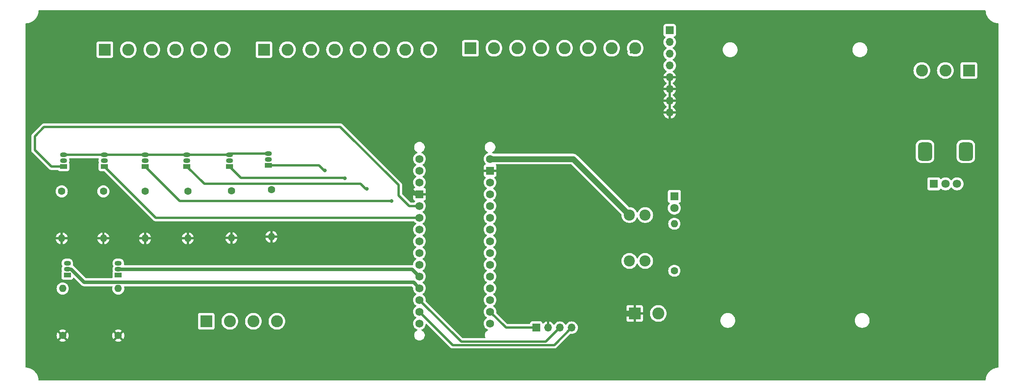
<source format=gbr>
%TF.GenerationSoftware,KiCad,Pcbnew,7.0.8*%
%TF.CreationDate,2024-12-10T03:26:12-06:00*%
%TF.ProjectId,CANBOARD_REV2,43414e42-4f41-4524-945f-524556322e6b,rev?*%
%TF.SameCoordinates,Original*%
%TF.FileFunction,Copper,L2,Bot*%
%TF.FilePolarity,Positive*%
%FSLAX46Y46*%
G04 Gerber Fmt 4.6, Leading zero omitted, Abs format (unit mm)*
G04 Created by KiCad (PCBNEW 7.0.8) date 2024-12-10 03:26:12*
%MOMM*%
%LPD*%
G01*
G04 APERTURE LIST*
G04 Aperture macros list*
%AMRoundRect*
0 Rectangle with rounded corners*
0 $1 Rounding radius*
0 $2 $3 $4 $5 $6 $7 $8 $9 X,Y pos of 4 corners*
0 Add a 4 corners polygon primitive as box body*
4,1,4,$2,$3,$4,$5,$6,$7,$8,$9,$2,$3,0*
0 Add four circle primitives for the rounded corners*
1,1,$1+$1,$2,$3*
1,1,$1+$1,$4,$5*
1,1,$1+$1,$6,$7*
1,1,$1+$1,$8,$9*
0 Add four rect primitives between the rounded corners*
20,1,$1+$1,$2,$3,$4,$5,0*
20,1,$1+$1,$4,$5,$6,$7,0*
20,1,$1+$1,$6,$7,$8,$9,0*
20,1,$1+$1,$8,$9,$2,$3,0*%
G04 Aperture macros list end*
%TA.AperFunction,ComponentPad*%
%ADD10R,2.600000X2.600000*%
%TD*%
%TA.AperFunction,ComponentPad*%
%ADD11C,2.600000*%
%TD*%
%TA.AperFunction,ComponentPad*%
%ADD12R,1.800000X1.800000*%
%TD*%
%TA.AperFunction,ComponentPad*%
%ADD13C,1.800000*%
%TD*%
%TA.AperFunction,ComponentPad*%
%ADD14RoundRect,0.750000X0.750000X-1.250000X0.750000X1.250000X-0.750000X1.250000X-0.750000X-1.250000X0*%
%TD*%
%TA.AperFunction,ComponentPad*%
%ADD15C,1.600000*%
%TD*%
%TA.AperFunction,ComponentPad*%
%ADD16O,1.600000X1.600000*%
%TD*%
%TA.AperFunction,ComponentPad*%
%ADD17R,1.500000X1.050000*%
%TD*%
%TA.AperFunction,ComponentPad*%
%ADD18O,1.500000X1.050000*%
%TD*%
%TA.AperFunction,ComponentPad*%
%ADD19C,2.400000*%
%TD*%
%TA.AperFunction,ComponentPad*%
%ADD20R,1.700000X1.700000*%
%TD*%
%TA.AperFunction,ComponentPad*%
%ADD21O,1.700000X1.700000*%
%TD*%
%TA.AperFunction,ComponentPad*%
%ADD22C,1.727200*%
%TD*%
%TA.AperFunction,ComponentPad*%
%ADD23R,1.727200X1.727200*%
%TD*%
%TA.AperFunction,ViaPad*%
%ADD24C,0.800000*%
%TD*%
%TA.AperFunction,Conductor*%
%ADD25C,0.750000*%
%TD*%
%TA.AperFunction,Conductor*%
%ADD26C,0.500000*%
%TD*%
%TA.AperFunction,Conductor*%
%ADD27C,1.250000*%
%TD*%
G04 APERTURE END LIST*
D10*
%TO.P,J7,1,Pin_1*%
%TO.N,GND*%
X176000000Y-102305000D03*
D11*
%TO.P,J7,2,Pin_2*%
%TO.N,/Input_Power/V_in_unreg*%
X181080000Y-102305000D03*
%TD*%
D12*
%TO.P,RV1,1,1*%
%TO.N,/Throttle/Accel_power*%
X240555000Y-74305000D03*
D13*
%TO.P,RV1,2,2*%
%TO.N,/Throttle/Accel_sig*%
X243055000Y-74305000D03*
%TO.P,RV1,3,3*%
%TO.N,/Throttle/Accel_GND*%
X245555000Y-74305000D03*
D14*
%TO.P,RV1,MP*%
%TO.N,N/C*%
X238655000Y-67305000D03*
X247455000Y-67305000D03*
%TD*%
D15*
%TO.P,R9,1*%
%TO.N,GND*%
X52545000Y-107080000D03*
D16*
%TO.P,R9,2*%
%TO.N,/Arduino/kill_vout*%
X52545000Y-96920000D03*
%TD*%
D15*
%TO.P,R8,1*%
%TO.N,GND*%
X64545000Y-107080000D03*
D16*
%TO.P,R8,2*%
%TO.N,/Arduino/starter_vout*%
X64545000Y-96920000D03*
%TD*%
D17*
%TO.P,Q8,1,S*%
%TO.N,/Arduino/kill_vout*%
X53545000Y-94000000D03*
D18*
%TO.P,Q8,2,G*%
%TO.N,kill_sig*%
X53545000Y-92730000D03*
%TO.P,Q8,3,D*%
%TO.N,/Arduino/kill_vin*%
X53545000Y-91460000D03*
%TD*%
D17*
%TO.P,Q7,1,S*%
%TO.N,/Arduino/starter_vout*%
X64545000Y-94000000D03*
D18*
%TO.P,Q7,2,G*%
%TO.N,start_sig*%
X64545000Y-92730000D03*
%TO.P,Q7,3,D*%
%TO.N,/Arduino/starter_vin*%
X64545000Y-91460000D03*
%TD*%
D17*
%TO.P,Q6,1,S*%
%TO.N,deadman_left*%
X96965000Y-70270000D03*
D18*
%TO.P,Q6,2,G*%
%TO.N,/Safety Circuitry/deadman_left_switch*%
X96965000Y-69000000D03*
%TO.P,Q6,3,D*%
%TO.N,+3V3*%
X96965000Y-67730000D03*
%TD*%
D17*
%TO.P,Q5,1,S*%
%TO.N,deadman_right*%
X88545000Y-70540000D03*
D18*
%TO.P,Q5,2,G*%
%TO.N,/Safety Circuitry/deadman_right_switch*%
X88545000Y-69270000D03*
%TO.P,Q5,3,D*%
%TO.N,+3V3*%
X88545000Y-68000000D03*
%TD*%
D17*
%TO.P,Q4,1,S*%
%TO.N,neutral_left*%
X79335000Y-70540000D03*
D18*
%TO.P,Q4,2,G*%
%TO.N,/Safety Circuitry/neutral_left_switch*%
X79335000Y-69270000D03*
%TO.P,Q4,3,D*%
%TO.N,+3V3*%
X79335000Y-68000000D03*
%TD*%
D17*
%TO.P,Q3,1,S*%
%TO.N,neutral_right*%
X70335000Y-70540000D03*
D18*
%TO.P,Q3,2,G*%
%TO.N,/Safety Circuitry/neutral_right_switch*%
X70335000Y-69270000D03*
%TO.P,Q3,3,D*%
%TO.N,+3V3*%
X70335000Y-68000000D03*
%TD*%
D17*
%TO.P,Q2,1,S*%
%TO.N,brake_signal*%
X61545000Y-70540000D03*
D18*
%TO.P,Q2,2,G*%
%TO.N,/Safety Circuitry/brake_switch*%
X61545000Y-69270000D03*
%TO.P,Q2,3,D*%
%TO.N,+3V3*%
X61545000Y-68000000D03*
%TD*%
%TO.P,Q1,3,D*%
%TO.N,+3V3*%
X52755000Y-68000000D03*
%TO.P,Q1,2,G*%
%TO.N,/Safety Circuitry/seat_switch*%
X52755000Y-69270000D03*
D17*
%TO.P,Q1,1,S*%
%TO.N,seat_signal*%
X52755000Y-70540000D03*
%TD*%
D10*
%TO.P,J10,1,Pin_1*%
%TO.N,/Arduino/kill_vout*%
X83545000Y-104000000D03*
D11*
%TO.P,J10,2,Pin_2*%
%TO.N,/Arduino/starter_vout*%
X88625000Y-104000000D03*
%TO.P,J10,3,Pin_3*%
%TO.N,/Arduino/kill_vin*%
X93705000Y-104000000D03*
%TO.P,J10,4,Pin_4*%
%TO.N,/Arduino/starter_vin*%
X98785000Y-104000000D03*
%TD*%
D19*
%TO.P,F1,1*%
%TO.N,/Input_Power/V_in_unreg*%
X174845000Y-90960000D03*
%TO.P,F1,2*%
%TO.N,V_in*%
X174845000Y-81040000D03*
%TO.P,F1,3*%
%TO.N,/Input_Power/V_in_unreg*%
X178245000Y-90960000D03*
%TO.P,F1,4*%
%TO.N,V_in*%
X178245000Y-81040000D03*
%TD*%
D10*
%TO.P,J4,1,Pin_1*%
%TO.N,/Throttle/Accel_GND*%
X248115000Y-49805000D03*
D11*
%TO.P,J4,2,Pin_2*%
%TO.N,/Throttle/Accel_sig*%
X243035000Y-49805000D03*
%TO.P,J4,3,Pin_3*%
%TO.N,/Throttle/Accel_power*%
X237955000Y-49805000D03*
%TD*%
D12*
%TO.P,D1,1,K*%
%TO.N,V_in*%
X184545000Y-77000000D03*
D13*
%TO.P,D1,2,A*%
%TO.N,Net-(D1-A)*%
X184545000Y-79540000D03*
%TD*%
D15*
%TO.P,R1,1*%
%TO.N,/Input_Power/V_in_unreg*%
X184545000Y-93080000D03*
D16*
%TO.P,R1,2*%
%TO.N,Net-(D1-A)*%
X184545000Y-82920000D03*
%TD*%
D20*
%TO.P,J1,1,Pin_1*%
%TO.N,+3V3*%
X154745000Y-105375000D03*
D21*
%TO.P,J1,2,Pin_2*%
%TO.N,GND*%
X157285000Y-105375000D03*
%TO.P,J1,3,Pin_3*%
%TO.N,/Arduino/CAN_RX*%
X159825000Y-105375000D03*
%TO.P,J1,4,Pin_4*%
%TO.N,/Arduino/CAN_TX*%
X162365000Y-105375000D03*
%TD*%
D15*
%TO.P,R5,1*%
%TO.N,neutral_left*%
X79545000Y-75920000D03*
D16*
%TO.P,R5,2*%
%TO.N,GND*%
X79545000Y-86080000D03*
%TD*%
D11*
%TO.P,J2,8,Pin_8*%
%TO.N,/Arduino/A0*%
X176105000Y-45000000D03*
%TO.P,J2,7,Pin_7*%
%TO.N,/Arduino/A1*%
X171025000Y-45000000D03*
%TO.P,J2,6,Pin_6*%
%TO.N,/Arduino/A2*%
X165945000Y-45000000D03*
%TO.P,J2,5,Pin_5*%
%TO.N,/Arduino/A3*%
X160865000Y-45000000D03*
%TO.P,J2,4,Pin_4*%
%TO.N,/Arduino/A4{slash}SDA*%
X155785000Y-45000000D03*
%TO.P,J2,3,Pin_3*%
%TO.N,/Arduino/A5{slash}SCL*%
X150705000Y-45000000D03*
%TO.P,J2,2,Pin_2*%
%TO.N,/Arduino/A6*%
X145625000Y-45000000D03*
D10*
%TO.P,J2,1,Pin_1*%
%TO.N,/Arduino/A7*%
X140545000Y-45000000D03*
%TD*%
D11*
%TO.P,J3,8,Pin_8*%
%TO.N,seat_signal*%
X131545000Y-45305000D03*
%TO.P,J3,7,Pin_7*%
%TO.N,brake_signal*%
X126465000Y-45305000D03*
%TO.P,J3,6,Pin_6*%
%TO.N,neutral_right*%
X121385000Y-45305000D03*
%TO.P,J3,5,Pin_5*%
%TO.N,neutral_left*%
X116305000Y-45305000D03*
%TO.P,J3,4,Pin_4*%
%TO.N,deadman_right*%
X111225000Y-45305000D03*
%TO.P,J3,3,Pin_3*%
%TO.N,deadman_left*%
X106145000Y-45305000D03*
%TO.P,J3,2,Pin_2*%
%TO.N,start_sig*%
X101065000Y-45305000D03*
D10*
%TO.P,J3,1,Pin_1*%
%TO.N,kill_sig*%
X95985000Y-45305000D03*
%TD*%
D22*
%TO.P,A1,3V3,3.3V*%
%TO.N,+3V3*%
X144785000Y-101940000D03*
%TO.P,A1,5V,5V*%
%TO.N,+5V*%
X144785000Y-76540000D03*
%TO.P,A1,A0,A0*%
%TO.N,/Arduino/A0*%
X144785000Y-96860000D03*
%TO.P,A1,A1,A1*%
%TO.N,/Arduino/A1*%
X144785000Y-94320000D03*
%TO.P,A1,A2,A2*%
%TO.N,/Arduino/A2*%
X144785000Y-91780000D03*
%TO.P,A1,A3,A3*%
%TO.N,/Arduino/A3*%
X144785000Y-89240000D03*
%TO.P,A1,A4,A4/SDA*%
%TO.N,/Arduino/A4{slash}SDA*%
X144785000Y-86700000D03*
%TO.P,A1,A5,A5/SCL*%
%TO.N,/Arduino/A5{slash}SCL*%
X144785000Y-84160000D03*
%TO.P,A1,A6,A6*%
%TO.N,/Arduino/A6*%
X144785000Y-81620000D03*
%TO.P,A1,A7,A7*%
%TO.N,/Arduino/A7*%
X144785000Y-79080000D03*
%TO.P,A1,B0,B0*%
%TO.N,unconnected-(A1-PadB0)*%
X144785000Y-99400000D03*
%TO.P,A1,B1,B1*%
%TO.N,unconnected-(A1-PadB1)*%
X144785000Y-74000000D03*
%TO.P,A1,D0,D0/RX*%
%TO.N,unconnected-(A1-D0{slash}RX-PadD0)*%
X129545000Y-71460000D03*
%TO.P,A1,D1,D1/TX*%
%TO.N,unconnected-(A1-D1{slash}TX-PadD1)*%
X129545000Y-68920000D03*
%TO.P,A1,D2,D2*%
%TO.N,seat_signal*%
X129545000Y-79080000D03*
%TO.P,A1,D3,D3*%
%TO.N,brake_signal*%
X129545000Y-81620000D03*
%TO.P,A1,D4,D4*%
%TO.N,neutral_right*%
X129545000Y-84160000D03*
%TO.P,A1,D5,D5*%
%TO.N,neutral_left*%
X129545000Y-86700000D03*
%TO.P,A1,D6,D6*%
%TO.N,deadman_right*%
X129545000Y-89240000D03*
%TO.P,A1,D7,D7*%
%TO.N,deadman_left*%
X129545000Y-91780000D03*
%TO.P,A1,D8,D8*%
%TO.N,start_sig*%
X129545000Y-94320000D03*
%TO.P,A1,D9,D9*%
%TO.N,kill_sig*%
X129545000Y-96860000D03*
%TO.P,A1,D10,D10*%
%TO.N,/Arduino/CAN_RX*%
X129545000Y-99400000D03*
%TO.P,A1,D11,D11_MOSI*%
%TO.N,/Arduino/CAN_TX*%
X129545000Y-101940000D03*
%TO.P,A1,D12,D12_MISO*%
%TO.N,unconnected-(A1-D12_MISO-PadD12)*%
X129545000Y-104480000D03*
%TO.P,A1,D13,D13_SCK*%
%TO.N,unconnected-(A1-D13_SCK-PadD13)*%
X144785000Y-104480000D03*
D23*
%TO.P,A1,GND1,GND*%
%TO.N,GND*%
X129545000Y-76540000D03*
%TO.P,A1,GND2,GND*%
X144785000Y-71460000D03*
D22*
%TO.P,A1,RST,~{RESET}*%
%TO.N,unconnected-(A1-~{RESET}-PadRST)*%
X129545000Y-74000000D03*
%TO.P,A1,VIN,VIN*%
%TO.N,V_in*%
X144785000Y-68920000D03*
%TD*%
D15*
%TO.P,R2,1*%
%TO.N,seat_signal*%
X52335000Y-75920000D03*
D16*
%TO.P,R2,2*%
%TO.N,GND*%
X52335000Y-86080000D03*
%TD*%
D15*
%TO.P,R7,1*%
%TO.N,deadman_left*%
X97595000Y-75570000D03*
D16*
%TO.P,R7,2*%
%TO.N,GND*%
X97595000Y-85730000D03*
%TD*%
D15*
%TO.P,R6,1*%
%TO.N,deadman_right*%
X88965000Y-75840000D03*
D16*
%TO.P,R6,2*%
%TO.N,GND*%
X88965000Y-86000000D03*
%TD*%
D15*
%TO.P,R4,1*%
%TO.N,neutral_right*%
X70335000Y-75920000D03*
D16*
%TO.P,R4,2*%
%TO.N,GND*%
X70335000Y-86080000D03*
%TD*%
D15*
%TO.P,R3,1*%
%TO.N,brake_signal*%
X61335000Y-75920000D03*
D16*
%TO.P,R3,2*%
%TO.N,GND*%
X61335000Y-86080000D03*
%TD*%
D10*
%TO.P,J8,1,Pin_1*%
%TO.N,/Safety Circuitry/seat_switch*%
X61635000Y-45305000D03*
D11*
%TO.P,J8,2,Pin_2*%
%TO.N,/Safety Circuitry/brake_switch*%
X66715000Y-45305000D03*
%TO.P,J8,3,Pin_3*%
%TO.N,/Safety Circuitry/neutral_right_switch*%
X71795000Y-45305000D03*
%TO.P,J8,4,Pin_4*%
%TO.N,/Safety Circuitry/neutral_left_switch*%
X76875000Y-45305000D03*
%TO.P,J8,5,Pin_5*%
%TO.N,/Safety Circuitry/deadman_right_switch*%
X81955000Y-45305000D03*
%TO.P,J8,6,Pin_6*%
%TO.N,/Safety Circuitry/deadman_left_switch*%
X87035000Y-45305000D03*
%TD*%
D20*
%TO.P,J6,1,Pin_1*%
%TO.N,+5V*%
X183545000Y-41125000D03*
D21*
%TO.P,J6,2,Pin_2*%
X183545000Y-43665000D03*
%TO.P,J6,3,Pin_3*%
%TO.N,+3V3*%
X183545000Y-46205000D03*
%TO.P,J6,4,Pin_4*%
X183545000Y-48745000D03*
%TO.P,J6,5,Pin_5*%
%TO.N,GND*%
X183545000Y-51285000D03*
%TO.P,J6,6,Pin_6*%
X183545000Y-53825000D03*
%TO.P,J6,7,Pin_7*%
X183545000Y-56365000D03*
%TO.P,J6,8,Pin_8*%
X183545000Y-58905000D03*
%TD*%
D24*
%TO.N,GND*%
X153535000Y-111805000D03*
%TO.N,neutral_right*%
X123545000Y-78000000D03*
%TO.N,neutral_left*%
X118195000Y-75350000D03*
%TO.N,deadman_right*%
X113425000Y-73120000D03*
%TO.N,deadman_left*%
X109155000Y-71390000D03*
%TD*%
D25*
%TO.N,GND*%
X128770000Y-76540000D02*
X127035000Y-74805000D01*
X129545000Y-76540000D02*
X128770000Y-76540000D01*
D26*
%TO.N,seat_signal*%
X127310000Y-79080000D02*
X129545000Y-79080000D01*
X112465000Y-62000000D02*
X125035000Y-74570000D01*
X48545000Y-62000000D02*
X112465000Y-62000000D01*
X46545000Y-64000000D02*
X48545000Y-62000000D01*
X125035000Y-74570000D02*
X125035000Y-76805000D01*
X46545000Y-67000000D02*
X46545000Y-64000000D01*
X50085000Y-70540000D02*
X46545000Y-67000000D01*
X125035000Y-76805000D02*
X127310000Y-79080000D01*
X52755000Y-70540000D02*
X50085000Y-70540000D01*
D27*
%TO.N,GND*%
X171535000Y-102305000D02*
X171035000Y-101805000D01*
X176000000Y-102305000D02*
X171535000Y-102305000D01*
%TO.N,V_in*%
X174845000Y-81040000D02*
X162725000Y-68920000D01*
X162725000Y-68920000D02*
X144785000Y-68920000D01*
D26*
%TO.N,brake_signal*%
X72625000Y-81620000D02*
X129545000Y-81620000D01*
X61545000Y-70540000D02*
X72625000Y-81620000D01*
%TO.N,neutral_right*%
X77795000Y-78000000D02*
X123545000Y-78000000D01*
X70335000Y-70540000D02*
X77795000Y-78000000D01*
%TO.N,neutral_left*%
X117895000Y-75350000D02*
X118195000Y-75350000D01*
X116865000Y-74320000D02*
X117895000Y-75350000D01*
X83115000Y-74320000D02*
X116865000Y-74320000D01*
X79335000Y-70540000D02*
X83115000Y-74320000D01*
%TO.N,deadman_right*%
X91005000Y-73000000D02*
X113545000Y-73000000D01*
X88545000Y-70540000D02*
X91005000Y-73000000D01*
%TO.N,deadman_left*%
X107815000Y-70270000D02*
X108935000Y-71390000D01*
X108935000Y-71390000D02*
X109155000Y-71390000D01*
X96965000Y-70270000D02*
X107815000Y-70270000D01*
D25*
%TO.N,kill_sig*%
X128230000Y-95545000D02*
X129545000Y-96860000D01*
X54363174Y-92730000D02*
X57178174Y-95545000D01*
X53545000Y-92730000D02*
X54363174Y-92730000D01*
X57178174Y-95545000D02*
X128230000Y-95545000D01*
%TO.N,start_sig*%
X127955000Y-92730000D02*
X129545000Y-94320000D01*
X64545000Y-92730000D02*
X127955000Y-92730000D01*
D26*
%TO.N,/Arduino/CAN_TX*%
X158620000Y-109120000D02*
X136725000Y-109120000D01*
X162365000Y-105375000D02*
X158620000Y-109120000D01*
X136725000Y-109120000D02*
X129545000Y-101940000D01*
%TO.N,/Arduino/CAN_RX*%
X138565000Y-108420000D02*
X129545000Y-99400000D01*
X159825000Y-105375000D02*
X156780000Y-108420000D01*
X156780000Y-108420000D02*
X138565000Y-108420000D01*
%TO.N,+3V3*%
X154745000Y-105375000D02*
X148220000Y-105375000D01*
X148220000Y-105375000D02*
X144785000Y-101940000D01*
%TO.N,/Arduino/A0*%
X176105000Y-45000000D02*
X175189259Y-45915741D01*
%TO.N,/Arduino/A4{slash}SDA*%
X155785000Y-45000000D02*
X156545000Y-45760000D01*
%TO.N,+3V3*%
X61545000Y-68000000D02*
X52755000Y-68000000D01*
X70335000Y-68000000D02*
X61545000Y-68000000D01*
X79335000Y-68000000D02*
X70335000Y-68000000D01*
X88545000Y-68000000D02*
X79335000Y-68000000D01*
X96965000Y-67730000D02*
X88815000Y-67730000D01*
X88815000Y-67730000D02*
X88545000Y-68000000D01*
%TD*%
%TA.AperFunction,Conductor*%
%TO.N,GND*%
G36*
X183795000Y-58469498D02*
G01*
X183687315Y-58420320D01*
X183580763Y-58405000D01*
X183509237Y-58405000D01*
X183402685Y-58420320D01*
X183295000Y-58469498D01*
X183295000Y-56800501D01*
X183402685Y-56849680D01*
X183509237Y-56865000D01*
X183580763Y-56865000D01*
X183687315Y-56849680D01*
X183795000Y-56800501D01*
X183795000Y-58469498D01*
G37*
%TD.AperFunction*%
%TA.AperFunction,Conductor*%
G36*
X183795000Y-55929498D02*
G01*
X183687315Y-55880320D01*
X183580763Y-55865000D01*
X183509237Y-55865000D01*
X183402685Y-55880320D01*
X183295000Y-55929498D01*
X183295000Y-54260501D01*
X183402685Y-54309680D01*
X183509237Y-54325000D01*
X183580763Y-54325000D01*
X183687315Y-54309680D01*
X183795000Y-54260501D01*
X183795000Y-55929498D01*
G37*
%TD.AperFunction*%
%TA.AperFunction,Conductor*%
G36*
X183795000Y-53389498D02*
G01*
X183687315Y-53340320D01*
X183580763Y-53325000D01*
X183509237Y-53325000D01*
X183402685Y-53340320D01*
X183295000Y-53389498D01*
X183295000Y-51720501D01*
X183402685Y-51769680D01*
X183509237Y-51785000D01*
X183580763Y-51785000D01*
X183687315Y-51769680D01*
X183795000Y-51720501D01*
X183795000Y-53389498D01*
G37*
%TD.AperFunction*%
%TA.AperFunction,Conductor*%
G36*
X251679805Y-36824685D02*
G01*
X251725560Y-36877489D01*
X251736556Y-36921790D01*
X251748722Y-37130669D01*
X251748723Y-37130680D01*
X251805367Y-37451924D01*
X251805369Y-37451932D01*
X251898931Y-37764452D01*
X252028137Y-38063983D01*
X252028143Y-38063996D01*
X252191251Y-38346509D01*
X252386045Y-38608162D01*
X252386050Y-38608168D01*
X252386057Y-38608177D01*
X252609923Y-38845462D01*
X252609929Y-38845467D01*
X252609930Y-38845468D01*
X252609931Y-38845469D01*
X252859815Y-39055147D01*
X252859818Y-39055149D01*
X252859823Y-39055153D01*
X253132377Y-39234414D01*
X253273794Y-39305436D01*
X253423882Y-39380814D01*
X253423888Y-39380816D01*
X253423899Y-39380822D01*
X253478579Y-39400723D01*
X253481751Y-39402010D01*
X253481757Y-39402013D01*
X253486866Y-39403740D01*
X253730446Y-39492396D01*
X253730450Y-39492397D01*
X253730449Y-39492397D01*
X253747831Y-39496516D01*
X253790043Y-39506521D01*
X253795591Y-39508114D01*
X253796307Y-39508356D01*
X253809506Y-39511133D01*
X253962057Y-39547289D01*
X254047858Y-39567625D01*
X254047865Y-39567626D01*
X254047874Y-39567628D01*
X254112578Y-39575190D01*
X254118145Y-39576100D01*
X254121226Y-39576749D01*
X254121229Y-39576749D01*
X254121235Y-39576750D01*
X254140958Y-39578508D01*
X254371889Y-39605500D01*
X254371896Y-39605500D01*
X254411000Y-39605500D01*
X254478039Y-39625185D01*
X254523794Y-39677989D01*
X254535000Y-39729500D01*
X254535000Y-113880500D01*
X254515315Y-113947539D01*
X254462511Y-113993294D01*
X254411000Y-114004500D01*
X254371889Y-114004500D01*
X254269013Y-114016524D01*
X254140958Y-114031491D01*
X254121231Y-114033250D01*
X254118133Y-114033902D01*
X254112571Y-114034809D01*
X254047872Y-114042372D01*
X253809532Y-114098860D01*
X253796305Y-114101644D01*
X253796260Y-114101657D01*
X253795517Y-114101908D01*
X253790005Y-114103487D01*
X253730443Y-114117604D01*
X253486868Y-114206259D01*
X253481749Y-114207989D01*
X253478562Y-114209281D01*
X253423904Y-114229174D01*
X253423894Y-114229179D01*
X253132380Y-114375584D01*
X252859815Y-114554852D01*
X252609931Y-114764530D01*
X252609930Y-114764531D01*
X252609924Y-114764536D01*
X252609923Y-114764538D01*
X252386057Y-115001823D01*
X252386054Y-115001826D01*
X252386052Y-115001829D01*
X252386045Y-115001837D01*
X252191251Y-115263490D01*
X252028143Y-115546003D01*
X252028137Y-115546016D01*
X251898931Y-115845547D01*
X251805369Y-116158067D01*
X251805367Y-116158075D01*
X251748723Y-116479319D01*
X251748722Y-116479330D01*
X251736556Y-116688210D01*
X251713007Y-116753992D01*
X251657632Y-116796599D01*
X251612766Y-116805000D01*
X47457233Y-116805000D01*
X47390194Y-116785315D01*
X47344439Y-116732511D01*
X47333441Y-116688173D01*
X47333209Y-116684192D01*
X47332541Y-116638980D01*
X47328913Y-116608522D01*
X47328589Y-116604857D01*
X47321278Y-116479331D01*
X47297680Y-116345506D01*
X47297187Y-116342161D01*
X47293270Y-116309272D01*
X47286394Y-116280818D01*
X47285622Y-116277117D01*
X47264630Y-116158066D01*
X47224143Y-116022830D01*
X47223277Y-116019624D01*
X47215277Y-115986519D01*
X47205647Y-115960594D01*
X47204370Y-115956784D01*
X47171069Y-115845549D01*
X47112994Y-115710917D01*
X47111803Y-115707948D01*
X47099662Y-115675262D01*
X47099660Y-115675258D01*
X47087777Y-115652105D01*
X47086005Y-115648350D01*
X47041862Y-115546016D01*
X47041859Y-115546008D01*
X46965688Y-115414076D01*
X46964252Y-115411441D01*
X46948043Y-115379860D01*
X46934472Y-115359711D01*
X46932204Y-115356080D01*
X46878749Y-115263492D01*
X46784226Y-115136527D01*
X46782557Y-115134169D01*
X46762553Y-115104469D01*
X46762548Y-115104463D01*
X46747889Y-115087453D01*
X46745123Y-115084002D01*
X46683946Y-115001826D01*
X46683941Y-115001820D01*
X46571100Y-114882216D01*
X46569232Y-114880144D01*
X46545799Y-114852954D01*
X46545784Y-114852938D01*
X46530630Y-114839075D01*
X46527383Y-114835877D01*
X46485353Y-114791329D01*
X46460077Y-114764538D01*
X46460067Y-114764530D01*
X46328083Y-114653782D01*
X46300802Y-114628824D01*
X46285714Y-114617998D01*
X46282016Y-114615127D01*
X46210177Y-114554847D01*
X46210174Y-114554845D01*
X46060542Y-114456430D01*
X46044688Y-114445055D01*
X46031020Y-114435248D01*
X46027417Y-114433261D01*
X46016539Y-114427264D01*
X46012405Y-114424770D01*
X45937624Y-114375586D01*
X45771118Y-114291964D01*
X45740244Y-114274943D01*
X45740238Y-114274940D01*
X45726865Y-114269516D01*
X45722340Y-114267466D01*
X45646097Y-114229176D01*
X45463722Y-114162797D01*
X45432553Y-114150156D01*
X45432547Y-114150154D01*
X45432544Y-114150153D01*
X45428882Y-114149152D01*
X45420708Y-114146918D01*
X45415849Y-114145372D01*
X45339572Y-114117610D01*
X45339563Y-114117607D01*
X45339554Y-114117604D01*
X45142571Y-114070918D01*
X45112251Y-114062633D01*
X45112234Y-114062629D01*
X45102315Y-114061149D01*
X45097171Y-114060157D01*
X45022123Y-114042371D01*
X45022118Y-114042370D01*
X44812060Y-114017818D01*
X44783844Y-114013606D01*
X44776057Y-114013375D01*
X44770703Y-114012983D01*
X44702523Y-114005015D01*
X44698111Y-114004500D01*
X44659000Y-114004500D01*
X44591961Y-113984815D01*
X44546206Y-113932011D01*
X44535000Y-113880500D01*
X44535000Y-107080002D01*
X51240034Y-107080002D01*
X51259858Y-107306599D01*
X51259860Y-107306610D01*
X51318730Y-107526317D01*
X51318734Y-107526326D01*
X51414865Y-107732481D01*
X51414866Y-107732483D01*
X51465973Y-107805471D01*
X51465974Y-107805472D01*
X52147046Y-107124399D01*
X52159835Y-107205148D01*
X52217359Y-107318045D01*
X52306955Y-107407641D01*
X52419852Y-107465165D01*
X52500599Y-107477953D01*
X51819526Y-108159025D01*
X51819526Y-108159026D01*
X51892512Y-108210131D01*
X51892516Y-108210133D01*
X52098673Y-108306265D01*
X52098682Y-108306269D01*
X52318389Y-108365139D01*
X52318400Y-108365141D01*
X52544998Y-108384966D01*
X52545002Y-108384966D01*
X52771599Y-108365141D01*
X52771610Y-108365139D01*
X52991317Y-108306269D01*
X52991331Y-108306264D01*
X53197478Y-108210136D01*
X53270472Y-108159025D01*
X52589401Y-107477953D01*
X52670148Y-107465165D01*
X52783045Y-107407641D01*
X52872641Y-107318045D01*
X52930165Y-107205148D01*
X52942953Y-107124400D01*
X53624025Y-107805472D01*
X53675136Y-107732478D01*
X53771264Y-107526331D01*
X53771269Y-107526317D01*
X53830139Y-107306610D01*
X53830141Y-107306599D01*
X53849966Y-107080002D01*
X63240034Y-107080002D01*
X63259858Y-107306599D01*
X63259860Y-107306610D01*
X63318730Y-107526317D01*
X63318734Y-107526326D01*
X63414865Y-107732481D01*
X63414866Y-107732483D01*
X63465973Y-107805471D01*
X63465974Y-107805472D01*
X64147046Y-107124399D01*
X64159835Y-107205148D01*
X64217359Y-107318045D01*
X64306955Y-107407641D01*
X64419852Y-107465165D01*
X64500599Y-107477953D01*
X63819526Y-108159025D01*
X63819526Y-108159026D01*
X63892512Y-108210131D01*
X63892516Y-108210133D01*
X64098673Y-108306265D01*
X64098682Y-108306269D01*
X64318389Y-108365139D01*
X64318400Y-108365141D01*
X64544998Y-108384966D01*
X64545002Y-108384966D01*
X64771599Y-108365141D01*
X64771610Y-108365139D01*
X64991317Y-108306269D01*
X64991331Y-108306264D01*
X65197478Y-108210136D01*
X65270472Y-108159025D01*
X64589401Y-107477953D01*
X64670148Y-107465165D01*
X64783045Y-107407641D01*
X64872641Y-107318045D01*
X64930165Y-107205148D01*
X64942953Y-107124400D01*
X65624025Y-107805472D01*
X65675136Y-107732478D01*
X65771264Y-107526331D01*
X65771269Y-107526317D01*
X65830139Y-107306610D01*
X65830141Y-107306599D01*
X65849966Y-107080002D01*
X65849966Y-107079997D01*
X65830141Y-106853400D01*
X65830139Y-106853389D01*
X65771269Y-106633682D01*
X65771265Y-106633673D01*
X65675133Y-106427516D01*
X65675131Y-106427512D01*
X65624026Y-106354526D01*
X65624025Y-106354526D01*
X64942953Y-107035598D01*
X64930165Y-106954852D01*
X64872641Y-106841955D01*
X64783045Y-106752359D01*
X64670148Y-106694835D01*
X64589400Y-106682046D01*
X65270472Y-106000974D01*
X65270471Y-106000973D01*
X65197483Y-105949866D01*
X65197481Y-105949865D01*
X64991326Y-105853734D01*
X64991317Y-105853730D01*
X64771610Y-105794860D01*
X64771599Y-105794858D01*
X64545002Y-105775034D01*
X64544998Y-105775034D01*
X64318400Y-105794858D01*
X64318389Y-105794860D01*
X64098682Y-105853730D01*
X64098673Y-105853734D01*
X63892513Y-105949868D01*
X63819527Y-106000972D01*
X63819526Y-106000973D01*
X64500600Y-106682046D01*
X64419852Y-106694835D01*
X64306955Y-106752359D01*
X64217359Y-106841955D01*
X64159835Y-106954852D01*
X64147046Y-107035599D01*
X63465973Y-106354526D01*
X63465972Y-106354527D01*
X63414868Y-106427513D01*
X63318734Y-106633673D01*
X63318730Y-106633682D01*
X63259860Y-106853389D01*
X63259858Y-106853400D01*
X63240034Y-107079997D01*
X63240034Y-107080002D01*
X53849966Y-107080002D01*
X53849966Y-107079997D01*
X53830141Y-106853400D01*
X53830139Y-106853389D01*
X53771269Y-106633682D01*
X53771265Y-106633673D01*
X53675133Y-106427516D01*
X53675131Y-106427512D01*
X53624026Y-106354526D01*
X53624025Y-106354526D01*
X52942953Y-107035598D01*
X52930165Y-106954852D01*
X52872641Y-106841955D01*
X52783045Y-106752359D01*
X52670148Y-106694835D01*
X52589400Y-106682046D01*
X53270472Y-106000974D01*
X53270471Y-106000973D01*
X53197483Y-105949866D01*
X53197481Y-105949865D01*
X52991326Y-105853734D01*
X52991317Y-105853730D01*
X52771610Y-105794860D01*
X52771599Y-105794858D01*
X52545002Y-105775034D01*
X52544998Y-105775034D01*
X52318400Y-105794858D01*
X52318389Y-105794860D01*
X52098682Y-105853730D01*
X52098673Y-105853734D01*
X51892513Y-105949868D01*
X51819527Y-106000972D01*
X51819526Y-106000973D01*
X52500600Y-106682046D01*
X52419852Y-106694835D01*
X52306955Y-106752359D01*
X52217359Y-106841955D01*
X52159835Y-106954852D01*
X52147046Y-107035599D01*
X51465973Y-106354526D01*
X51465972Y-106354527D01*
X51414868Y-106427513D01*
X51318734Y-106633673D01*
X51318730Y-106633682D01*
X51259860Y-106853389D01*
X51259858Y-106853400D01*
X51240034Y-107079997D01*
X51240034Y-107080002D01*
X44535000Y-107080002D01*
X44535000Y-105347870D01*
X81744500Y-105347870D01*
X81744501Y-105347876D01*
X81750908Y-105407483D01*
X81801202Y-105542328D01*
X81801206Y-105542335D01*
X81887452Y-105657544D01*
X81887455Y-105657547D01*
X82002664Y-105743793D01*
X82002671Y-105743797D01*
X82137517Y-105794091D01*
X82137516Y-105794091D01*
X82144444Y-105794835D01*
X82197127Y-105800500D01*
X84892872Y-105800499D01*
X84952483Y-105794091D01*
X85087331Y-105743796D01*
X85202546Y-105657546D01*
X85288796Y-105542331D01*
X85339091Y-105407483D01*
X85345500Y-105347873D01*
X85345500Y-104000004D01*
X86819451Y-104000004D01*
X86839616Y-104269101D01*
X86899664Y-104532188D01*
X86899666Y-104532195D01*
X86984621Y-104748656D01*
X86998257Y-104783398D01*
X87133185Y-105017102D01*
X87202355Y-105103838D01*
X87301442Y-105228089D01*
X87450890Y-105366755D01*
X87499259Y-105411635D01*
X87722226Y-105563651D01*
X87965359Y-105680738D01*
X88223228Y-105760280D01*
X88223229Y-105760280D01*
X88223232Y-105760281D01*
X88490063Y-105800499D01*
X88490068Y-105800499D01*
X88490071Y-105800500D01*
X88490072Y-105800500D01*
X88759928Y-105800500D01*
X88759929Y-105800500D01*
X88759936Y-105800499D01*
X89026767Y-105760281D01*
X89026768Y-105760280D01*
X89026772Y-105760280D01*
X89284641Y-105680738D01*
X89527775Y-105563651D01*
X89750741Y-105411635D01*
X89940606Y-105235466D01*
X89948557Y-105228089D01*
X89948557Y-105228087D01*
X89948561Y-105228085D01*
X90116815Y-105017102D01*
X90251743Y-104783398D01*
X90350334Y-104532195D01*
X90410383Y-104269103D01*
X90419168Y-104151867D01*
X90430549Y-104000004D01*
X91899451Y-104000004D01*
X91919616Y-104269101D01*
X91979664Y-104532188D01*
X91979666Y-104532195D01*
X92064621Y-104748656D01*
X92078257Y-104783398D01*
X92213185Y-105017102D01*
X92282355Y-105103838D01*
X92381442Y-105228089D01*
X92530890Y-105366755D01*
X92579259Y-105411635D01*
X92802226Y-105563651D01*
X93045359Y-105680738D01*
X93303228Y-105760280D01*
X93303229Y-105760280D01*
X93303232Y-105760281D01*
X93570063Y-105800499D01*
X93570068Y-105800499D01*
X93570071Y-105800500D01*
X93570072Y-105800500D01*
X93839928Y-105800500D01*
X93839929Y-105800500D01*
X93839936Y-105800499D01*
X94106767Y-105760281D01*
X94106768Y-105760280D01*
X94106772Y-105760280D01*
X94364641Y-105680738D01*
X94607775Y-105563651D01*
X94830741Y-105411635D01*
X95020606Y-105235466D01*
X95028557Y-105228089D01*
X95028557Y-105228087D01*
X95028561Y-105228085D01*
X95196815Y-105017102D01*
X95331743Y-104783398D01*
X95430334Y-104532195D01*
X95490383Y-104269103D01*
X95499168Y-104151867D01*
X95510549Y-104000004D01*
X96979451Y-104000004D01*
X96999616Y-104269101D01*
X97059664Y-104532188D01*
X97059666Y-104532195D01*
X97144621Y-104748656D01*
X97158257Y-104783398D01*
X97293185Y-105017102D01*
X97362355Y-105103838D01*
X97461442Y-105228089D01*
X97610890Y-105366755D01*
X97659259Y-105411635D01*
X97882226Y-105563651D01*
X98125359Y-105680738D01*
X98383228Y-105760280D01*
X98383229Y-105760280D01*
X98383232Y-105760281D01*
X98650063Y-105800499D01*
X98650068Y-105800499D01*
X98650071Y-105800500D01*
X98650072Y-105800500D01*
X98919928Y-105800500D01*
X98919929Y-105800500D01*
X98919936Y-105800499D01*
X99186767Y-105760281D01*
X99186768Y-105760280D01*
X99186772Y-105760280D01*
X99444641Y-105680738D01*
X99687775Y-105563651D01*
X99910741Y-105411635D01*
X100100606Y-105235466D01*
X100108557Y-105228089D01*
X100108557Y-105228087D01*
X100108561Y-105228085D01*
X100276815Y-105017102D01*
X100411743Y-104783398D01*
X100510334Y-104532195D01*
X100570383Y-104269103D01*
X100579168Y-104151867D01*
X100590549Y-104000004D01*
X100590549Y-103999995D01*
X100570383Y-103730898D01*
X100567128Y-103716635D01*
X100510334Y-103467805D01*
X100411743Y-103216602D01*
X100276815Y-102982898D01*
X100108561Y-102771915D01*
X100108560Y-102771914D01*
X100108557Y-102771910D01*
X99910741Y-102588365D01*
X99904274Y-102583956D01*
X99687775Y-102436349D01*
X99687769Y-102436346D01*
X99687768Y-102436345D01*
X99687767Y-102436344D01*
X99444643Y-102319263D01*
X99444645Y-102319263D01*
X99186773Y-102239720D01*
X99186767Y-102239718D01*
X98919936Y-102199500D01*
X98919929Y-102199500D01*
X98650071Y-102199500D01*
X98650063Y-102199500D01*
X98383232Y-102239718D01*
X98383226Y-102239720D01*
X98125358Y-102319262D01*
X97882230Y-102436346D01*
X97659258Y-102588365D01*
X97461442Y-102771910D01*
X97293185Y-102982898D01*
X97158258Y-103216599D01*
X97158256Y-103216603D01*
X97059666Y-103467804D01*
X97059664Y-103467811D01*
X96999616Y-103730898D01*
X96979451Y-103999995D01*
X96979451Y-104000004D01*
X95510549Y-104000004D01*
X95510549Y-103999995D01*
X95490383Y-103730898D01*
X95487128Y-103716635D01*
X95430334Y-103467805D01*
X95331743Y-103216602D01*
X95196815Y-102982898D01*
X95028561Y-102771915D01*
X95028560Y-102771914D01*
X95028557Y-102771910D01*
X94830741Y-102588365D01*
X94824274Y-102583956D01*
X94607775Y-102436349D01*
X94607769Y-102436346D01*
X94607768Y-102436345D01*
X94607767Y-102436344D01*
X94364643Y-102319263D01*
X94364645Y-102319263D01*
X94106773Y-102239720D01*
X94106767Y-102239718D01*
X93839936Y-102199500D01*
X93839929Y-102199500D01*
X93570071Y-102199500D01*
X93570063Y-102199500D01*
X93303232Y-102239718D01*
X93303226Y-102239720D01*
X93045358Y-102319262D01*
X92802230Y-102436346D01*
X92579258Y-102588365D01*
X92381442Y-102771910D01*
X92213185Y-102982898D01*
X92078258Y-103216599D01*
X92078256Y-103216603D01*
X91979666Y-103467804D01*
X91979664Y-103467811D01*
X91919616Y-103730898D01*
X91899451Y-103999995D01*
X91899451Y-104000004D01*
X90430549Y-104000004D01*
X90430549Y-103999995D01*
X90410383Y-103730898D01*
X90407128Y-103716635D01*
X90350334Y-103467805D01*
X90251743Y-103216602D01*
X90116815Y-102982898D01*
X89948561Y-102771915D01*
X89948560Y-102771914D01*
X89948557Y-102771910D01*
X89750741Y-102588365D01*
X89744274Y-102583956D01*
X89527775Y-102436349D01*
X89527769Y-102436346D01*
X89527768Y-102436345D01*
X89527767Y-102436344D01*
X89284643Y-102319263D01*
X89284645Y-102319263D01*
X89026773Y-102239720D01*
X89026767Y-102239718D01*
X88759936Y-102199500D01*
X88759929Y-102199500D01*
X88490071Y-102199500D01*
X88490063Y-102199500D01*
X88223232Y-102239718D01*
X88223226Y-102239720D01*
X87965358Y-102319262D01*
X87722230Y-102436346D01*
X87499258Y-102588365D01*
X87301442Y-102771910D01*
X87133185Y-102982898D01*
X86998258Y-103216599D01*
X86998256Y-103216603D01*
X86899666Y-103467804D01*
X86899664Y-103467811D01*
X86839616Y-103730898D01*
X86819451Y-103999995D01*
X86819451Y-104000004D01*
X85345500Y-104000004D01*
X85345499Y-102652128D01*
X85339091Y-102592517D01*
X85337542Y-102588365D01*
X85288797Y-102457671D01*
X85288793Y-102457664D01*
X85202547Y-102342455D01*
X85202544Y-102342452D01*
X85087335Y-102256206D01*
X85087328Y-102256202D01*
X84952482Y-102205908D01*
X84952483Y-102205908D01*
X84892883Y-102199501D01*
X84892881Y-102199500D01*
X84892873Y-102199500D01*
X84892864Y-102199500D01*
X82197129Y-102199500D01*
X82197123Y-102199501D01*
X82137516Y-102205908D01*
X82002671Y-102256202D01*
X82002664Y-102256206D01*
X81887455Y-102342452D01*
X81887452Y-102342455D01*
X81801206Y-102457664D01*
X81801202Y-102457671D01*
X81750908Y-102592517D01*
X81744501Y-102652116D01*
X81744501Y-102652123D01*
X81744500Y-102652135D01*
X81744500Y-105347870D01*
X44535000Y-105347870D01*
X44535000Y-96920001D01*
X51239532Y-96920001D01*
X51259364Y-97146686D01*
X51259366Y-97146697D01*
X51318258Y-97366488D01*
X51318261Y-97366497D01*
X51414431Y-97572732D01*
X51414432Y-97572734D01*
X51544954Y-97759141D01*
X51705858Y-97920045D01*
X51705861Y-97920047D01*
X51892266Y-98050568D01*
X52098504Y-98146739D01*
X52318308Y-98205635D01*
X52480230Y-98219801D01*
X52544998Y-98225468D01*
X52545000Y-98225468D01*
X52545002Y-98225468D01*
X52601673Y-98220509D01*
X52771692Y-98205635D01*
X52991496Y-98146739D01*
X53197734Y-98050568D01*
X53384139Y-97920047D01*
X53545047Y-97759139D01*
X53675568Y-97572734D01*
X53771739Y-97366496D01*
X53830635Y-97146692D01*
X53850468Y-96920000D01*
X53830635Y-96693308D01*
X53771739Y-96473504D01*
X53675568Y-96267266D01*
X53545047Y-96080861D01*
X53545045Y-96080858D01*
X53384141Y-95919954D01*
X53197734Y-95789432D01*
X53197732Y-95789431D01*
X52991497Y-95693261D01*
X52991488Y-95693258D01*
X52771697Y-95634366D01*
X52771693Y-95634365D01*
X52771692Y-95634365D01*
X52771691Y-95634364D01*
X52771686Y-95634364D01*
X52545002Y-95614532D01*
X52544998Y-95614532D01*
X52318313Y-95634364D01*
X52318302Y-95634366D01*
X52098511Y-95693258D01*
X52098502Y-95693261D01*
X51892267Y-95789431D01*
X51892265Y-95789432D01*
X51705858Y-95919954D01*
X51544954Y-96080858D01*
X51414432Y-96267265D01*
X51414431Y-96267267D01*
X51318261Y-96473502D01*
X51318258Y-96473511D01*
X51259366Y-96693302D01*
X51259364Y-96693313D01*
X51239532Y-96919998D01*
X51239532Y-96920001D01*
X44535000Y-96920001D01*
X44535000Y-85829999D01*
X51056127Y-85829999D01*
X51056128Y-85830000D01*
X52019314Y-85830000D01*
X52007359Y-85841955D01*
X51949835Y-85954852D01*
X51930014Y-86080000D01*
X51949835Y-86205148D01*
X52007359Y-86318045D01*
X52019314Y-86330000D01*
X51056128Y-86330000D01*
X51108730Y-86526317D01*
X51108734Y-86526326D01*
X51204865Y-86732482D01*
X51335342Y-86918820D01*
X51496179Y-87079657D01*
X51682517Y-87210134D01*
X51888673Y-87306265D01*
X51888682Y-87306269D01*
X52084999Y-87358872D01*
X52085000Y-87358871D01*
X52085000Y-86395686D01*
X52096955Y-86407641D01*
X52209852Y-86465165D01*
X52303519Y-86480000D01*
X52366481Y-86480000D01*
X52460148Y-86465165D01*
X52573045Y-86407641D01*
X52585000Y-86395686D01*
X52585000Y-87358872D01*
X52781317Y-87306269D01*
X52781326Y-87306265D01*
X52987482Y-87210134D01*
X53173820Y-87079657D01*
X53334657Y-86918820D01*
X53465134Y-86732482D01*
X53561265Y-86526326D01*
X53561269Y-86526317D01*
X53613872Y-86330000D01*
X52650686Y-86330000D01*
X52662641Y-86318045D01*
X52720165Y-86205148D01*
X52739986Y-86080000D01*
X52720165Y-85954852D01*
X52662641Y-85841955D01*
X52650686Y-85830000D01*
X53613872Y-85830000D01*
X53613872Y-85829999D01*
X60056127Y-85829999D01*
X60056128Y-85830000D01*
X61019314Y-85830000D01*
X61007359Y-85841955D01*
X60949835Y-85954852D01*
X60930014Y-86080000D01*
X60949835Y-86205148D01*
X61007359Y-86318045D01*
X61019314Y-86330000D01*
X60056128Y-86330000D01*
X60108730Y-86526317D01*
X60108734Y-86526326D01*
X60204865Y-86732482D01*
X60335342Y-86918820D01*
X60496179Y-87079657D01*
X60682517Y-87210134D01*
X60888673Y-87306265D01*
X60888682Y-87306269D01*
X61084999Y-87358872D01*
X61085000Y-87358871D01*
X61085000Y-86395686D01*
X61096955Y-86407641D01*
X61209852Y-86465165D01*
X61303519Y-86480000D01*
X61366481Y-86480000D01*
X61460148Y-86465165D01*
X61573045Y-86407641D01*
X61585000Y-86395686D01*
X61585000Y-87358872D01*
X61781317Y-87306269D01*
X61781326Y-87306265D01*
X61987482Y-87210134D01*
X62173820Y-87079657D01*
X62334657Y-86918820D01*
X62465134Y-86732482D01*
X62561265Y-86526326D01*
X62561269Y-86526317D01*
X62613872Y-86330000D01*
X61650686Y-86330000D01*
X61662641Y-86318045D01*
X61720165Y-86205148D01*
X61739986Y-86080000D01*
X61720165Y-85954852D01*
X61662641Y-85841955D01*
X61650686Y-85830000D01*
X62613872Y-85830000D01*
X62613872Y-85829999D01*
X69056127Y-85829999D01*
X69056128Y-85830000D01*
X70019314Y-85830000D01*
X70007359Y-85841955D01*
X69949835Y-85954852D01*
X69930014Y-86080000D01*
X69949835Y-86205148D01*
X70007359Y-86318045D01*
X70019314Y-86330000D01*
X69056128Y-86330000D01*
X69108730Y-86526317D01*
X69108734Y-86526326D01*
X69204865Y-86732482D01*
X69335342Y-86918820D01*
X69496179Y-87079657D01*
X69682517Y-87210134D01*
X69888673Y-87306265D01*
X69888682Y-87306269D01*
X70084999Y-87358872D01*
X70085000Y-87358871D01*
X70085000Y-86395686D01*
X70096955Y-86407641D01*
X70209852Y-86465165D01*
X70303519Y-86480000D01*
X70366481Y-86480000D01*
X70460148Y-86465165D01*
X70573045Y-86407641D01*
X70585000Y-86395686D01*
X70585000Y-87358872D01*
X70781317Y-87306269D01*
X70781326Y-87306265D01*
X70987482Y-87210134D01*
X71173820Y-87079657D01*
X71334657Y-86918820D01*
X71465134Y-86732482D01*
X71561265Y-86526326D01*
X71561269Y-86526317D01*
X71613872Y-86330000D01*
X70650686Y-86330000D01*
X70662641Y-86318045D01*
X70720165Y-86205148D01*
X70739986Y-86080000D01*
X70720165Y-85954852D01*
X70662641Y-85841955D01*
X70650686Y-85830000D01*
X71613872Y-85830000D01*
X71613872Y-85829999D01*
X78266127Y-85829999D01*
X78266128Y-85830000D01*
X79229314Y-85830000D01*
X79217359Y-85841955D01*
X79159835Y-85954852D01*
X79140014Y-86080000D01*
X79159835Y-86205148D01*
X79217359Y-86318045D01*
X79229314Y-86330000D01*
X78266128Y-86330000D01*
X78318730Y-86526317D01*
X78318734Y-86526326D01*
X78414865Y-86732482D01*
X78545342Y-86918820D01*
X78706179Y-87079657D01*
X78892517Y-87210134D01*
X79098673Y-87306265D01*
X79098682Y-87306269D01*
X79294999Y-87358872D01*
X79295000Y-87358871D01*
X79295000Y-86395686D01*
X79306955Y-86407641D01*
X79419852Y-86465165D01*
X79513519Y-86480000D01*
X79576481Y-86480000D01*
X79670148Y-86465165D01*
X79783045Y-86407641D01*
X79795000Y-86395686D01*
X79795000Y-87358872D01*
X79991317Y-87306269D01*
X79991326Y-87306265D01*
X80197482Y-87210134D01*
X80383820Y-87079657D01*
X80544657Y-86918820D01*
X80675134Y-86732482D01*
X80771265Y-86526326D01*
X80771269Y-86526317D01*
X80823872Y-86330000D01*
X79860686Y-86330000D01*
X79872641Y-86318045D01*
X79930165Y-86205148D01*
X79949986Y-86080000D01*
X79930165Y-85954852D01*
X79872641Y-85841955D01*
X79860686Y-85830000D01*
X80823872Y-85830000D01*
X80823872Y-85829999D01*
X80802436Y-85749999D01*
X87686127Y-85749999D01*
X87686128Y-85750000D01*
X88649314Y-85750000D01*
X88637359Y-85761955D01*
X88579835Y-85874852D01*
X88560014Y-86000000D01*
X88579835Y-86125148D01*
X88637359Y-86238045D01*
X88649314Y-86250000D01*
X87686128Y-86250000D01*
X87738730Y-86446317D01*
X87738734Y-86446326D01*
X87834865Y-86652482D01*
X87965342Y-86838820D01*
X88126179Y-86999657D01*
X88312517Y-87130134D01*
X88518673Y-87226265D01*
X88518682Y-87226269D01*
X88714999Y-87278872D01*
X88715000Y-87278871D01*
X88715000Y-86315686D01*
X88726955Y-86327641D01*
X88839852Y-86385165D01*
X88933519Y-86400000D01*
X88996481Y-86400000D01*
X89090148Y-86385165D01*
X89203045Y-86327641D01*
X89215000Y-86315686D01*
X89215000Y-87278872D01*
X89411317Y-87226269D01*
X89411326Y-87226265D01*
X89617482Y-87130134D01*
X89803820Y-86999657D01*
X89964657Y-86838820D01*
X90095134Y-86652482D01*
X90191265Y-86446326D01*
X90191269Y-86446317D01*
X90243872Y-86250000D01*
X89280686Y-86250000D01*
X89292641Y-86238045D01*
X89350165Y-86125148D01*
X89369986Y-86000000D01*
X89350165Y-85874852D01*
X89292641Y-85761955D01*
X89280686Y-85750000D01*
X90243872Y-85750000D01*
X90243872Y-85749999D01*
X90191269Y-85553682D01*
X90191265Y-85553673D01*
X90156911Y-85479999D01*
X96316127Y-85479999D01*
X96316128Y-85480000D01*
X97279314Y-85480000D01*
X97267359Y-85491955D01*
X97209835Y-85604852D01*
X97190014Y-85730000D01*
X97209835Y-85855148D01*
X97267359Y-85968045D01*
X97279314Y-85980000D01*
X96316128Y-85980000D01*
X96368730Y-86176317D01*
X96368734Y-86176326D01*
X96464865Y-86382482D01*
X96595342Y-86568820D01*
X96756179Y-86729657D01*
X96942517Y-86860134D01*
X97148673Y-86956265D01*
X97148682Y-86956269D01*
X97344999Y-87008872D01*
X97345000Y-87008871D01*
X97345000Y-86045686D01*
X97356955Y-86057641D01*
X97469852Y-86115165D01*
X97563519Y-86130000D01*
X97626481Y-86130000D01*
X97720148Y-86115165D01*
X97833045Y-86057641D01*
X97845000Y-86045686D01*
X97845000Y-87008872D01*
X98041317Y-86956269D01*
X98041326Y-86956265D01*
X98247482Y-86860134D01*
X98433820Y-86729657D01*
X98594657Y-86568820D01*
X98725134Y-86382482D01*
X98821265Y-86176326D01*
X98821269Y-86176317D01*
X98873872Y-85980000D01*
X97910686Y-85980000D01*
X97922641Y-85968045D01*
X97980165Y-85855148D01*
X97999986Y-85730000D01*
X97980165Y-85604852D01*
X97922641Y-85491955D01*
X97910686Y-85480000D01*
X98873872Y-85480000D01*
X98873872Y-85479999D01*
X98821269Y-85283682D01*
X98821265Y-85283673D01*
X98725134Y-85077517D01*
X98594657Y-84891179D01*
X98433820Y-84730342D01*
X98247482Y-84599865D01*
X98041328Y-84503734D01*
X97845000Y-84451127D01*
X97845000Y-85414314D01*
X97833045Y-85402359D01*
X97720148Y-85344835D01*
X97626481Y-85330000D01*
X97563519Y-85330000D01*
X97469852Y-85344835D01*
X97356955Y-85402359D01*
X97345000Y-85414314D01*
X97345000Y-84451127D01*
X97148671Y-84503734D01*
X96942517Y-84599865D01*
X96756179Y-84730342D01*
X96595342Y-84891179D01*
X96464865Y-85077517D01*
X96368734Y-85283673D01*
X96368730Y-85283682D01*
X96316127Y-85479999D01*
X90156911Y-85479999D01*
X90095134Y-85347517D01*
X89964657Y-85161179D01*
X89803820Y-85000342D01*
X89617482Y-84869865D01*
X89411328Y-84773734D01*
X89215000Y-84721127D01*
X89215000Y-85684314D01*
X89203045Y-85672359D01*
X89090148Y-85614835D01*
X88996481Y-85600000D01*
X88933519Y-85600000D01*
X88839852Y-85614835D01*
X88726955Y-85672359D01*
X88715000Y-85684314D01*
X88715000Y-84721127D01*
X88518671Y-84773734D01*
X88312517Y-84869865D01*
X88126179Y-85000342D01*
X87965342Y-85161179D01*
X87834865Y-85347517D01*
X87738734Y-85553673D01*
X87738730Y-85553682D01*
X87686127Y-85749999D01*
X80802436Y-85749999D01*
X80771269Y-85633682D01*
X80771265Y-85633673D01*
X80675134Y-85427517D01*
X80544657Y-85241179D01*
X80383820Y-85080342D01*
X80197482Y-84949865D01*
X79991328Y-84853734D01*
X79795000Y-84801127D01*
X79795000Y-85764314D01*
X79783045Y-85752359D01*
X79670148Y-85694835D01*
X79576481Y-85680000D01*
X79513519Y-85680000D01*
X79419852Y-85694835D01*
X79306955Y-85752359D01*
X79295000Y-85764314D01*
X79295000Y-84801127D01*
X79098671Y-84853734D01*
X78892517Y-84949865D01*
X78706179Y-85080342D01*
X78545342Y-85241179D01*
X78414865Y-85427517D01*
X78318734Y-85633673D01*
X78318730Y-85633682D01*
X78266127Y-85829999D01*
X71613872Y-85829999D01*
X71561269Y-85633682D01*
X71561265Y-85633673D01*
X71465134Y-85427517D01*
X71334657Y-85241179D01*
X71173820Y-85080342D01*
X70987482Y-84949865D01*
X70781328Y-84853734D01*
X70585000Y-84801127D01*
X70585000Y-85764314D01*
X70573045Y-85752359D01*
X70460148Y-85694835D01*
X70366481Y-85680000D01*
X70303519Y-85680000D01*
X70209852Y-85694835D01*
X70096955Y-85752359D01*
X70085000Y-85764314D01*
X70085000Y-84801127D01*
X69888671Y-84853734D01*
X69682517Y-84949865D01*
X69496179Y-85080342D01*
X69335342Y-85241179D01*
X69204865Y-85427517D01*
X69108734Y-85633673D01*
X69108730Y-85633682D01*
X69056127Y-85829999D01*
X62613872Y-85829999D01*
X62561269Y-85633682D01*
X62561265Y-85633673D01*
X62465134Y-85427517D01*
X62334657Y-85241179D01*
X62173820Y-85080342D01*
X61987482Y-84949865D01*
X61781328Y-84853734D01*
X61585000Y-84801127D01*
X61585000Y-85764314D01*
X61573045Y-85752359D01*
X61460148Y-85694835D01*
X61366481Y-85680000D01*
X61303519Y-85680000D01*
X61209852Y-85694835D01*
X61096955Y-85752359D01*
X61085000Y-85764314D01*
X61085000Y-84801127D01*
X60888671Y-84853734D01*
X60682517Y-84949865D01*
X60496179Y-85080342D01*
X60335342Y-85241179D01*
X60204865Y-85427517D01*
X60108734Y-85633673D01*
X60108730Y-85633682D01*
X60056127Y-85829999D01*
X53613872Y-85829999D01*
X53561269Y-85633682D01*
X53561265Y-85633673D01*
X53465134Y-85427517D01*
X53334657Y-85241179D01*
X53173820Y-85080342D01*
X52987482Y-84949865D01*
X52781328Y-84853734D01*
X52585000Y-84801127D01*
X52585000Y-85764314D01*
X52573045Y-85752359D01*
X52460148Y-85694835D01*
X52366481Y-85680000D01*
X52303519Y-85680000D01*
X52209852Y-85694835D01*
X52096955Y-85752359D01*
X52085000Y-85764314D01*
X52085000Y-84801127D01*
X51888671Y-84853734D01*
X51682517Y-84949865D01*
X51496179Y-85080342D01*
X51335342Y-85241179D01*
X51204865Y-85427517D01*
X51108734Y-85633673D01*
X51108730Y-85633682D01*
X51056127Y-85829999D01*
X44535000Y-85829999D01*
X44535000Y-75920001D01*
X51029532Y-75920001D01*
X51049364Y-76146686D01*
X51049366Y-76146697D01*
X51108258Y-76366488D01*
X51108261Y-76366497D01*
X51204431Y-76572732D01*
X51204432Y-76572734D01*
X51334954Y-76759141D01*
X51495858Y-76920045D01*
X51495861Y-76920047D01*
X51682266Y-77050568D01*
X51888504Y-77146739D01*
X52108308Y-77205635D01*
X52270230Y-77219801D01*
X52334998Y-77225468D01*
X52335000Y-77225468D01*
X52335002Y-77225468D01*
X52391673Y-77220509D01*
X52561692Y-77205635D01*
X52781496Y-77146739D01*
X52987734Y-77050568D01*
X53174139Y-76920047D01*
X53335047Y-76759139D01*
X53465568Y-76572734D01*
X53561739Y-76366496D01*
X53620635Y-76146692D01*
X53640468Y-75920001D01*
X60029532Y-75920001D01*
X60049364Y-76146686D01*
X60049366Y-76146697D01*
X60108258Y-76366488D01*
X60108261Y-76366497D01*
X60204431Y-76572732D01*
X60204432Y-76572734D01*
X60334954Y-76759141D01*
X60495858Y-76920045D01*
X60495861Y-76920047D01*
X60682266Y-77050568D01*
X60888504Y-77146739D01*
X61108308Y-77205635D01*
X61270230Y-77219801D01*
X61334998Y-77225468D01*
X61335000Y-77225468D01*
X61335002Y-77225468D01*
X61391673Y-77220509D01*
X61561692Y-77205635D01*
X61781496Y-77146739D01*
X61987734Y-77050568D01*
X62174139Y-76920047D01*
X62335047Y-76759139D01*
X62465568Y-76572734D01*
X62561739Y-76366496D01*
X62620635Y-76146692D01*
X62640468Y-75920000D01*
X62620635Y-75693308D01*
X62575916Y-75526415D01*
X62561741Y-75473511D01*
X62561738Y-75473502D01*
X62543464Y-75434313D01*
X62465568Y-75267266D01*
X62338587Y-75085917D01*
X62335045Y-75080858D01*
X62174141Y-74919954D01*
X61987734Y-74789432D01*
X61987732Y-74789431D01*
X61781497Y-74693261D01*
X61781488Y-74693258D01*
X61561697Y-74634366D01*
X61561693Y-74634365D01*
X61561692Y-74634365D01*
X61561691Y-74634364D01*
X61561686Y-74634364D01*
X61335002Y-74614532D01*
X61334998Y-74614532D01*
X61108313Y-74634364D01*
X61108302Y-74634366D01*
X60888511Y-74693258D01*
X60888502Y-74693261D01*
X60682267Y-74789431D01*
X60682265Y-74789432D01*
X60495858Y-74919954D01*
X60334954Y-75080858D01*
X60204432Y-75267265D01*
X60204431Y-75267267D01*
X60108261Y-75473502D01*
X60108258Y-75473511D01*
X60049366Y-75693302D01*
X60049364Y-75693313D01*
X60029532Y-75919998D01*
X60029532Y-75920001D01*
X53640468Y-75920001D01*
X53640468Y-75920000D01*
X53620635Y-75693308D01*
X53575916Y-75526415D01*
X53561741Y-75473511D01*
X53561738Y-75473502D01*
X53543464Y-75434313D01*
X53465568Y-75267266D01*
X53338587Y-75085917D01*
X53335045Y-75080858D01*
X53174141Y-74919954D01*
X52987734Y-74789432D01*
X52987732Y-74789431D01*
X52781497Y-74693261D01*
X52781488Y-74693258D01*
X52561697Y-74634366D01*
X52561693Y-74634365D01*
X52561692Y-74634365D01*
X52561691Y-74634364D01*
X52561686Y-74634364D01*
X52335002Y-74614532D01*
X52334998Y-74614532D01*
X52108313Y-74634364D01*
X52108302Y-74634366D01*
X51888511Y-74693258D01*
X51888502Y-74693261D01*
X51682267Y-74789431D01*
X51682265Y-74789432D01*
X51495858Y-74919954D01*
X51334954Y-75080858D01*
X51204432Y-75267265D01*
X51204431Y-75267267D01*
X51108261Y-75473502D01*
X51108258Y-75473511D01*
X51049366Y-75693302D01*
X51049364Y-75693313D01*
X51029532Y-75919998D01*
X51029532Y-75920001D01*
X44535000Y-75920001D01*
X44535000Y-66978025D01*
X45789710Y-66978025D01*
X45794264Y-67030064D01*
X45794500Y-67035470D01*
X45794500Y-67043709D01*
X45798306Y-67076274D01*
X45805000Y-67152791D01*
X45806461Y-67159867D01*
X45806403Y-67159878D01*
X45808034Y-67167237D01*
X45808092Y-67167224D01*
X45809757Y-67174250D01*
X45836025Y-67246424D01*
X45860185Y-67319331D01*
X45863236Y-67325874D01*
X45863182Y-67325898D01*
X45866470Y-67332688D01*
X45866521Y-67332663D01*
X45869761Y-67339113D01*
X45869762Y-67339114D01*
X45869763Y-67339117D01*
X45885054Y-67362366D01*
X45911965Y-67403283D01*
X45952287Y-67468655D01*
X45956766Y-67474319D01*
X45956719Y-67474356D01*
X45961482Y-67480202D01*
X45961528Y-67480164D01*
X45966173Y-67485700D01*
X46022017Y-67538385D01*
X49509270Y-71025638D01*
X49521051Y-71039270D01*
X49535388Y-71058528D01*
X49575409Y-71092111D01*
X49579397Y-71095766D01*
X49585216Y-71101585D01*
X49585220Y-71101588D01*
X49585223Y-71101591D01*
X49610959Y-71121940D01*
X49669786Y-71171302D01*
X49669787Y-71171302D01*
X49669789Y-71171304D01*
X49675818Y-71175270D01*
X49675785Y-71175319D01*
X49682147Y-71179372D01*
X49682179Y-71179321D01*
X49688319Y-71183108D01*
X49688323Y-71183111D01*
X49723132Y-71199343D01*
X49757941Y-71215575D01*
X49804180Y-71238797D01*
X49826567Y-71250040D01*
X49826569Y-71250040D01*
X49833357Y-71252511D01*
X49833336Y-71252567D01*
X49840457Y-71255043D01*
X49840476Y-71254986D01*
X49847322Y-71257254D01*
X49847327Y-71257257D01*
X49847332Y-71257258D01*
X49847335Y-71257259D01*
X49922565Y-71272792D01*
X49997279Y-71290500D01*
X49997282Y-71290500D01*
X49997286Y-71290501D01*
X50004453Y-71291339D01*
X50004446Y-71291398D01*
X50011944Y-71292164D01*
X50011950Y-71292105D01*
X50019139Y-71292734D01*
X50019143Y-71292733D01*
X50019144Y-71292734D01*
X50095917Y-71290500D01*
X51486535Y-71290500D01*
X51553574Y-71310185D01*
X51585800Y-71340187D01*
X51647454Y-71422546D01*
X51693643Y-71457123D01*
X51762664Y-71508793D01*
X51762671Y-71508797D01*
X51897517Y-71559091D01*
X51897516Y-71559091D01*
X51904444Y-71559835D01*
X51957127Y-71565500D01*
X53552872Y-71565499D01*
X53612483Y-71559091D01*
X53747331Y-71508796D01*
X53862546Y-71422546D01*
X53948796Y-71307331D01*
X53999091Y-71172483D01*
X54005500Y-71112873D01*
X54005499Y-69967128D01*
X53999091Y-69907517D01*
X53957160Y-69795095D01*
X53948797Y-69772671D01*
X53944546Y-69764886D01*
X53946621Y-69763752D01*
X53926671Y-69710274D01*
X53931694Y-69665423D01*
X53932021Y-69664344D01*
X53932023Y-69664341D01*
X53990662Y-69471033D01*
X54010462Y-69270000D01*
X53990662Y-69068967D01*
X53942589Y-68910493D01*
X53941967Y-68840628D01*
X53979215Y-68781515D01*
X54042509Y-68751925D01*
X54061251Y-68750500D01*
X60238749Y-68750500D01*
X60305788Y-68770185D01*
X60351543Y-68822989D01*
X60361487Y-68892147D01*
X60357410Y-68910491D01*
X60354525Y-68920006D01*
X60309337Y-69068968D01*
X60289538Y-69270000D01*
X60309337Y-69471031D01*
X60335541Y-69557413D01*
X60362719Y-69647008D01*
X60368306Y-69665424D01*
X60368929Y-69735291D01*
X60354530Y-69764386D01*
X60355452Y-69764890D01*
X60351202Y-69772671D01*
X60300908Y-69907517D01*
X60294501Y-69967116D01*
X60294501Y-69967123D01*
X60294500Y-69967135D01*
X60294500Y-71112870D01*
X60294501Y-71112876D01*
X60300908Y-71172483D01*
X60351202Y-71307328D01*
X60351206Y-71307335D01*
X60437452Y-71422544D01*
X60437455Y-71422547D01*
X60552664Y-71508793D01*
X60552671Y-71508797D01*
X60597618Y-71525561D01*
X60687517Y-71559091D01*
X60747127Y-71565500D01*
X61457769Y-71565499D01*
X61524808Y-71585183D01*
X61545450Y-71601818D01*
X72049267Y-82105634D01*
X72061048Y-82119266D01*
X72075390Y-82138530D01*
X72115420Y-82172119D01*
X72119392Y-82175759D01*
X72125223Y-82181590D01*
X72125222Y-82181590D01*
X72150944Y-82201927D01*
X72209786Y-82251302D01*
X72209794Y-82251306D01*
X72215824Y-82255273D01*
X72215790Y-82255323D01*
X72222137Y-82259366D01*
X72222169Y-82259316D01*
X72228318Y-82263108D01*
X72228320Y-82263109D01*
X72228323Y-82263111D01*
X72297930Y-82295569D01*
X72366567Y-82330040D01*
X72366576Y-82330042D01*
X72373355Y-82332510D01*
X72373334Y-82332567D01*
X72380451Y-82335040D01*
X72380470Y-82334984D01*
X72387330Y-82337257D01*
X72462532Y-82352784D01*
X72537279Y-82370500D01*
X72537288Y-82370500D01*
X72544452Y-82371338D01*
X72544445Y-82371397D01*
X72551946Y-82372163D01*
X72551952Y-82372104D01*
X72559140Y-82372733D01*
X72559143Y-82372732D01*
X72559144Y-82372733D01*
X72635898Y-82370500D01*
X128338796Y-82370500D01*
X128405835Y-82390185D01*
X128442604Y-82426678D01*
X128464842Y-82460716D01*
X128464850Y-82460727D01*
X128617950Y-82627036D01*
X128617954Y-82627040D01*
X128796351Y-82765893D01*
X128824165Y-82780945D01*
X128873755Y-82830165D01*
X128888863Y-82898382D01*
X128864692Y-82963937D01*
X128824165Y-82999055D01*
X128796352Y-83014106D01*
X128617955Y-83152959D01*
X128617950Y-83152963D01*
X128464850Y-83319272D01*
X128464842Y-83319283D01*
X128341198Y-83508533D01*
X128250388Y-83715560D01*
X128194892Y-83934710D01*
X128176225Y-84159993D01*
X128176225Y-84160006D01*
X128194892Y-84385289D01*
X128250388Y-84604439D01*
X128341198Y-84811466D01*
X128464842Y-85000716D01*
X128464850Y-85000727D01*
X128617950Y-85167036D01*
X128617954Y-85167040D01*
X128796351Y-85305893D01*
X128824165Y-85320945D01*
X128873755Y-85370165D01*
X128888863Y-85438382D01*
X128864692Y-85503937D01*
X128824165Y-85539055D01*
X128796352Y-85554106D01*
X128617955Y-85692959D01*
X128617950Y-85692963D01*
X128464850Y-85859272D01*
X128464842Y-85859283D01*
X128341198Y-86048533D01*
X128250388Y-86255560D01*
X128194892Y-86474710D01*
X128176225Y-86699993D01*
X128176225Y-86700006D01*
X128194892Y-86925289D01*
X128250388Y-87144439D01*
X128341198Y-87351466D01*
X128464842Y-87540716D01*
X128464850Y-87540727D01*
X128617950Y-87707036D01*
X128617954Y-87707040D01*
X128796351Y-87845893D01*
X128824165Y-87860945D01*
X128873755Y-87910165D01*
X128888863Y-87978382D01*
X128864692Y-88043937D01*
X128824165Y-88079055D01*
X128796352Y-88094106D01*
X128617955Y-88232959D01*
X128617950Y-88232963D01*
X128464850Y-88399272D01*
X128464842Y-88399283D01*
X128341198Y-88588533D01*
X128250388Y-88795560D01*
X128194892Y-89014710D01*
X128176225Y-89239993D01*
X128176225Y-89240006D01*
X128194892Y-89465289D01*
X128250388Y-89684439D01*
X128341198Y-89891466D01*
X128464842Y-90080716D01*
X128464850Y-90080727D01*
X128617950Y-90247036D01*
X128617954Y-90247040D01*
X128796351Y-90385893D01*
X128824165Y-90400945D01*
X128873755Y-90450165D01*
X128888863Y-90518382D01*
X128864692Y-90583937D01*
X128824165Y-90619055D01*
X128796352Y-90634106D01*
X128617955Y-90772959D01*
X128617950Y-90772963D01*
X128464850Y-90939272D01*
X128464842Y-90939283D01*
X128341198Y-91128533D01*
X128250388Y-91335560D01*
X128194893Y-91554704D01*
X128194893Y-91554707D01*
X128179477Y-91740741D01*
X128154325Y-91805924D01*
X128097923Y-91847163D01*
X128055902Y-91854500D01*
X127966840Y-91854500D01*
X127883527Y-91852243D01*
X127883526Y-91852243D01*
X127883345Y-91852278D01*
X127859977Y-91854500D01*
X65889169Y-91854500D01*
X65822130Y-91834815D01*
X65776375Y-91782011D01*
X65766431Y-91712853D01*
X65770509Y-91694504D01*
X65780661Y-91661035D01*
X65780662Y-91661033D01*
X65800462Y-91460000D01*
X65780662Y-91258967D01*
X65722023Y-91065659D01*
X65722021Y-91065656D01*
X65722021Y-91065654D01*
X65626801Y-90887511D01*
X65626799Y-90887509D01*
X65626798Y-90887506D01*
X65587824Y-90840016D01*
X65498647Y-90731352D01*
X65342495Y-90603203D01*
X65342488Y-90603198D01*
X65164345Y-90507978D01*
X64971031Y-90449337D01*
X64860900Y-90438490D01*
X64820380Y-90434500D01*
X64269620Y-90434500D01*
X64232433Y-90438162D01*
X64118968Y-90449337D01*
X63925654Y-90507978D01*
X63747511Y-90603198D01*
X63747504Y-90603203D01*
X63591352Y-90731352D01*
X63463203Y-90887504D01*
X63463198Y-90887511D01*
X63367978Y-91065654D01*
X63309337Y-91258968D01*
X63289538Y-91460000D01*
X63309337Y-91661031D01*
X63367978Y-91854345D01*
X63465367Y-92036547D01*
X63479609Y-92104950D01*
X63465367Y-92153453D01*
X63367978Y-92335654D01*
X63309337Y-92528968D01*
X63289538Y-92730000D01*
X63309337Y-92931031D01*
X63322998Y-92976064D01*
X63367854Y-93123937D01*
X63368306Y-93125424D01*
X63368929Y-93195291D01*
X63354530Y-93224386D01*
X63355452Y-93224890D01*
X63351202Y-93232671D01*
X63300908Y-93367517D01*
X63294501Y-93427116D01*
X63294500Y-93427135D01*
X63294501Y-94545500D01*
X63274816Y-94612539D01*
X63222013Y-94658294D01*
X63170501Y-94669500D01*
X57592180Y-94669500D01*
X57525141Y-94649815D01*
X57504499Y-94633181D01*
X56298434Y-93427116D01*
X55009173Y-92137855D01*
X55005782Y-92134176D01*
X54968805Y-92090643D01*
X54954742Y-92079953D01*
X54902436Y-92040191D01*
X54837471Y-91987970D01*
X54837468Y-91987968D01*
X54837294Y-91987882D01*
X54817356Y-91975514D01*
X54817202Y-91975397D01*
X54799442Y-91967180D01*
X54746865Y-91921164D01*
X54727513Y-91854028D01*
X54732849Y-91818650D01*
X54780662Y-91661033D01*
X54800462Y-91460000D01*
X54780662Y-91258967D01*
X54722023Y-91065659D01*
X54722021Y-91065656D01*
X54722021Y-91065654D01*
X54626801Y-90887511D01*
X54626799Y-90887509D01*
X54626798Y-90887506D01*
X54587824Y-90840016D01*
X54498647Y-90731352D01*
X54342495Y-90603203D01*
X54342488Y-90603198D01*
X54164345Y-90507978D01*
X53971031Y-90449337D01*
X53860900Y-90438490D01*
X53820380Y-90434500D01*
X53269620Y-90434500D01*
X53232433Y-90438162D01*
X53118968Y-90449337D01*
X52925654Y-90507978D01*
X52747511Y-90603198D01*
X52747504Y-90603203D01*
X52591352Y-90731352D01*
X52463203Y-90887504D01*
X52463198Y-90887511D01*
X52367978Y-91065654D01*
X52309337Y-91258968D01*
X52289538Y-91460000D01*
X52309337Y-91661031D01*
X52367978Y-91854345D01*
X52465367Y-92036547D01*
X52479609Y-92104950D01*
X52465367Y-92153453D01*
X52367978Y-92335654D01*
X52309337Y-92528968D01*
X52289538Y-92730000D01*
X52309337Y-92931031D01*
X52322998Y-92976064D01*
X52367854Y-93123937D01*
X52368306Y-93125424D01*
X52368929Y-93195291D01*
X52354530Y-93224386D01*
X52355452Y-93224890D01*
X52351202Y-93232671D01*
X52300908Y-93367517D01*
X52294501Y-93427116D01*
X52294500Y-93427135D01*
X52294500Y-94572870D01*
X52294501Y-94572876D01*
X52300908Y-94632483D01*
X52351202Y-94767328D01*
X52351206Y-94767335D01*
X52437452Y-94882544D01*
X52437455Y-94882547D01*
X52552664Y-94968793D01*
X52552671Y-94968797D01*
X52687517Y-95019091D01*
X52687516Y-95019091D01*
X52694444Y-95019835D01*
X52747127Y-95025500D01*
X54342872Y-95025499D01*
X54402483Y-95019091D01*
X54537331Y-94968796D01*
X54652546Y-94882546D01*
X54738796Y-94767331D01*
X54786432Y-94639611D01*
X54828301Y-94583679D01*
X54893765Y-94559261D01*
X54962038Y-94574112D01*
X54990294Y-94595264D01*
X56532166Y-96137136D01*
X56535570Y-96140829D01*
X56572536Y-96184350D01*
X56572537Y-96184351D01*
X56572539Y-96184352D01*
X56572543Y-96184357D01*
X56638911Y-96234808D01*
X56703873Y-96287027D01*
X56703875Y-96287029D01*
X56704046Y-96287114D01*
X56723988Y-96299483D01*
X56724145Y-96299602D01*
X56799814Y-96334610D01*
X56874481Y-96371641D01*
X56874657Y-96371684D01*
X56896799Y-96379479D01*
X56896977Y-96379562D01*
X56937687Y-96388523D01*
X56978397Y-96397484D01*
X56994506Y-96401490D01*
X57059284Y-96417600D01*
X57059457Y-96417604D01*
X57082776Y-96420460D01*
X57082958Y-96420500D01*
X57082961Y-96420500D01*
X57166333Y-96420500D01*
X57249647Y-96422757D01*
X57249829Y-96422721D01*
X57273197Y-96420500D01*
X63170863Y-96420500D01*
X63237902Y-96440185D01*
X63283657Y-96492989D01*
X63293601Y-96562147D01*
X63290638Y-96576593D01*
X63259366Y-96693302D01*
X63259364Y-96693313D01*
X63239532Y-96919998D01*
X63239532Y-96920001D01*
X63259364Y-97146686D01*
X63259366Y-97146697D01*
X63318258Y-97366488D01*
X63318261Y-97366497D01*
X63414431Y-97572732D01*
X63414432Y-97572734D01*
X63544954Y-97759141D01*
X63705858Y-97920045D01*
X63705861Y-97920047D01*
X63892266Y-98050568D01*
X64098504Y-98146739D01*
X64318308Y-98205635D01*
X64480230Y-98219801D01*
X64544998Y-98225468D01*
X64545000Y-98225468D01*
X64545002Y-98225468D01*
X64601673Y-98220509D01*
X64771692Y-98205635D01*
X64991496Y-98146739D01*
X65197734Y-98050568D01*
X65384139Y-97920047D01*
X65545047Y-97759139D01*
X65675568Y-97572734D01*
X65771739Y-97366496D01*
X65830635Y-97146692D01*
X65850468Y-96920000D01*
X65830635Y-96693308D01*
X65814933Y-96634707D01*
X65799362Y-96576593D01*
X65801025Y-96506743D01*
X65840188Y-96448881D01*
X65904417Y-96421377D01*
X65919137Y-96420500D01*
X127815994Y-96420500D01*
X127883033Y-96440185D01*
X127903675Y-96456819D01*
X128145578Y-96698722D01*
X128179063Y-96760045D01*
X128181474Y-96796640D01*
X128176225Y-96860002D01*
X128176225Y-96860006D01*
X128194892Y-97085289D01*
X128250388Y-97304439D01*
X128341198Y-97511466D01*
X128464842Y-97700716D01*
X128464850Y-97700727D01*
X128518625Y-97759141D01*
X128617954Y-97867040D01*
X128796351Y-98005893D01*
X128824165Y-98020945D01*
X128873755Y-98070165D01*
X128888863Y-98138382D01*
X128864692Y-98203937D01*
X128824165Y-98239055D01*
X128796352Y-98254106D01*
X128617955Y-98392959D01*
X128617950Y-98392963D01*
X128464850Y-98559272D01*
X128464842Y-98559283D01*
X128341198Y-98748533D01*
X128250388Y-98955560D01*
X128194892Y-99174710D01*
X128176225Y-99399993D01*
X128176225Y-99400006D01*
X128194892Y-99625289D01*
X128250388Y-99844439D01*
X128341198Y-100051466D01*
X128464842Y-100240716D01*
X128464850Y-100240727D01*
X128617950Y-100407036D01*
X128617954Y-100407040D01*
X128796351Y-100545893D01*
X128824165Y-100560945D01*
X128873755Y-100610165D01*
X128888863Y-100678382D01*
X128864692Y-100743937D01*
X128824165Y-100779055D01*
X128796352Y-100794106D01*
X128617955Y-100932959D01*
X128617950Y-100932963D01*
X128464850Y-101099272D01*
X128464842Y-101099283D01*
X128341198Y-101288533D01*
X128250388Y-101495560D01*
X128194892Y-101714710D01*
X128176225Y-101939993D01*
X128176225Y-101940006D01*
X128194892Y-102165289D01*
X128250388Y-102384439D01*
X128341198Y-102591466D01*
X128464842Y-102780716D01*
X128464850Y-102780727D01*
X128611089Y-102939583D01*
X128617954Y-102947040D01*
X128796351Y-103085893D01*
X128800984Y-103088400D01*
X128824165Y-103100945D01*
X128873755Y-103150165D01*
X128888863Y-103218382D01*
X128864692Y-103283937D01*
X128824165Y-103319055D01*
X128796352Y-103334106D01*
X128617955Y-103472959D01*
X128617950Y-103472963D01*
X128464850Y-103639272D01*
X128464842Y-103639283D01*
X128341198Y-103828533D01*
X128250388Y-104035560D01*
X128194892Y-104254710D01*
X128176225Y-104479993D01*
X128176225Y-104480006D01*
X128194892Y-104705289D01*
X128250388Y-104924439D01*
X128341198Y-105131466D01*
X128464842Y-105320716D01*
X128464850Y-105320727D01*
X128548538Y-105411635D01*
X128617954Y-105487040D01*
X128796351Y-105625893D01*
X128995169Y-105733488D01*
X129015620Y-105740508D01*
X129041885Y-105749526D01*
X129098901Y-105789912D01*
X129125031Y-105854712D01*
X129111979Y-105923352D01*
X129063890Y-105974039D01*
X129056894Y-105977807D01*
X128936744Y-106037634D01*
X128766593Y-106166127D01*
X128622947Y-106323699D01*
X128510702Y-106504980D01*
X128510701Y-106504982D01*
X128454947Y-106648903D01*
X128433679Y-106703802D01*
X128394500Y-106913390D01*
X128394500Y-107126610D01*
X128433679Y-107336198D01*
X128433680Y-107336200D01*
X128497409Y-107500707D01*
X128510702Y-107535019D01*
X128622948Y-107716302D01*
X128704237Y-107805471D01*
X128766593Y-107873872D01*
X128936746Y-108002367D01*
X129127606Y-108097403D01*
X129127608Y-108097403D01*
X129127611Y-108097405D01*
X129332690Y-108155756D01*
X129491806Y-108170500D01*
X129491810Y-108170500D01*
X129598190Y-108170500D01*
X129598194Y-108170500D01*
X129757310Y-108155756D01*
X129962389Y-108097405D01*
X129962393Y-108097403D01*
X129962394Y-108097403D01*
X130153253Y-108002367D01*
X130153253Y-108002366D01*
X130153255Y-108002366D01*
X130323407Y-107873872D01*
X130467052Y-107716302D01*
X130579298Y-107535019D01*
X130656321Y-107336198D01*
X130695500Y-107126610D01*
X130695500Y-106913390D01*
X130656321Y-106703802D01*
X130579298Y-106504981D01*
X130467052Y-106323698D01*
X130323407Y-106166128D01*
X130323406Y-106166127D01*
X130153253Y-106037632D01*
X130033106Y-105977807D01*
X129981869Y-105930305D01*
X129964447Y-105862642D01*
X129986372Y-105796301D01*
X130040683Y-105752346D01*
X130048114Y-105749526D01*
X130064802Y-105743797D01*
X130094831Y-105733488D01*
X130293649Y-105625893D01*
X130472046Y-105487040D01*
X130592519Y-105356172D01*
X130625149Y-105320727D01*
X130625150Y-105320725D01*
X130625156Y-105320719D01*
X130748802Y-105131465D01*
X130839611Y-104924441D01*
X130895107Y-104705293D01*
X130900090Y-104645153D01*
X130925242Y-104579972D01*
X130981644Y-104538733D01*
X131051387Y-104534534D01*
X131111347Y-104567715D01*
X136149267Y-109605634D01*
X136161048Y-109619266D01*
X136175390Y-109638530D01*
X136215420Y-109672119D01*
X136219392Y-109675759D01*
X136225223Y-109681590D01*
X136225222Y-109681590D01*
X136247027Y-109698830D01*
X136250944Y-109701927D01*
X136309786Y-109751302D01*
X136309794Y-109751306D01*
X136315824Y-109755273D01*
X136315790Y-109755323D01*
X136322137Y-109759366D01*
X136322169Y-109759316D01*
X136328318Y-109763108D01*
X136328320Y-109763109D01*
X136328323Y-109763111D01*
X136397930Y-109795569D01*
X136466567Y-109830040D01*
X136466576Y-109830042D01*
X136473355Y-109832510D01*
X136473334Y-109832567D01*
X136480451Y-109835040D01*
X136480470Y-109834984D01*
X136487330Y-109837257D01*
X136562532Y-109852784D01*
X136637279Y-109870500D01*
X136637288Y-109870500D01*
X136644452Y-109871338D01*
X136644445Y-109871397D01*
X136651946Y-109872163D01*
X136651952Y-109872104D01*
X136659140Y-109872733D01*
X136659143Y-109872732D01*
X136659144Y-109872733D01*
X136735898Y-109870500D01*
X158556295Y-109870500D01*
X158574265Y-109871809D01*
X158598023Y-109875289D01*
X158650068Y-109870735D01*
X158655470Y-109870500D01*
X158663704Y-109870500D01*
X158663709Y-109870500D01*
X158675327Y-109869141D01*
X158696276Y-109866693D01*
X158709028Y-109865577D01*
X158772797Y-109859999D01*
X158772805Y-109859996D01*
X158779866Y-109858539D01*
X158779878Y-109858598D01*
X158787243Y-109856965D01*
X158787229Y-109856906D01*
X158794246Y-109855241D01*
X158794255Y-109855241D01*
X158866423Y-109828974D01*
X158939334Y-109804814D01*
X158939343Y-109804807D01*
X158945882Y-109801760D01*
X158945908Y-109801816D01*
X158952690Y-109798532D01*
X158952663Y-109798478D01*
X158959106Y-109795240D01*
X158959117Y-109795237D01*
X159023283Y-109753034D01*
X159088656Y-109712712D01*
X159088662Y-109712705D01*
X159094325Y-109708229D01*
X159094363Y-109708277D01*
X159100200Y-109703522D01*
X159100161Y-109703475D01*
X159105696Y-109698830D01*
X159158385Y-109642983D01*
X161321367Y-107480000D01*
X162053499Y-106747867D01*
X162114820Y-106714384D01*
X162151984Y-106712022D01*
X162306011Y-106725498D01*
X162364999Y-106730659D01*
X162365000Y-106730659D01*
X162365001Y-106730659D01*
X162404234Y-106727226D01*
X162600408Y-106710063D01*
X162828663Y-106648903D01*
X163042830Y-106549035D01*
X163236401Y-106413495D01*
X163403495Y-106246401D01*
X163539035Y-106052830D01*
X163638903Y-105838663D01*
X163700063Y-105610408D01*
X163720659Y-105375000D01*
X163720020Y-105367702D01*
X163713443Y-105292524D01*
X163700063Y-105139592D01*
X163638903Y-104911337D01*
X163539035Y-104697171D01*
X163533731Y-104689595D01*
X163403494Y-104503597D01*
X163236402Y-104336506D01*
X163236395Y-104336501D01*
X163042834Y-104200967D01*
X163042830Y-104200965D01*
X162995919Y-104179090D01*
X162828663Y-104101097D01*
X162828659Y-104101096D01*
X162828655Y-104101094D01*
X162600413Y-104039938D01*
X162600403Y-104039936D01*
X162365001Y-104019341D01*
X162364999Y-104019341D01*
X162129596Y-104039936D01*
X162129586Y-104039938D01*
X161901344Y-104101094D01*
X161901335Y-104101098D01*
X161687171Y-104200964D01*
X161687169Y-104200965D01*
X161493597Y-104336505D01*
X161326505Y-104503597D01*
X161196575Y-104689158D01*
X161141998Y-104732783D01*
X161072500Y-104739977D01*
X161010145Y-104708454D01*
X160993425Y-104689158D01*
X160863494Y-104503597D01*
X160696402Y-104336506D01*
X160696395Y-104336501D01*
X160502834Y-104200967D01*
X160502830Y-104200965D01*
X160455919Y-104179090D01*
X160288663Y-104101097D01*
X160288659Y-104101096D01*
X160288655Y-104101094D01*
X160060413Y-104039938D01*
X160060403Y-104039936D01*
X159825001Y-104019341D01*
X159824999Y-104019341D01*
X159589596Y-104039936D01*
X159589586Y-104039938D01*
X159361344Y-104101094D01*
X159361335Y-104101098D01*
X159147171Y-104200964D01*
X159147169Y-104200965D01*
X158953597Y-104336505D01*
X158786508Y-104503594D01*
X158656269Y-104689595D01*
X158601692Y-104733219D01*
X158532193Y-104740412D01*
X158469839Y-104708890D01*
X158453119Y-104689594D01*
X158323113Y-104503926D01*
X158323108Y-104503920D01*
X158156082Y-104336894D01*
X157962578Y-104201399D01*
X157748492Y-104101570D01*
X157748486Y-104101567D01*
X157535000Y-104044364D01*
X157535000Y-104939498D01*
X157427315Y-104890320D01*
X157320763Y-104875000D01*
X157249237Y-104875000D01*
X157142685Y-104890320D01*
X157035000Y-104939498D01*
X157035000Y-104044364D01*
X157034999Y-104044364D01*
X156821513Y-104101567D01*
X156821507Y-104101570D01*
X156607422Y-104201399D01*
X156607420Y-104201400D01*
X156413926Y-104336886D01*
X156291865Y-104458947D01*
X156230542Y-104492431D01*
X156160850Y-104487447D01*
X156104917Y-104445575D01*
X156088002Y-104414598D01*
X156079597Y-104392064D01*
X156045676Y-104301114D01*
X156038797Y-104282671D01*
X156038793Y-104282664D01*
X155952547Y-104167455D01*
X155952544Y-104167452D01*
X155837335Y-104081206D01*
X155837328Y-104081202D01*
X155702482Y-104030908D01*
X155702483Y-104030908D01*
X155642883Y-104024501D01*
X155642881Y-104024500D01*
X155642873Y-104024500D01*
X155642864Y-104024500D01*
X153847129Y-104024500D01*
X153847123Y-104024501D01*
X153787516Y-104030908D01*
X153652671Y-104081202D01*
X153652664Y-104081206D01*
X153537455Y-104167452D01*
X153537452Y-104167455D01*
X153451206Y-104282664D01*
X153451202Y-104282671D01*
X153400908Y-104417517D01*
X153394501Y-104477116D01*
X153394500Y-104477135D01*
X153394500Y-104500500D01*
X153374815Y-104567539D01*
X153322011Y-104613294D01*
X153270500Y-104624500D01*
X148582229Y-104624500D01*
X148515190Y-104604815D01*
X148494548Y-104588181D01*
X147559211Y-103652844D01*
X174200000Y-103652844D01*
X174206401Y-103712372D01*
X174206403Y-103712379D01*
X174256645Y-103847086D01*
X174256649Y-103847093D01*
X174342809Y-103962187D01*
X174342812Y-103962190D01*
X174457906Y-104048350D01*
X174457913Y-104048354D01*
X174592620Y-104098596D01*
X174592627Y-104098598D01*
X174652155Y-104104999D01*
X174652172Y-104105000D01*
X175750000Y-104105000D01*
X175750000Y-102909310D01*
X175758817Y-102914158D01*
X175917886Y-102955000D01*
X176040894Y-102955000D01*
X176162933Y-102939583D01*
X176250000Y-102905110D01*
X176250000Y-104105000D01*
X177347828Y-104105000D01*
X177347844Y-104104999D01*
X177407372Y-104098598D01*
X177407379Y-104098596D01*
X177542086Y-104048354D01*
X177542093Y-104048350D01*
X177657187Y-103962190D01*
X177657190Y-103962187D01*
X177743350Y-103847093D01*
X177743354Y-103847086D01*
X177793596Y-103712379D01*
X177793598Y-103712372D01*
X177799999Y-103652844D01*
X177800000Y-103652827D01*
X177800000Y-102555000D01*
X176600728Y-102555000D01*
X176623100Y-102507457D01*
X176653873Y-102346138D01*
X176651285Y-102305004D01*
X179274451Y-102305004D01*
X179294616Y-102574101D01*
X179354664Y-102837188D01*
X179354666Y-102837195D01*
X179449506Y-103078842D01*
X179453257Y-103088398D01*
X179588185Y-103322102D01*
X179692858Y-103453357D01*
X179756442Y-103533089D01*
X179913989Y-103679270D01*
X179954259Y-103716635D01*
X180177226Y-103868651D01*
X180420359Y-103985738D01*
X180678228Y-104065280D01*
X180678229Y-104065280D01*
X180678232Y-104065281D01*
X180945063Y-104105499D01*
X180945068Y-104105499D01*
X180945071Y-104105500D01*
X180945072Y-104105500D01*
X181214928Y-104105500D01*
X181214929Y-104105500D01*
X181214936Y-104105499D01*
X181481767Y-104065281D01*
X181481768Y-104065280D01*
X181481772Y-104065280D01*
X181739641Y-103985738D01*
X181982775Y-103868651D01*
X182076134Y-103805000D01*
X194474551Y-103805000D01*
X194479561Y-103868653D01*
X194482275Y-103903142D01*
X194482466Y-103908008D01*
X194482466Y-103930734D01*
X194486019Y-103953167D01*
X194486592Y-103958002D01*
X194489898Y-104000000D01*
X194494317Y-104056148D01*
X194494317Y-104056151D01*
X194494318Y-104056153D01*
X194517296Y-104151867D01*
X194518246Y-104156642D01*
X194521801Y-104179090D01*
X194528824Y-104200705D01*
X194530146Y-104205390D01*
X194553127Y-104301114D01*
X194590797Y-104392057D01*
X194592482Y-104396623D01*
X194598170Y-104414126D01*
X194599507Y-104418240D01*
X194599508Y-104418243D01*
X194599509Y-104418244D01*
X194609821Y-104438484D01*
X194611858Y-104442904D01*
X194649532Y-104533857D01*
X194700973Y-104617803D01*
X194703351Y-104622048D01*
X194710514Y-104636104D01*
X194713666Y-104642290D01*
X194713667Y-104642292D01*
X194727017Y-104660667D01*
X194729722Y-104664714D01*
X194779021Y-104745163D01*
X194781164Y-104748659D01*
X194781171Y-104748667D01*
X194845094Y-104823511D01*
X194848107Y-104827332D01*
X194861469Y-104845724D01*
X194877547Y-104861802D01*
X194880832Y-104865355D01*
X194944776Y-104940224D01*
X195019639Y-105004163D01*
X195023202Y-105007457D01*
X195039276Y-105023531D01*
X195057654Y-105036883D01*
X195057665Y-105036891D01*
X195061471Y-105039891D01*
X195136341Y-105103836D01*
X195136343Y-105103837D01*
X195136344Y-105103838D01*
X195136345Y-105103839D01*
X195220277Y-105155272D01*
X195224325Y-105157977D01*
X195224335Y-105157984D01*
X195242710Y-105171334D01*
X195262961Y-105181652D01*
X195267179Y-105184014D01*
X195351141Y-105235466D01*
X195351143Y-105235466D01*
X195351145Y-105235468D01*
X195392908Y-105252766D01*
X195442101Y-105273142D01*
X195446515Y-105275178D01*
X195454608Y-105279301D01*
X195466760Y-105285493D01*
X195488380Y-105292517D01*
X195492923Y-105294194D01*
X195583889Y-105331873D01*
X195679627Y-105354857D01*
X195684289Y-105356172D01*
X195705910Y-105363198D01*
X195705911Y-105363198D01*
X195705914Y-105363199D01*
X195714646Y-105364581D01*
X195728367Y-105366754D01*
X195733107Y-105367696D01*
X195828852Y-105390683D01*
X195927024Y-105398409D01*
X195931795Y-105398974D01*
X195954271Y-105402534D01*
X195954275Y-105402534D01*
X195976992Y-105402534D01*
X195981858Y-105402725D01*
X196080000Y-105410449D01*
X196178142Y-105402725D01*
X196183008Y-105402534D01*
X196205725Y-105402534D01*
X196205729Y-105402534D01*
X196228204Y-105398974D01*
X196232975Y-105398409D01*
X196331148Y-105390683D01*
X196426897Y-105367695D01*
X196431627Y-105366755D01*
X196454090Y-105363198D01*
X196475737Y-105356164D01*
X196480351Y-105354862D01*
X196576111Y-105331873D01*
X196667090Y-105294188D01*
X196671599Y-105292524D01*
X196693240Y-105285493D01*
X196713508Y-105275165D01*
X196717863Y-105273157D01*
X196808859Y-105235466D01*
X196892833Y-105184006D01*
X196897018Y-105181662D01*
X196917290Y-105171334D01*
X196935684Y-105157969D01*
X196939707Y-105155281D01*
X197023659Y-105103836D01*
X197098547Y-105039875D01*
X197102314Y-105036906D01*
X197120724Y-105023531D01*
X197136819Y-105007435D01*
X197140347Y-105004174D01*
X197215224Y-104940224D01*
X197279174Y-104865347D01*
X197282435Y-104861819D01*
X197298531Y-104845724D01*
X197311906Y-104827314D01*
X197314875Y-104823547D01*
X197378836Y-104748659D01*
X197430281Y-104664707D01*
X197432969Y-104660684D01*
X197446334Y-104642290D01*
X197456662Y-104622018D01*
X197459006Y-104617833D01*
X197510466Y-104533859D01*
X197548157Y-104442863D01*
X197550165Y-104438508D01*
X197560493Y-104418240D01*
X197567524Y-104396599D01*
X197569188Y-104392090D01*
X197606873Y-104301111D01*
X197629862Y-104205351D01*
X197631164Y-104200737D01*
X197638198Y-104179090D01*
X197641755Y-104156627D01*
X197642695Y-104151897D01*
X197665683Y-104056148D01*
X197665757Y-104055217D01*
X197668580Y-104019341D01*
X197673409Y-103957978D01*
X197673974Y-103953201D01*
X197677534Y-103930729D01*
X197678155Y-103899043D01*
X197678334Y-103895401D01*
X197680439Y-103868653D01*
X197685449Y-103805000D01*
X223474551Y-103805000D01*
X223479561Y-103868653D01*
X223482275Y-103903142D01*
X223482466Y-103908008D01*
X223482466Y-103930734D01*
X223486019Y-103953167D01*
X223486592Y-103958002D01*
X223489898Y-104000000D01*
X223494317Y-104056148D01*
X223494317Y-104056151D01*
X223494318Y-104056153D01*
X223517296Y-104151867D01*
X223518246Y-104156642D01*
X223521801Y-104179090D01*
X223528824Y-104200705D01*
X223530146Y-104205390D01*
X223553127Y-104301114D01*
X223590797Y-104392057D01*
X223592482Y-104396623D01*
X223598170Y-104414126D01*
X223599507Y-104418240D01*
X223599508Y-104418243D01*
X223599509Y-104418244D01*
X223609821Y-104438484D01*
X223611858Y-104442904D01*
X223649532Y-104533857D01*
X223700973Y-104617803D01*
X223703351Y-104622048D01*
X223710514Y-104636104D01*
X223713666Y-104642290D01*
X223713667Y-104642292D01*
X223727017Y-104660667D01*
X223729722Y-104664714D01*
X223779021Y-104745163D01*
X223781164Y-104748659D01*
X223781171Y-104748667D01*
X223845094Y-104823511D01*
X223848107Y-104827332D01*
X223861469Y-104845724D01*
X223877547Y-104861802D01*
X223880832Y-104865355D01*
X223944776Y-104940224D01*
X224019639Y-105004163D01*
X224023202Y-105007457D01*
X224039276Y-105023531D01*
X224057654Y-105036883D01*
X224057665Y-105036891D01*
X224061471Y-105039891D01*
X224136341Y-105103836D01*
X224136343Y-105103837D01*
X224136344Y-105103838D01*
X224136345Y-105103839D01*
X224220277Y-105155272D01*
X224224325Y-105157977D01*
X224224335Y-105157984D01*
X224242710Y-105171334D01*
X224262961Y-105181652D01*
X224267179Y-105184014D01*
X224351141Y-105235466D01*
X224351143Y-105235466D01*
X224351145Y-105235468D01*
X224392908Y-105252766D01*
X224442101Y-105273142D01*
X224446515Y-105275178D01*
X224454608Y-105279301D01*
X224466760Y-105285493D01*
X224488380Y-105292517D01*
X224492923Y-105294194D01*
X224583889Y-105331873D01*
X224679627Y-105354857D01*
X224684289Y-105356172D01*
X224705910Y-105363198D01*
X224705911Y-105363198D01*
X224705914Y-105363199D01*
X224714646Y-105364581D01*
X224728367Y-105366754D01*
X224733107Y-105367696D01*
X224828852Y-105390683D01*
X224927024Y-105398409D01*
X224931795Y-105398974D01*
X224954271Y-105402534D01*
X224954275Y-105402534D01*
X224976992Y-105402534D01*
X224981858Y-105402725D01*
X225080000Y-105410449D01*
X225178142Y-105402725D01*
X225183008Y-105402534D01*
X225205725Y-105402534D01*
X225205729Y-105402534D01*
X225228204Y-105398974D01*
X225232975Y-105398409D01*
X225331148Y-105390683D01*
X225426897Y-105367695D01*
X225431627Y-105366755D01*
X225454090Y-105363198D01*
X225475737Y-105356164D01*
X225480351Y-105354862D01*
X225576111Y-105331873D01*
X225667090Y-105294188D01*
X225671599Y-105292524D01*
X225693240Y-105285493D01*
X225713508Y-105275165D01*
X225717863Y-105273157D01*
X225808859Y-105235466D01*
X225892833Y-105184006D01*
X225897018Y-105181662D01*
X225917290Y-105171334D01*
X225935684Y-105157969D01*
X225939707Y-105155281D01*
X226023659Y-105103836D01*
X226098547Y-105039875D01*
X226102314Y-105036906D01*
X226120724Y-105023531D01*
X226136819Y-105007435D01*
X226140347Y-105004174D01*
X226215224Y-104940224D01*
X226279174Y-104865347D01*
X226282435Y-104861819D01*
X226298531Y-104845724D01*
X226311906Y-104827314D01*
X226314875Y-104823547D01*
X226378836Y-104748659D01*
X226430281Y-104664707D01*
X226432969Y-104660684D01*
X226446334Y-104642290D01*
X226456662Y-104622018D01*
X226459006Y-104617833D01*
X226510466Y-104533859D01*
X226548157Y-104442863D01*
X226550165Y-104438508D01*
X226560493Y-104418240D01*
X226567524Y-104396599D01*
X226569188Y-104392090D01*
X226606873Y-104301111D01*
X226629862Y-104205351D01*
X226631164Y-104200737D01*
X226638198Y-104179090D01*
X226641755Y-104156627D01*
X226642695Y-104151897D01*
X226665683Y-104056148D01*
X226665757Y-104055217D01*
X226668580Y-104019341D01*
X226673409Y-103957978D01*
X226673974Y-103953201D01*
X226677534Y-103930729D01*
X226678155Y-103899043D01*
X226678334Y-103895401D01*
X226680439Y-103868653D01*
X226685449Y-103805000D01*
X226678333Y-103714593D01*
X226678155Y-103710946D01*
X226677979Y-103701990D01*
X226677534Y-103679271D01*
X226673974Y-103656798D01*
X226673409Y-103652021D01*
X226665683Y-103553852D01*
X226642696Y-103458107D01*
X226641753Y-103453357D01*
X226638198Y-103430913D01*
X226638198Y-103430911D01*
X226638195Y-103430903D01*
X226631172Y-103409289D01*
X226629857Y-103404627D01*
X226606873Y-103308889D01*
X226569194Y-103217923D01*
X226567517Y-103213380D01*
X226560493Y-103191760D01*
X226550178Y-103171515D01*
X226548139Y-103167093D01*
X226541127Y-103150165D01*
X226515542Y-103088396D01*
X226510468Y-103076145D01*
X226510466Y-103076141D01*
X226459014Y-102992179D01*
X226456649Y-102987955D01*
X226446334Y-102967710D01*
X226438039Y-102956293D01*
X226432977Y-102949325D01*
X226430272Y-102945277D01*
X226378839Y-102861345D01*
X226378838Y-102861344D01*
X226378837Y-102861343D01*
X226378836Y-102861341D01*
X226314891Y-102786471D01*
X226311891Y-102782665D01*
X226298531Y-102764276D01*
X226282453Y-102748198D01*
X226279163Y-102744639D01*
X226215224Y-102669776D01*
X226140355Y-102605832D01*
X226136799Y-102602544D01*
X226120724Y-102586469D01*
X226102332Y-102573107D01*
X226098511Y-102570094D01*
X226080838Y-102555000D01*
X226023659Y-102506164D01*
X226023654Y-102506161D01*
X226023653Y-102506160D01*
X225939714Y-102454722D01*
X225935667Y-102452017D01*
X225917292Y-102438667D01*
X225917290Y-102438666D01*
X225911104Y-102435514D01*
X225897048Y-102428351D01*
X225892803Y-102425973D01*
X225808857Y-102374532D01*
X225717904Y-102336858D01*
X225713484Y-102334821D01*
X225693244Y-102324509D01*
X225693243Y-102324508D01*
X225693240Y-102324507D01*
X225689126Y-102323170D01*
X225671623Y-102317482D01*
X225667057Y-102315797D01*
X225576114Y-102278127D01*
X225480390Y-102255146D01*
X225475705Y-102253824D01*
X225454090Y-102246801D01*
X225431642Y-102243246D01*
X225426867Y-102242296D01*
X225331152Y-102219318D01*
X225331153Y-102219318D01*
X225331151Y-102219317D01*
X225331148Y-102219317D01*
X225283959Y-102215603D01*
X225233002Y-102211592D01*
X225228167Y-102211019D01*
X225205734Y-102207466D01*
X225205729Y-102207466D01*
X225183008Y-102207466D01*
X225178142Y-102207275D01*
X225080000Y-102199551D01*
X224981858Y-102207275D01*
X224976992Y-102207466D01*
X224954271Y-102207466D01*
X224931833Y-102211019D01*
X224926998Y-102211592D01*
X224828851Y-102219317D01*
X224828844Y-102219318D01*
X224733132Y-102242296D01*
X224728357Y-102243246D01*
X224705913Y-102246801D01*
X224705903Y-102246803D01*
X224684299Y-102253823D01*
X224679612Y-102255145D01*
X224583891Y-102278125D01*
X224492938Y-102315799D01*
X224488373Y-102317483D01*
X224466757Y-102324507D01*
X224446515Y-102334820D01*
X224442098Y-102336856D01*
X224351141Y-102374534D01*
X224267201Y-102425970D01*
X224262958Y-102428347D01*
X224242716Y-102438662D01*
X224242708Y-102438667D01*
X224224330Y-102452018D01*
X224220286Y-102454720D01*
X224136339Y-102506165D01*
X224061482Y-102570098D01*
X224057660Y-102573111D01*
X224039276Y-102586469D01*
X224023198Y-102602544D01*
X224019626Y-102605846D01*
X223944775Y-102669775D01*
X223880846Y-102744626D01*
X223877544Y-102748198D01*
X223861469Y-102764276D01*
X223848111Y-102782660D01*
X223845098Y-102786482D01*
X223781165Y-102861339D01*
X223729720Y-102945286D01*
X223727018Y-102949330D01*
X223713667Y-102967708D01*
X223713662Y-102967716D01*
X223703347Y-102987958D01*
X223700970Y-102992201D01*
X223649534Y-103076141D01*
X223611856Y-103167098D01*
X223609820Y-103171515D01*
X223599507Y-103191757D01*
X223592483Y-103213373D01*
X223590799Y-103217938D01*
X223553125Y-103308891D01*
X223530145Y-103404612D01*
X223528823Y-103409299D01*
X223521803Y-103430903D01*
X223521801Y-103430913D01*
X223518246Y-103453357D01*
X223517296Y-103458132D01*
X223494318Y-103553844D01*
X223494317Y-103553851D01*
X223486592Y-103651998D01*
X223486019Y-103656833D01*
X223482466Y-103679270D01*
X223482466Y-103701990D01*
X223482275Y-103706856D01*
X223480383Y-103730897D01*
X223474551Y-103805000D01*
X197685449Y-103805000D01*
X197678333Y-103714593D01*
X197678155Y-103710946D01*
X197677979Y-103701990D01*
X197677534Y-103679271D01*
X197673974Y-103656798D01*
X197673409Y-103652021D01*
X197665683Y-103553852D01*
X197642696Y-103458107D01*
X197641753Y-103453357D01*
X197638198Y-103430913D01*
X197638198Y-103430911D01*
X197638195Y-103430903D01*
X197631172Y-103409289D01*
X197629857Y-103404627D01*
X197606873Y-103308889D01*
X197569194Y-103217923D01*
X197567517Y-103213380D01*
X197560493Y-103191760D01*
X197550178Y-103171515D01*
X197548139Y-103167093D01*
X197541127Y-103150165D01*
X197515542Y-103088396D01*
X197510468Y-103076145D01*
X197510466Y-103076141D01*
X197459014Y-102992179D01*
X197456649Y-102987955D01*
X197446334Y-102967710D01*
X197438039Y-102956293D01*
X197432977Y-102949325D01*
X197430272Y-102945277D01*
X197378839Y-102861345D01*
X197378838Y-102861344D01*
X197378837Y-102861343D01*
X197378836Y-102861341D01*
X197314891Y-102786471D01*
X197311891Y-102782665D01*
X197298531Y-102764276D01*
X197282453Y-102748198D01*
X197279163Y-102744639D01*
X197215224Y-102669776D01*
X197140355Y-102605832D01*
X197136799Y-102602544D01*
X197120724Y-102586469D01*
X197102332Y-102573107D01*
X197098511Y-102570094D01*
X197080838Y-102555000D01*
X197023659Y-102506164D01*
X197023654Y-102506161D01*
X197023653Y-102506160D01*
X196939714Y-102454722D01*
X196935667Y-102452017D01*
X196917292Y-102438667D01*
X196917290Y-102438666D01*
X196911104Y-102435514D01*
X196897048Y-102428351D01*
X196892803Y-102425973D01*
X196808857Y-102374532D01*
X196717904Y-102336858D01*
X196713484Y-102334821D01*
X196693244Y-102324509D01*
X196693243Y-102324508D01*
X196693240Y-102324507D01*
X196689126Y-102323170D01*
X196671623Y-102317482D01*
X196667057Y-102315797D01*
X196576114Y-102278127D01*
X196480390Y-102255146D01*
X196475705Y-102253824D01*
X196454090Y-102246801D01*
X196431642Y-102243246D01*
X196426867Y-102242296D01*
X196331152Y-102219318D01*
X196331153Y-102219318D01*
X196331151Y-102219317D01*
X196331148Y-102219317D01*
X196283959Y-102215603D01*
X196233002Y-102211592D01*
X196228167Y-102211019D01*
X196205734Y-102207466D01*
X196205729Y-102207466D01*
X196183008Y-102207466D01*
X196178142Y-102207275D01*
X196080000Y-102199551D01*
X195981858Y-102207275D01*
X195976992Y-102207466D01*
X195954271Y-102207466D01*
X195931833Y-102211019D01*
X195926998Y-102211592D01*
X195828851Y-102219317D01*
X195828844Y-102219318D01*
X195733132Y-102242296D01*
X195728357Y-102243246D01*
X195705913Y-102246801D01*
X195705903Y-102246803D01*
X195684299Y-102253823D01*
X195679612Y-102255145D01*
X195583891Y-102278125D01*
X195492938Y-102315799D01*
X195488373Y-102317483D01*
X195466757Y-102324507D01*
X195446515Y-102334820D01*
X195442098Y-102336856D01*
X195351141Y-102374534D01*
X195267201Y-102425970D01*
X195262958Y-102428347D01*
X195242716Y-102438662D01*
X195242708Y-102438667D01*
X195224330Y-102452018D01*
X195220286Y-102454720D01*
X195136339Y-102506165D01*
X195061482Y-102570098D01*
X195057660Y-102573111D01*
X195039276Y-102586469D01*
X195023198Y-102602544D01*
X195019626Y-102605846D01*
X194944775Y-102669775D01*
X194880846Y-102744626D01*
X194877544Y-102748198D01*
X194861469Y-102764276D01*
X194848111Y-102782660D01*
X194845098Y-102786482D01*
X194781165Y-102861339D01*
X194729720Y-102945286D01*
X194727018Y-102949330D01*
X194713667Y-102967708D01*
X194713662Y-102967716D01*
X194703347Y-102987958D01*
X194700970Y-102992201D01*
X194649534Y-103076141D01*
X194611856Y-103167098D01*
X194609820Y-103171515D01*
X194599507Y-103191757D01*
X194592483Y-103213373D01*
X194590799Y-103217938D01*
X194553125Y-103308891D01*
X194530145Y-103404612D01*
X194528823Y-103409299D01*
X194521803Y-103430903D01*
X194521801Y-103430913D01*
X194518246Y-103453357D01*
X194517296Y-103458132D01*
X194494318Y-103553844D01*
X194494317Y-103553851D01*
X194486592Y-103651998D01*
X194486019Y-103656833D01*
X194482466Y-103679270D01*
X194482466Y-103701990D01*
X194482275Y-103706856D01*
X194480383Y-103730897D01*
X194474551Y-103805000D01*
X182076134Y-103805000D01*
X182205741Y-103716635D01*
X182381175Y-103553856D01*
X182403557Y-103533089D01*
X182403557Y-103533087D01*
X182403561Y-103533085D01*
X182571815Y-103322102D01*
X182706743Y-103088398D01*
X182805334Y-102837195D01*
X182865383Y-102574103D01*
X182880338Y-102374534D01*
X182885549Y-102305004D01*
X182885549Y-102304995D01*
X182868744Y-102080747D01*
X182865383Y-102035897D01*
X182805334Y-101772805D01*
X182706743Y-101521602D01*
X182571815Y-101287898D01*
X182403561Y-101076915D01*
X182403560Y-101076914D01*
X182403557Y-101076910D01*
X182205741Y-100893365D01*
X181982775Y-100741349D01*
X181982769Y-100741346D01*
X181982768Y-100741345D01*
X181982767Y-100741344D01*
X181739643Y-100624263D01*
X181739645Y-100624263D01*
X181481773Y-100544720D01*
X181481767Y-100544718D01*
X181214936Y-100504500D01*
X181214929Y-100504500D01*
X180945071Y-100504500D01*
X180945063Y-100504500D01*
X180678232Y-100544718D01*
X180678226Y-100544720D01*
X180420358Y-100624262D01*
X180177230Y-100741346D01*
X179954258Y-100893365D01*
X179756442Y-101076910D01*
X179588185Y-101287898D01*
X179453258Y-101521599D01*
X179453256Y-101521603D01*
X179354666Y-101772804D01*
X179354664Y-101772811D01*
X179294616Y-102035898D01*
X179274451Y-102304995D01*
X179274451Y-102305004D01*
X176651285Y-102305004D01*
X176643561Y-102182234D01*
X176602220Y-102055000D01*
X177800000Y-102055000D01*
X177800000Y-100957172D01*
X177799999Y-100957155D01*
X177793598Y-100897627D01*
X177793596Y-100897620D01*
X177743354Y-100762913D01*
X177743350Y-100762906D01*
X177657190Y-100647812D01*
X177657187Y-100647809D01*
X177542093Y-100561649D01*
X177542086Y-100561645D01*
X177407379Y-100511403D01*
X177407372Y-100511401D01*
X177347844Y-100505000D01*
X176250000Y-100505000D01*
X176250000Y-101700689D01*
X176241183Y-101695842D01*
X176082114Y-101655000D01*
X175959106Y-101655000D01*
X175837067Y-101670417D01*
X175750000Y-101704889D01*
X175750000Y-100505000D01*
X174652155Y-100505000D01*
X174592627Y-100511401D01*
X174592620Y-100511403D01*
X174457913Y-100561645D01*
X174457906Y-100561649D01*
X174342812Y-100647809D01*
X174342809Y-100647812D01*
X174256649Y-100762906D01*
X174256645Y-100762913D01*
X174206403Y-100897620D01*
X174206401Y-100897627D01*
X174200000Y-100957155D01*
X174200000Y-102055000D01*
X175399272Y-102055000D01*
X175376900Y-102102543D01*
X175346127Y-102263862D01*
X175356439Y-102427766D01*
X175397780Y-102555000D01*
X174200000Y-102555000D01*
X174200000Y-103652844D01*
X147559211Y-103652844D01*
X146170893Y-102264525D01*
X146137408Y-102203202D01*
X146134998Y-102166604D01*
X146140307Y-102102543D01*
X146146645Y-102026044D01*
X146153775Y-101940005D01*
X146153775Y-101939993D01*
X146139921Y-101772804D01*
X146135107Y-101714707D01*
X146079611Y-101495559D01*
X145988802Y-101288535D01*
X145865156Y-101099281D01*
X145865153Y-101099278D01*
X145865149Y-101099272D01*
X145712049Y-100932963D01*
X145712048Y-100932962D01*
X145712046Y-100932960D01*
X145533649Y-100794107D01*
X145533647Y-100794106D01*
X145533646Y-100794105D01*
X145533639Y-100794100D01*
X145505836Y-100779055D01*
X145456244Y-100729837D01*
X145441135Y-100661620D01*
X145465306Y-100596064D01*
X145505836Y-100560945D01*
X145533639Y-100545899D01*
X145533642Y-100545896D01*
X145533649Y-100545893D01*
X145712046Y-100407040D01*
X145865156Y-100240719D01*
X145988802Y-100051465D01*
X146079611Y-99844441D01*
X146135107Y-99625293D01*
X146153775Y-99400000D01*
X146153775Y-99399993D01*
X146135107Y-99174710D01*
X146135107Y-99174707D01*
X146079611Y-98955559D01*
X145988802Y-98748535D01*
X145865156Y-98559281D01*
X145865153Y-98559278D01*
X145865149Y-98559272D01*
X145712049Y-98392963D01*
X145712048Y-98392962D01*
X145712046Y-98392960D01*
X145533649Y-98254107D01*
X145533647Y-98254106D01*
X145533646Y-98254105D01*
X145533639Y-98254100D01*
X145505836Y-98239055D01*
X145456244Y-98189837D01*
X145441135Y-98121620D01*
X145465306Y-98056064D01*
X145505836Y-98020945D01*
X145533639Y-98005899D01*
X145533642Y-98005896D01*
X145533649Y-98005893D01*
X145712046Y-97867040D01*
X145865156Y-97700719D01*
X145988802Y-97511465D01*
X146079611Y-97304441D01*
X146135107Y-97085293D01*
X146142574Y-96995175D01*
X146153775Y-96860006D01*
X146153775Y-96859993D01*
X146135107Y-96634710D01*
X146135107Y-96634707D01*
X146079611Y-96415559D01*
X145988802Y-96208535D01*
X145865156Y-96019281D01*
X145865153Y-96019278D01*
X145865149Y-96019272D01*
X145712049Y-95852963D01*
X145712048Y-95852962D01*
X145712046Y-95852960D01*
X145533649Y-95714107D01*
X145533647Y-95714106D01*
X145533646Y-95714105D01*
X145533639Y-95714100D01*
X145505836Y-95699055D01*
X145456244Y-95649837D01*
X145441135Y-95581620D01*
X145465306Y-95516064D01*
X145505836Y-95480945D01*
X145533639Y-95465899D01*
X145533642Y-95465896D01*
X145533649Y-95465893D01*
X145712046Y-95327040D01*
X145865156Y-95160719D01*
X145988802Y-94971465D01*
X146079611Y-94764441D01*
X146135107Y-94545293D01*
X146147107Y-94400469D01*
X146153775Y-94320006D01*
X146153775Y-94319993D01*
X146135107Y-94094710D01*
X146135107Y-94094707D01*
X146079611Y-93875559D01*
X145988802Y-93668535D01*
X145954940Y-93616706D01*
X145865157Y-93479283D01*
X145865149Y-93479272D01*
X145712049Y-93312963D01*
X145712048Y-93312962D01*
X145712046Y-93312960D01*
X145533649Y-93174107D01*
X145533647Y-93174106D01*
X145533646Y-93174105D01*
X145533639Y-93174100D01*
X145505836Y-93159055D01*
X145456244Y-93109837D01*
X145449636Y-93080001D01*
X183239532Y-93080001D01*
X183259364Y-93306686D01*
X183259366Y-93306697D01*
X183318258Y-93526488D01*
X183318261Y-93526497D01*
X183414431Y-93732732D01*
X183414432Y-93732734D01*
X183544954Y-93919141D01*
X183705858Y-94080045D01*
X183705861Y-94080047D01*
X183892266Y-94210568D01*
X184098504Y-94306739D01*
X184318308Y-94365635D01*
X184480230Y-94379801D01*
X184544998Y-94385468D01*
X184545000Y-94385468D01*
X184545002Y-94385468D01*
X184601673Y-94380509D01*
X184771692Y-94365635D01*
X184991496Y-94306739D01*
X185197734Y-94210568D01*
X185384139Y-94080047D01*
X185545047Y-93919139D01*
X185675568Y-93732734D01*
X185771739Y-93526496D01*
X185830635Y-93306692D01*
X185850468Y-93080000D01*
X185830635Y-92853308D01*
X185771739Y-92633504D01*
X185675568Y-92427266D01*
X185545047Y-92240861D01*
X185545045Y-92240858D01*
X185384141Y-92079954D01*
X185197734Y-91949432D01*
X185197732Y-91949431D01*
X184991497Y-91853261D01*
X184991488Y-91853258D01*
X184771697Y-91794366D01*
X184771693Y-91794365D01*
X184771692Y-91794365D01*
X184771691Y-91794364D01*
X184771686Y-91794364D01*
X184545002Y-91774532D01*
X184544998Y-91774532D01*
X184318313Y-91794364D01*
X184318302Y-91794366D01*
X184098511Y-91853258D01*
X184098502Y-91853261D01*
X183892267Y-91949431D01*
X183892265Y-91949432D01*
X183705858Y-92079954D01*
X183544954Y-92240858D01*
X183414432Y-92427265D01*
X183414431Y-92427267D01*
X183318261Y-92633502D01*
X183318258Y-92633511D01*
X183259366Y-92853302D01*
X183259364Y-92853313D01*
X183239532Y-93079998D01*
X183239532Y-93080001D01*
X145449636Y-93080001D01*
X145441135Y-93041620D01*
X145465306Y-92976064D01*
X145505836Y-92940945D01*
X145533639Y-92925899D01*
X145533642Y-92925896D01*
X145533649Y-92925893D01*
X145712046Y-92787040D01*
X145853387Y-92633504D01*
X145865149Y-92620727D01*
X145865150Y-92620725D01*
X145865156Y-92620719D01*
X145988802Y-92431465D01*
X146079611Y-92224441D01*
X146135107Y-92005293D01*
X146147362Y-91857400D01*
X146153775Y-91780006D01*
X146153775Y-91779993D01*
X146136965Y-91577130D01*
X146135107Y-91554707D01*
X146079611Y-91335559D01*
X145988802Y-91128535D01*
X145878695Y-90960004D01*
X173139732Y-90960004D01*
X173158777Y-91214154D01*
X173169005Y-91258968D01*
X173215492Y-91462637D01*
X173308607Y-91699888D01*
X173436041Y-91920612D01*
X173594950Y-92119877D01*
X173781783Y-92293232D01*
X173992366Y-92436805D01*
X173992371Y-92436807D01*
X173992372Y-92436808D01*
X173992373Y-92436809D01*
X174114328Y-92495538D01*
X174221992Y-92547387D01*
X174221993Y-92547387D01*
X174221996Y-92547389D01*
X174465542Y-92622513D01*
X174717565Y-92660500D01*
X174972435Y-92660500D01*
X175224458Y-92622513D01*
X175468004Y-92547389D01*
X175697634Y-92436805D01*
X175908217Y-92293232D01*
X176095050Y-92119877D01*
X176253959Y-91920612D01*
X176381393Y-91699888D01*
X176429572Y-91577128D01*
X176472388Y-91521917D01*
X176538258Y-91498616D01*
X176606269Y-91514627D01*
X176654827Y-91564865D01*
X176660425Y-91577123D01*
X176708607Y-91699888D01*
X176836041Y-91920612D01*
X176994950Y-92119877D01*
X177181783Y-92293232D01*
X177392366Y-92436805D01*
X177392371Y-92436807D01*
X177392372Y-92436808D01*
X177392373Y-92436809D01*
X177514328Y-92495538D01*
X177621992Y-92547387D01*
X177621993Y-92547387D01*
X177621996Y-92547389D01*
X177865542Y-92622513D01*
X178117565Y-92660500D01*
X178372435Y-92660500D01*
X178624458Y-92622513D01*
X178868004Y-92547389D01*
X179097634Y-92436805D01*
X179308217Y-92293232D01*
X179495050Y-92119877D01*
X179653959Y-91920612D01*
X179781393Y-91699888D01*
X179874508Y-91462637D01*
X179931222Y-91214157D01*
X179950268Y-90960000D01*
X179948715Y-90939281D01*
X179933134Y-90731353D01*
X179931222Y-90705843D01*
X179874508Y-90457363D01*
X179781393Y-90220112D01*
X179653959Y-89999388D01*
X179495050Y-89800123D01*
X179308217Y-89626768D01*
X179097634Y-89483195D01*
X179097630Y-89483193D01*
X179097627Y-89483191D01*
X179097626Y-89483190D01*
X178868006Y-89372612D01*
X178868008Y-89372612D01*
X178624466Y-89297489D01*
X178624462Y-89297488D01*
X178624458Y-89297487D01*
X178503231Y-89279214D01*
X178372440Y-89259500D01*
X178372435Y-89259500D01*
X178117565Y-89259500D01*
X178117559Y-89259500D01*
X177960609Y-89283157D01*
X177865542Y-89297487D01*
X177865539Y-89297488D01*
X177865533Y-89297489D01*
X177621992Y-89372612D01*
X177392373Y-89483190D01*
X177392372Y-89483191D01*
X177181782Y-89626768D01*
X176994952Y-89800121D01*
X176994950Y-89800123D01*
X176836041Y-89999388D01*
X176708608Y-90220109D01*
X176660428Y-90342869D01*
X176617612Y-90398082D01*
X176551742Y-90421383D01*
X176483731Y-90405372D01*
X176435173Y-90355134D01*
X176429572Y-90342869D01*
X176381393Y-90220112D01*
X176253959Y-89999388D01*
X176095050Y-89800123D01*
X175908217Y-89626768D01*
X175697634Y-89483195D01*
X175697630Y-89483193D01*
X175697627Y-89483191D01*
X175697626Y-89483190D01*
X175468006Y-89372612D01*
X175468008Y-89372612D01*
X175224466Y-89297489D01*
X175224462Y-89297488D01*
X175224458Y-89297487D01*
X175103231Y-89279214D01*
X174972440Y-89259500D01*
X174972435Y-89259500D01*
X174717565Y-89259500D01*
X174717559Y-89259500D01*
X174560609Y-89283157D01*
X174465542Y-89297487D01*
X174465539Y-89297488D01*
X174465533Y-89297489D01*
X174221992Y-89372612D01*
X173992373Y-89483190D01*
X173992372Y-89483191D01*
X173781782Y-89626768D01*
X173594952Y-89800121D01*
X173594950Y-89800123D01*
X173436041Y-89999388D01*
X173308608Y-90220109D01*
X173215492Y-90457362D01*
X173215490Y-90457369D01*
X173158777Y-90705845D01*
X173139732Y-90959995D01*
X173139732Y-90960004D01*
X145878695Y-90960004D01*
X145865156Y-90939281D01*
X145865153Y-90939278D01*
X145865149Y-90939272D01*
X145712049Y-90772963D01*
X145712048Y-90772962D01*
X145712046Y-90772960D01*
X145533649Y-90634107D01*
X145533647Y-90634106D01*
X145533646Y-90634105D01*
X145533639Y-90634100D01*
X145505836Y-90619055D01*
X145456244Y-90569837D01*
X145441135Y-90501620D01*
X145465306Y-90436064D01*
X145505836Y-90400945D01*
X145533639Y-90385899D01*
X145533642Y-90385896D01*
X145533649Y-90385893D01*
X145712046Y-90247040D01*
X145865156Y-90080719D01*
X145988802Y-89891465D01*
X146079611Y-89684441D01*
X146135107Y-89465293D01*
X146142787Y-89372611D01*
X146153775Y-89240006D01*
X146153775Y-89239993D01*
X146135107Y-89014710D01*
X146135107Y-89014707D01*
X146079611Y-88795559D01*
X145988802Y-88588535D01*
X145865156Y-88399281D01*
X145865153Y-88399278D01*
X145865149Y-88399272D01*
X145712049Y-88232963D01*
X145712048Y-88232962D01*
X145712046Y-88232960D01*
X145533649Y-88094107D01*
X145533647Y-88094106D01*
X145533646Y-88094105D01*
X145533639Y-88094100D01*
X145505836Y-88079055D01*
X145456244Y-88029837D01*
X145441135Y-87961620D01*
X145465306Y-87896064D01*
X145505836Y-87860945D01*
X145533639Y-87845899D01*
X145533642Y-87845896D01*
X145533649Y-87845893D01*
X145712046Y-87707040D01*
X145865156Y-87540719D01*
X145988802Y-87351465D01*
X146079611Y-87144441D01*
X146135107Y-86925293D01*
X146153775Y-86700000D01*
X146153775Y-86699993D01*
X146139383Y-86526317D01*
X146135107Y-86474707D01*
X146079611Y-86255559D01*
X145988802Y-86048535D01*
X145957092Y-86000000D01*
X145865157Y-85859283D01*
X145865149Y-85859272D01*
X145712049Y-85692963D01*
X145712048Y-85692962D01*
X145712046Y-85692960D01*
X145533649Y-85554107D01*
X145533647Y-85554106D01*
X145533646Y-85554105D01*
X145533639Y-85554100D01*
X145505836Y-85539055D01*
X145456244Y-85489837D01*
X145441135Y-85421620D01*
X145465306Y-85356064D01*
X145505836Y-85320945D01*
X145533639Y-85305899D01*
X145533642Y-85305896D01*
X145533649Y-85305893D01*
X145712046Y-85167040D01*
X145865156Y-85000719D01*
X145988802Y-84811465D01*
X146079611Y-84604441D01*
X146135107Y-84385293D01*
X146142574Y-84295175D01*
X146153775Y-84160006D01*
X146153775Y-84159993D01*
X146135107Y-83934710D01*
X146135107Y-83934707D01*
X146079611Y-83715559D01*
X145988802Y-83508535D01*
X145865156Y-83319281D01*
X145865153Y-83319278D01*
X145865149Y-83319272D01*
X145712049Y-83152963D01*
X145712048Y-83152962D01*
X145712046Y-83152960D01*
X145533649Y-83014107D01*
X145533647Y-83014106D01*
X145533646Y-83014105D01*
X145533639Y-83014100D01*
X145505836Y-82999055D01*
X145456244Y-82949837D01*
X145449636Y-82920001D01*
X183239532Y-82920001D01*
X183259364Y-83146686D01*
X183259366Y-83146697D01*
X183318258Y-83366488D01*
X183318261Y-83366497D01*
X183414431Y-83572732D01*
X183414432Y-83572734D01*
X183544954Y-83759141D01*
X183705858Y-83920045D01*
X183705861Y-83920047D01*
X183892266Y-84050568D01*
X184098504Y-84146739D01*
X184318308Y-84205635D01*
X184480230Y-84219801D01*
X184544998Y-84225468D01*
X184545000Y-84225468D01*
X184545002Y-84225468D01*
X184601673Y-84220509D01*
X184771692Y-84205635D01*
X184991496Y-84146739D01*
X185197734Y-84050568D01*
X185384139Y-83920047D01*
X185545047Y-83759139D01*
X185675568Y-83572734D01*
X185771739Y-83366496D01*
X185830635Y-83146692D01*
X185850468Y-82920000D01*
X185830635Y-82693308D01*
X185785916Y-82526415D01*
X185771741Y-82473511D01*
X185771738Y-82473502D01*
X185765776Y-82460716D01*
X185675568Y-82267266D01*
X185545047Y-82080861D01*
X185545045Y-82080858D01*
X185384141Y-81919954D01*
X185197734Y-81789432D01*
X185197732Y-81789431D01*
X184991497Y-81693261D01*
X184991488Y-81693258D01*
X184771697Y-81634366D01*
X184771693Y-81634365D01*
X184771692Y-81634365D01*
X184771691Y-81634364D01*
X184771686Y-81634364D01*
X184545002Y-81614532D01*
X184544998Y-81614532D01*
X184318313Y-81634364D01*
X184318302Y-81634366D01*
X184098511Y-81693258D01*
X184098502Y-81693261D01*
X183892267Y-81789431D01*
X183892265Y-81789432D01*
X183705858Y-81919954D01*
X183544954Y-82080858D01*
X183414432Y-82267265D01*
X183414431Y-82267267D01*
X183318261Y-82473502D01*
X183318258Y-82473511D01*
X183259366Y-82693302D01*
X183259364Y-82693313D01*
X183239532Y-82919998D01*
X183239532Y-82920001D01*
X145449636Y-82920001D01*
X145441135Y-82881620D01*
X145465306Y-82816064D01*
X145505836Y-82780945D01*
X145533639Y-82765899D01*
X145533642Y-82765896D01*
X145533649Y-82765893D01*
X145712046Y-82627040D01*
X145853387Y-82473504D01*
X145865149Y-82460727D01*
X145865150Y-82460725D01*
X145865156Y-82460719D01*
X145988802Y-82271465D01*
X146079611Y-82064441D01*
X146135107Y-81845293D01*
X146147705Y-81693258D01*
X146153775Y-81620006D01*
X146153775Y-81619993D01*
X146135107Y-81394710D01*
X146135107Y-81394707D01*
X146079611Y-81175559D01*
X145988802Y-80968535D01*
X145945526Y-80902297D01*
X145896292Y-80826938D01*
X145865156Y-80779281D01*
X145865153Y-80779278D01*
X145865149Y-80779272D01*
X145712049Y-80612963D01*
X145712048Y-80612962D01*
X145712046Y-80612960D01*
X145533649Y-80474107D01*
X145533647Y-80474106D01*
X145533646Y-80474105D01*
X145533639Y-80474100D01*
X145505836Y-80459055D01*
X145456244Y-80409837D01*
X145441135Y-80341620D01*
X145465306Y-80276064D01*
X145505836Y-80240945D01*
X145533639Y-80225899D01*
X145533642Y-80225896D01*
X145533649Y-80225893D01*
X145712046Y-80087040D01*
X145865156Y-79920719D01*
X145988802Y-79731465D01*
X146079611Y-79524441D01*
X146135107Y-79305293D01*
X146142574Y-79215175D01*
X146153775Y-79080006D01*
X146153775Y-79079993D01*
X146138901Y-78900500D01*
X146135107Y-78854707D01*
X146079611Y-78635559D01*
X145988802Y-78428535D01*
X145949433Y-78368277D01*
X145865157Y-78239283D01*
X145865149Y-78239272D01*
X145712049Y-78072963D01*
X145712048Y-78072962D01*
X145712046Y-78072960D01*
X145533649Y-77934107D01*
X145533647Y-77934106D01*
X145533646Y-77934105D01*
X145533639Y-77934100D01*
X145505836Y-77919055D01*
X145456244Y-77869837D01*
X145441135Y-77801620D01*
X145465306Y-77736064D01*
X145505836Y-77700945D01*
X145533639Y-77685899D01*
X145533642Y-77685896D01*
X145533649Y-77685893D01*
X145712046Y-77547040D01*
X145865156Y-77380719D01*
X145988802Y-77191465D01*
X146079611Y-76984441D01*
X146135107Y-76765293D01*
X146151063Y-76572732D01*
X146153775Y-76540006D01*
X146153775Y-76539993D01*
X146135107Y-76314710D01*
X146135107Y-76314707D01*
X146079611Y-76095559D01*
X145988802Y-75888535D01*
X145984672Y-75882214D01*
X145877571Y-75718284D01*
X145865156Y-75699281D01*
X145865153Y-75699278D01*
X145865149Y-75699272D01*
X145712045Y-75532959D01*
X145635666Y-75473511D01*
X145533649Y-75394107D01*
X145533647Y-75394106D01*
X145533646Y-75394105D01*
X145533639Y-75394100D01*
X145505836Y-75379055D01*
X145456244Y-75329837D01*
X145441135Y-75261620D01*
X145465306Y-75196064D01*
X145505836Y-75160945D01*
X145533639Y-75145899D01*
X145533642Y-75145896D01*
X145533649Y-75145893D01*
X145712046Y-75007040D01*
X145811832Y-74898643D01*
X145865149Y-74840727D01*
X145865150Y-74840725D01*
X145865156Y-74840719D01*
X145988802Y-74651465D01*
X146079611Y-74444441D01*
X146135107Y-74225293D01*
X146146789Y-74084308D01*
X146153775Y-74000006D01*
X146153775Y-73999993D01*
X146137325Y-73801472D01*
X146135107Y-73774707D01*
X146079611Y-73555559D01*
X145988802Y-73348535D01*
X145962488Y-73308259D01*
X145865157Y-73159283D01*
X145865149Y-73159272D01*
X145727755Y-73010024D01*
X145696832Y-72947370D01*
X145704692Y-72877944D01*
X145748839Y-72823788D01*
X145775652Y-72809859D01*
X145890684Y-72766955D01*
X145890693Y-72766950D01*
X146005787Y-72680790D01*
X146005790Y-72680787D01*
X146091950Y-72565693D01*
X146091954Y-72565686D01*
X146142196Y-72430979D01*
X146142198Y-72430972D01*
X146148599Y-72371444D01*
X146148600Y-72371427D01*
X146148600Y-71710000D01*
X145228196Y-71710000D01*
X145251845Y-71673201D01*
X145293000Y-71533039D01*
X145293000Y-71386961D01*
X145251845Y-71246799D01*
X145228196Y-71210000D01*
X146148600Y-71210000D01*
X146148600Y-70548572D01*
X146148599Y-70548555D01*
X146142198Y-70489027D01*
X146142196Y-70489020D01*
X146091954Y-70354313D01*
X146091950Y-70354306D01*
X146009233Y-70243811D01*
X145984815Y-70178347D01*
X145999666Y-70110074D01*
X146049071Y-70060668D01*
X146108499Y-70045500D01*
X162207440Y-70045500D01*
X162274479Y-70065185D01*
X162295121Y-70081819D01*
X173107426Y-80894123D01*
X173140911Y-80955446D01*
X173143398Y-80991069D01*
X173139732Y-81039994D01*
X173139732Y-81040004D01*
X173158777Y-81294154D01*
X173215490Y-81542630D01*
X173215492Y-81542637D01*
X173308608Y-81779890D01*
X173314117Y-81789432D01*
X173436041Y-82000612D01*
X173594950Y-82199877D01*
X173781783Y-82373232D01*
X173992366Y-82516805D01*
X173992371Y-82516807D01*
X173992372Y-82516808D01*
X173992373Y-82516809D01*
X174114328Y-82575538D01*
X174221992Y-82627387D01*
X174221993Y-82627387D01*
X174221996Y-82627389D01*
X174465542Y-82702513D01*
X174717565Y-82740500D01*
X174972435Y-82740500D01*
X175224458Y-82702513D01*
X175468004Y-82627389D01*
X175697634Y-82516805D01*
X175908217Y-82373232D01*
X176095050Y-82199877D01*
X176253959Y-82000612D01*
X176381393Y-81779888D01*
X176429572Y-81657128D01*
X176472388Y-81601917D01*
X176538258Y-81578616D01*
X176606269Y-81594627D01*
X176654827Y-81644865D01*
X176660428Y-81657130D01*
X176708608Y-81779890D01*
X176714117Y-81789432D01*
X176836041Y-82000612D01*
X176994950Y-82199877D01*
X177181783Y-82373232D01*
X177392366Y-82516805D01*
X177392371Y-82516807D01*
X177392372Y-82516808D01*
X177392373Y-82516809D01*
X177514328Y-82575538D01*
X177621992Y-82627387D01*
X177621993Y-82627387D01*
X177621996Y-82627389D01*
X177865542Y-82702513D01*
X178117565Y-82740500D01*
X178372435Y-82740500D01*
X178624458Y-82702513D01*
X178868004Y-82627389D01*
X179097634Y-82516805D01*
X179308217Y-82373232D01*
X179495050Y-82199877D01*
X179653959Y-82000612D01*
X179781393Y-81779888D01*
X179874508Y-81542637D01*
X179931222Y-81294157D01*
X179940109Y-81175560D01*
X179950268Y-81040004D01*
X179950268Y-81039995D01*
X179931222Y-80785845D01*
X179929724Y-80779283D01*
X179874508Y-80537363D01*
X179781393Y-80300112D01*
X179653959Y-80079388D01*
X179495050Y-79880123D01*
X179308217Y-79706768D01*
X179097634Y-79563195D01*
X179097630Y-79563193D01*
X179097627Y-79563191D01*
X179097626Y-79563190D01*
X179049483Y-79540006D01*
X183139700Y-79540006D01*
X183158864Y-79771297D01*
X183158866Y-79771308D01*
X183215842Y-79996300D01*
X183309075Y-80208848D01*
X183436016Y-80403147D01*
X183436019Y-80403151D01*
X183436021Y-80403153D01*
X183593216Y-80573913D01*
X183593219Y-80573915D01*
X183593222Y-80573918D01*
X183776365Y-80716464D01*
X183776371Y-80716468D01*
X183776374Y-80716470D01*
X183980497Y-80826936D01*
X184094487Y-80866068D01*
X184200015Y-80902297D01*
X184200017Y-80902297D01*
X184200019Y-80902298D01*
X184428951Y-80940500D01*
X184428952Y-80940500D01*
X184661048Y-80940500D01*
X184661049Y-80940500D01*
X184889981Y-80902298D01*
X185109503Y-80826936D01*
X185313626Y-80716470D01*
X185496784Y-80573913D01*
X185653979Y-80403153D01*
X185780924Y-80208849D01*
X185874157Y-79996300D01*
X185931134Y-79771305D01*
X185931135Y-79771297D01*
X185950300Y-79540006D01*
X185950300Y-79539993D01*
X185931135Y-79308702D01*
X185931133Y-79308691D01*
X185874157Y-79083699D01*
X185780924Y-78871151D01*
X185653983Y-78676852D01*
X185653980Y-78676849D01*
X185653979Y-78676847D01*
X185559195Y-78573884D01*
X185528275Y-78511232D01*
X185536135Y-78441806D01*
X185580283Y-78387651D01*
X185607095Y-78373722D01*
X185687326Y-78343798D01*
X185687326Y-78343797D01*
X185687331Y-78343796D01*
X185802546Y-78257546D01*
X185888796Y-78142331D01*
X185939091Y-78007483D01*
X185945500Y-77947873D01*
X185945499Y-76052128D01*
X185939091Y-75992517D01*
X185936757Y-75986260D01*
X185888797Y-75857671D01*
X185888793Y-75857664D01*
X185802547Y-75742455D01*
X185802544Y-75742452D01*
X185687335Y-75656206D01*
X185687328Y-75656202D01*
X185552482Y-75605908D01*
X185552483Y-75605908D01*
X185492883Y-75599501D01*
X185492881Y-75599500D01*
X185492873Y-75599500D01*
X185492864Y-75599500D01*
X183597129Y-75599500D01*
X183597123Y-75599501D01*
X183537516Y-75605908D01*
X183402671Y-75656202D01*
X183402664Y-75656206D01*
X183287455Y-75742452D01*
X183287452Y-75742455D01*
X183201206Y-75857664D01*
X183201202Y-75857671D01*
X183150908Y-75992517D01*
X183146664Y-76032000D01*
X183144501Y-76052123D01*
X183144500Y-76052135D01*
X183144500Y-77947870D01*
X183144501Y-77947876D01*
X183150908Y-78007483D01*
X183201202Y-78142328D01*
X183201206Y-78142335D01*
X183287452Y-78257544D01*
X183287455Y-78257547D01*
X183402664Y-78343793D01*
X183402673Y-78343798D01*
X183482904Y-78373722D01*
X183538838Y-78415593D01*
X183563256Y-78481057D01*
X183548405Y-78549330D01*
X183530802Y-78573886D01*
X183436019Y-78676849D01*
X183309075Y-78871151D01*
X183215842Y-79083699D01*
X183158866Y-79308691D01*
X183158864Y-79308702D01*
X183139700Y-79539993D01*
X183139700Y-79540006D01*
X179049483Y-79540006D01*
X178868006Y-79452612D01*
X178868008Y-79452612D01*
X178624466Y-79377489D01*
X178624462Y-79377488D01*
X178624458Y-79377487D01*
X178503231Y-79359214D01*
X178372440Y-79339500D01*
X178372435Y-79339500D01*
X178117565Y-79339500D01*
X178117559Y-79339500D01*
X177960609Y-79363157D01*
X177865542Y-79377487D01*
X177865539Y-79377488D01*
X177865533Y-79377489D01*
X177621992Y-79452612D01*
X177392373Y-79563190D01*
X177392372Y-79563191D01*
X177181782Y-79706768D01*
X176994952Y-79880121D01*
X176994950Y-79880123D01*
X176836041Y-80079388D01*
X176708608Y-80300109D01*
X176660428Y-80422869D01*
X176617612Y-80478082D01*
X176551742Y-80501383D01*
X176483731Y-80485372D01*
X176435173Y-80435134D01*
X176429572Y-80422869D01*
X176421834Y-80403153D01*
X176381393Y-80300112D01*
X176253959Y-80079388D01*
X176095050Y-79880123D01*
X175908217Y-79706768D01*
X175697634Y-79563195D01*
X175697630Y-79563193D01*
X175697627Y-79563191D01*
X175697626Y-79563190D01*
X175468006Y-79452612D01*
X175468008Y-79452612D01*
X175224466Y-79377489D01*
X175224462Y-79377488D01*
X175224458Y-79377487D01*
X175103231Y-79359214D01*
X174972440Y-79339500D01*
X174972435Y-79339500D01*
X174787560Y-79339500D01*
X174720521Y-79319815D01*
X174699879Y-79303181D01*
X170649568Y-75252870D01*
X239154500Y-75252870D01*
X239154501Y-75252876D01*
X239160908Y-75312483D01*
X239211202Y-75447328D01*
X239211206Y-75447335D01*
X239297452Y-75562544D01*
X239297455Y-75562547D01*
X239412664Y-75648793D01*
X239412671Y-75648797D01*
X239547517Y-75699091D01*
X239547516Y-75699091D01*
X239554444Y-75699835D01*
X239607127Y-75705500D01*
X241502872Y-75705499D01*
X241562483Y-75699091D01*
X241697331Y-75648796D01*
X241812546Y-75562546D01*
X241898796Y-75447331D01*
X241917092Y-75398274D01*
X241958961Y-75342342D01*
X242024425Y-75317924D01*
X242092699Y-75332775D01*
X242109436Y-75343755D01*
X242286365Y-75481464D01*
X242286371Y-75481468D01*
X242286374Y-75481470D01*
X242490497Y-75591936D01*
X242597214Y-75628572D01*
X242710015Y-75667297D01*
X242710017Y-75667297D01*
X242710019Y-75667298D01*
X242938951Y-75705500D01*
X242938952Y-75705500D01*
X243171048Y-75705500D01*
X243171049Y-75705500D01*
X243399981Y-75667298D01*
X243619503Y-75591936D01*
X243823626Y-75481470D01*
X243833864Y-75473502D01*
X243935870Y-75394107D01*
X244006784Y-75338913D01*
X244163979Y-75168153D01*
X244178522Y-75145893D01*
X244201191Y-75111196D01*
X244254337Y-75065839D01*
X244323569Y-75056415D01*
X244386904Y-75085917D01*
X244408809Y-75111196D01*
X244446016Y-75168147D01*
X244446019Y-75168151D01*
X244446021Y-75168153D01*
X244603216Y-75338913D01*
X244603219Y-75338915D01*
X244603222Y-75338918D01*
X244786365Y-75481464D01*
X244786371Y-75481468D01*
X244786374Y-75481470D01*
X244990497Y-75591936D01*
X245097214Y-75628572D01*
X245210015Y-75667297D01*
X245210017Y-75667297D01*
X245210019Y-75667298D01*
X245438951Y-75705500D01*
X245438952Y-75705500D01*
X245671048Y-75705500D01*
X245671049Y-75705500D01*
X245899981Y-75667298D01*
X246119503Y-75591936D01*
X246323626Y-75481470D01*
X246333864Y-75473502D01*
X246435870Y-75394107D01*
X246506784Y-75338913D01*
X246663979Y-75168153D01*
X246790924Y-74973849D01*
X246884157Y-74761300D01*
X246941134Y-74536305D01*
X246941281Y-74534532D01*
X246960300Y-74305006D01*
X246960300Y-74304993D01*
X246941135Y-74073702D01*
X246941133Y-74073691D01*
X246884157Y-73848699D01*
X246790924Y-73636151D01*
X246663983Y-73441852D01*
X246663980Y-73441849D01*
X246663979Y-73441847D01*
X246506784Y-73271087D01*
X246506779Y-73271083D01*
X246506777Y-73271081D01*
X246323634Y-73128535D01*
X246323628Y-73128531D01*
X246119504Y-73018064D01*
X246119495Y-73018061D01*
X245899984Y-72942702D01*
X245709450Y-72910908D01*
X245671049Y-72904500D01*
X245438951Y-72904500D01*
X245400550Y-72910908D01*
X245210015Y-72942702D01*
X244990504Y-73018061D01*
X244990495Y-73018064D01*
X244786371Y-73128531D01*
X244786365Y-73128535D01*
X244603222Y-73271081D01*
X244603219Y-73271084D01*
X244603216Y-73271086D01*
X244603216Y-73271087D01*
X244455500Y-73431551D01*
X244446015Y-73441854D01*
X244408808Y-73498804D01*
X244355662Y-73544161D01*
X244286430Y-73553584D01*
X244223095Y-73524082D01*
X244201192Y-73498804D01*
X244163984Y-73441854D01*
X244163982Y-73441852D01*
X244163979Y-73441847D01*
X244006784Y-73271087D01*
X244006779Y-73271083D01*
X244006777Y-73271081D01*
X243823634Y-73128535D01*
X243823628Y-73128531D01*
X243619504Y-73018064D01*
X243619495Y-73018061D01*
X243399984Y-72942702D01*
X243209450Y-72910908D01*
X243171049Y-72904500D01*
X242938951Y-72904500D01*
X242900550Y-72910908D01*
X242710015Y-72942702D01*
X242490504Y-73018061D01*
X242490495Y-73018064D01*
X242286372Y-73128531D01*
X242109436Y-73266245D01*
X242044442Y-73291887D01*
X241975902Y-73278320D01*
X241925577Y-73229852D01*
X241917092Y-73211723D01*
X241898798Y-73162673D01*
X241898793Y-73162664D01*
X241812547Y-73047455D01*
X241812544Y-73047452D01*
X241697335Y-72961206D01*
X241697328Y-72961202D01*
X241562482Y-72910908D01*
X241562483Y-72910908D01*
X241502883Y-72904501D01*
X241502881Y-72904500D01*
X241502873Y-72904500D01*
X241502864Y-72904500D01*
X239607129Y-72904500D01*
X239607123Y-72904501D01*
X239547516Y-72910908D01*
X239412671Y-72961202D01*
X239412664Y-72961206D01*
X239297455Y-73047452D01*
X239297452Y-73047455D01*
X239211206Y-73162664D01*
X239211202Y-73162671D01*
X239160908Y-73297517D01*
X239154501Y-73357116D01*
X239154500Y-73357135D01*
X239154500Y-75252870D01*
X170649568Y-75252870D01*
X163594624Y-68197927D01*
X163581295Y-68182169D01*
X163579468Y-68179603D01*
X163579465Y-68179600D01*
X163511349Y-68114652D01*
X163482944Y-68086246D01*
X163482943Y-68086245D01*
X163474302Y-68079109D01*
X163470994Y-68076173D01*
X163423904Y-68031274D01*
X163423899Y-68031270D01*
X163393004Y-68011415D01*
X163387055Y-68007072D01*
X163358721Y-67983678D01*
X163358722Y-67983678D01*
X163358719Y-67983676D01*
X163358714Y-67983673D01*
X163301618Y-67952497D01*
X163297810Y-67950238D01*
X163243083Y-67915066D01*
X163208982Y-67901414D01*
X163202307Y-67898269D01*
X163170069Y-67880666D01*
X163108091Y-67860853D01*
X163103926Y-67859355D01*
X163043534Y-67835179D01*
X163043532Y-67835178D01*
X163007464Y-67828226D01*
X163000318Y-67826402D01*
X162965331Y-67815218D01*
X162965328Y-67815217D01*
X162900720Y-67807492D01*
X162896346Y-67806810D01*
X162832474Y-67794500D01*
X162832472Y-67794500D01*
X162795748Y-67794500D01*
X162788381Y-67794061D01*
X162751907Y-67789700D01*
X162751906Y-67789700D01*
X162687000Y-67794342D01*
X162682579Y-67794500D01*
X145601780Y-67794500D01*
X145538499Y-67775918D01*
X145538159Y-67776548D01*
X145535212Y-67774953D01*
X145534741Y-67774815D01*
X145533963Y-67774312D01*
X145533652Y-67774109D01*
X145533650Y-67774108D01*
X145533649Y-67774107D01*
X145334831Y-67666512D01*
X145307095Y-67656990D01*
X145288112Y-67650473D01*
X145231097Y-67610086D01*
X145204968Y-67545286D01*
X145218020Y-67476646D01*
X145266110Y-67425959D01*
X145273082Y-67422204D01*
X145393255Y-67362366D01*
X145563407Y-67233872D01*
X145707052Y-67076302D01*
X145819298Y-66895019D01*
X145896321Y-66696198D01*
X145935500Y-66486610D01*
X145935500Y-66273390D01*
X145896321Y-66063802D01*
X145868033Y-65990781D01*
X236654500Y-65990781D01*
X236654501Y-68619218D01*
X236664904Y-68751413D01*
X236664905Y-68751420D01*
X236719902Y-68969678D01*
X236719903Y-68969681D01*
X236812991Y-69174622D01*
X236812997Y-69174632D01*
X236941174Y-69359645D01*
X236941178Y-69359650D01*
X236941181Y-69359654D01*
X237100346Y-69518819D01*
X237100350Y-69518822D01*
X237100354Y-69518825D01*
X237159728Y-69559959D01*
X237285374Y-69647007D01*
X237490317Y-69740096D01*
X237490321Y-69740097D01*
X237708579Y-69795094D01*
X237708581Y-69795094D01*
X237708588Y-69795096D01*
X237819973Y-69803862D01*
X237840781Y-69805500D01*
X237840782Y-69805499D01*
X237840783Y-69805500D01*
X238654999Y-69805499D01*
X239469218Y-69805499D01*
X239488505Y-69803980D01*
X239601412Y-69795096D01*
X239819683Y-69740096D01*
X240024626Y-69647007D01*
X240209654Y-69518819D01*
X240368819Y-69359654D01*
X240497007Y-69174626D01*
X240590096Y-68969683D01*
X240645096Y-68751412D01*
X240655041Y-68625050D01*
X240655500Y-68619219D01*
X240655499Y-65990782D01*
X240655499Y-65990781D01*
X245454500Y-65990781D01*
X245454501Y-68619218D01*
X245464904Y-68751413D01*
X245464905Y-68751420D01*
X245519902Y-68969678D01*
X245519903Y-68969681D01*
X245612991Y-69174622D01*
X245612997Y-69174632D01*
X245741174Y-69359645D01*
X245741178Y-69359650D01*
X245741181Y-69359654D01*
X245900346Y-69518819D01*
X245900350Y-69518822D01*
X245900354Y-69518825D01*
X245959728Y-69559959D01*
X246085374Y-69647007D01*
X246290317Y-69740096D01*
X246290321Y-69740097D01*
X246508579Y-69795094D01*
X246508581Y-69795094D01*
X246508588Y-69795096D01*
X246619973Y-69803862D01*
X246640781Y-69805500D01*
X246640782Y-69805499D01*
X246640783Y-69805500D01*
X247454999Y-69805499D01*
X248269218Y-69805499D01*
X248288505Y-69803980D01*
X248401412Y-69795096D01*
X248619683Y-69740096D01*
X248824626Y-69647007D01*
X249009654Y-69518819D01*
X249168819Y-69359654D01*
X249297007Y-69174626D01*
X249390096Y-68969683D01*
X249445096Y-68751412D01*
X249455041Y-68625050D01*
X249455500Y-68619219D01*
X249455499Y-65990782D01*
X249453861Y-65969976D01*
X249445096Y-65858588D01*
X249390096Y-65640317D01*
X249297007Y-65435374D01*
X249205018Y-65302596D01*
X249168825Y-65250354D01*
X249168822Y-65250350D01*
X249168819Y-65250346D01*
X249009654Y-65091181D01*
X249009650Y-65091178D01*
X249009645Y-65091174D01*
X248824632Y-64962997D01*
X248824630Y-64962995D01*
X248824626Y-64962993D01*
X248619683Y-64869904D01*
X248619681Y-64869903D01*
X248619678Y-64869902D01*
X248401420Y-64814905D01*
X248401413Y-64814904D01*
X248269219Y-64804500D01*
X248269217Y-64804500D01*
X247455000Y-64804500D01*
X246640782Y-64804501D01*
X246508586Y-64814904D01*
X246508579Y-64814905D01*
X246290321Y-64869902D01*
X246290318Y-64869903D01*
X246085377Y-64962991D01*
X246085367Y-64962997D01*
X245900354Y-65091174D01*
X245900342Y-65091184D01*
X245741184Y-65250342D01*
X245741174Y-65250354D01*
X245612997Y-65435367D01*
X245612991Y-65435377D01*
X245519903Y-65640318D01*
X245519902Y-65640321D01*
X245464905Y-65858579D01*
X245464904Y-65858586D01*
X245454500Y-65990781D01*
X240655499Y-65990781D01*
X240653861Y-65969976D01*
X240645096Y-65858588D01*
X240590096Y-65640317D01*
X240497007Y-65435374D01*
X240405018Y-65302596D01*
X240368825Y-65250354D01*
X240368822Y-65250350D01*
X240368819Y-65250346D01*
X240209654Y-65091181D01*
X240209650Y-65091178D01*
X240209645Y-65091174D01*
X240024632Y-64962997D01*
X240024630Y-64962995D01*
X240024626Y-64962993D01*
X239819683Y-64869904D01*
X239819681Y-64869903D01*
X239819678Y-64869902D01*
X239601420Y-64814905D01*
X239601413Y-64814904D01*
X239469219Y-64804500D01*
X239469217Y-64804500D01*
X238655000Y-64804500D01*
X237840782Y-64804501D01*
X237708586Y-64814904D01*
X237708579Y-64814905D01*
X237490321Y-64869902D01*
X237490318Y-64869903D01*
X237285377Y-64962991D01*
X237285367Y-64962997D01*
X237100354Y-65091174D01*
X237100342Y-65091184D01*
X236941184Y-65250342D01*
X236941174Y-65250354D01*
X236812997Y-65435367D01*
X236812991Y-65435377D01*
X236719903Y-65640318D01*
X236719902Y-65640321D01*
X236664905Y-65858579D01*
X236664904Y-65858586D01*
X236654500Y-65990781D01*
X145868033Y-65990781D01*
X145819298Y-65864981D01*
X145707052Y-65683698D01*
X145563407Y-65526128D01*
X145563406Y-65526127D01*
X145393253Y-65397632D01*
X145202393Y-65302596D01*
X144997310Y-65244244D01*
X144838194Y-65229500D01*
X144731806Y-65229500D01*
X144604513Y-65241295D01*
X144572689Y-65244244D01*
X144367607Y-65302596D01*
X144367605Y-65302596D01*
X144176746Y-65397632D01*
X144006593Y-65526127D01*
X143862947Y-65683699D01*
X143750702Y-65864980D01*
X143750701Y-65864982D01*
X143701967Y-65990781D01*
X143673679Y-66063802D01*
X143634500Y-66273390D01*
X143634500Y-66486610D01*
X143673679Y-66696198D01*
X143712190Y-66795608D01*
X143742250Y-66873203D01*
X143750702Y-66895019D01*
X143862948Y-67076302D01*
X143939128Y-67159867D01*
X144006593Y-67233872D01*
X144145958Y-67339117D01*
X144176745Y-67362366D01*
X144296895Y-67422193D01*
X144348130Y-67469694D01*
X144365552Y-67537357D01*
X144343627Y-67603697D01*
X144289316Y-67647653D01*
X144281888Y-67650472D01*
X144235173Y-67666510D01*
X144235167Y-67666512D01*
X144036352Y-67774106D01*
X143857955Y-67912959D01*
X143857950Y-67912963D01*
X143704850Y-68079272D01*
X143704842Y-68079283D01*
X143581198Y-68268533D01*
X143490388Y-68475560D01*
X143434892Y-68694710D01*
X143416225Y-68919993D01*
X143416225Y-68920006D01*
X143434892Y-69145289D01*
X143490388Y-69364439D01*
X143581198Y-69571466D01*
X143676864Y-69717893D01*
X143704844Y-69760719D01*
X143842245Y-69909976D01*
X143873167Y-69972629D01*
X143865307Y-70042055D01*
X143821160Y-70096211D01*
X143794349Y-70110140D01*
X143679311Y-70153046D01*
X143679306Y-70153049D01*
X143564212Y-70239209D01*
X143564209Y-70239212D01*
X143478049Y-70354306D01*
X143478045Y-70354313D01*
X143427803Y-70489020D01*
X143427801Y-70489027D01*
X143421400Y-70548555D01*
X143421400Y-71210000D01*
X144341804Y-71210000D01*
X144318155Y-71246799D01*
X144277000Y-71386961D01*
X144277000Y-71533039D01*
X144318155Y-71673201D01*
X144341804Y-71710000D01*
X143421400Y-71710000D01*
X143421400Y-72371444D01*
X143427801Y-72430972D01*
X143427803Y-72430979D01*
X143478045Y-72565686D01*
X143478049Y-72565693D01*
X143564209Y-72680787D01*
X143564212Y-72680790D01*
X143679306Y-72766950D01*
X143679313Y-72766954D01*
X143794348Y-72809859D01*
X143850282Y-72851730D01*
X143874699Y-72917194D01*
X143859848Y-72985467D01*
X143842245Y-73010024D01*
X143704845Y-73159279D01*
X143704842Y-73159283D01*
X143581198Y-73348533D01*
X143490388Y-73555560D01*
X143434892Y-73774710D01*
X143416225Y-73999993D01*
X143416225Y-74000006D01*
X143434892Y-74225289D01*
X143490388Y-74444439D01*
X143581198Y-74651466D01*
X143704842Y-74840716D01*
X143704850Y-74840727D01*
X143842244Y-74989975D01*
X143857954Y-75007040D01*
X144036351Y-75145893D01*
X144064165Y-75160945D01*
X144113755Y-75210165D01*
X144128863Y-75278382D01*
X144104692Y-75343937D01*
X144064165Y-75379055D01*
X144036352Y-75394106D01*
X143857955Y-75532959D01*
X143704850Y-75699272D01*
X143704842Y-75699283D01*
X143581198Y-75888533D01*
X143490388Y-76095560D01*
X143434892Y-76314710D01*
X143416225Y-76539993D01*
X143416225Y-76540006D01*
X143434892Y-76765289D01*
X143490388Y-76984439D01*
X143581198Y-77191466D01*
X143704842Y-77380716D01*
X143704850Y-77380727D01*
X143824757Y-77510979D01*
X143857954Y-77547040D01*
X144036351Y-77685893D01*
X144064165Y-77700945D01*
X144113755Y-77750165D01*
X144128863Y-77818382D01*
X144104692Y-77883937D01*
X144064165Y-77919055D01*
X144036352Y-77934106D01*
X143857955Y-78072959D01*
X143857950Y-78072963D01*
X143704850Y-78239272D01*
X143704842Y-78239283D01*
X143581198Y-78428533D01*
X143490388Y-78635560D01*
X143434892Y-78854710D01*
X143416225Y-79079993D01*
X143416225Y-79080006D01*
X143434892Y-79305289D01*
X143490388Y-79524439D01*
X143581198Y-79731466D01*
X143704842Y-79920716D01*
X143704850Y-79920727D01*
X143857950Y-80087036D01*
X143857954Y-80087040D01*
X144036351Y-80225893D01*
X144064165Y-80240945D01*
X144113755Y-80290165D01*
X144128863Y-80358382D01*
X144104692Y-80423937D01*
X144064165Y-80459055D01*
X144036352Y-80474106D01*
X143857955Y-80612959D01*
X143857950Y-80612963D01*
X143704850Y-80779272D01*
X143704842Y-80779283D01*
X143581198Y-80968533D01*
X143490388Y-81175560D01*
X143434892Y-81394710D01*
X143416225Y-81619993D01*
X143416225Y-81620006D01*
X143434892Y-81845289D01*
X143490388Y-82064439D01*
X143581198Y-82271466D01*
X143704842Y-82460716D01*
X143704850Y-82460727D01*
X143857950Y-82627036D01*
X143857954Y-82627040D01*
X144036351Y-82765893D01*
X144064165Y-82780945D01*
X144113755Y-82830165D01*
X144128863Y-82898382D01*
X144104692Y-82963937D01*
X144064165Y-82999055D01*
X144036352Y-83014106D01*
X143857955Y-83152959D01*
X143857950Y-83152963D01*
X143704850Y-83319272D01*
X143704842Y-83319283D01*
X143581198Y-83508533D01*
X143490388Y-83715560D01*
X143434892Y-83934710D01*
X143416225Y-84159993D01*
X143416225Y-84160006D01*
X143434892Y-84385289D01*
X143490388Y-84604439D01*
X143581198Y-84811466D01*
X143704842Y-85000716D01*
X143704850Y-85000727D01*
X143857950Y-85167036D01*
X143857954Y-85167040D01*
X144036351Y-85305893D01*
X144064165Y-85320945D01*
X144113755Y-85370165D01*
X144128863Y-85438382D01*
X144104692Y-85503937D01*
X144064165Y-85539055D01*
X144036352Y-85554106D01*
X143857955Y-85692959D01*
X143857950Y-85692963D01*
X143704850Y-85859272D01*
X143704842Y-85859283D01*
X143581198Y-86048533D01*
X143490388Y-86255560D01*
X143434892Y-86474710D01*
X143416225Y-86699993D01*
X143416225Y-86700006D01*
X143434892Y-86925289D01*
X143490388Y-87144439D01*
X143581198Y-87351466D01*
X143704842Y-87540716D01*
X143704850Y-87540727D01*
X143857950Y-87707036D01*
X143857954Y-87707040D01*
X144036351Y-87845893D01*
X144064165Y-87860945D01*
X144113755Y-87910165D01*
X144128863Y-87978382D01*
X144104692Y-88043937D01*
X144064165Y-88079055D01*
X144036352Y-88094106D01*
X143857955Y-88232959D01*
X143857950Y-88232963D01*
X143704850Y-88399272D01*
X143704842Y-88399283D01*
X143581198Y-88588533D01*
X143490388Y-88795560D01*
X143434892Y-89014710D01*
X143416225Y-89239993D01*
X143416225Y-89240006D01*
X143434892Y-89465289D01*
X143490388Y-89684439D01*
X143581198Y-89891466D01*
X143704842Y-90080716D01*
X143704850Y-90080727D01*
X143857950Y-90247036D01*
X143857954Y-90247040D01*
X144036351Y-90385893D01*
X144064165Y-90400945D01*
X144113755Y-90450165D01*
X144128863Y-90518382D01*
X144104692Y-90583937D01*
X144064165Y-90619055D01*
X144036352Y-90634106D01*
X143857955Y-90772959D01*
X143857950Y-90772963D01*
X143704850Y-90939272D01*
X143704842Y-90939283D01*
X143581198Y-91128533D01*
X143490388Y-91335560D01*
X143434892Y-91554710D01*
X143416225Y-91779993D01*
X143416225Y-91780006D01*
X143434892Y-92005289D01*
X143490388Y-92224439D01*
X143581198Y-92431466D01*
X143704842Y-92620716D01*
X143704850Y-92620727D01*
X143857950Y-92787036D01*
X143857954Y-92787040D01*
X144036351Y-92925893D01*
X144064165Y-92940945D01*
X144113755Y-92990165D01*
X144128863Y-93058382D01*
X144104692Y-93123937D01*
X144064165Y-93159055D01*
X144036352Y-93174106D01*
X143857955Y-93312959D01*
X143857950Y-93312963D01*
X143704850Y-93479272D01*
X143704842Y-93479283D01*
X143581198Y-93668533D01*
X143490388Y-93875560D01*
X143434892Y-94094710D01*
X143416225Y-94319993D01*
X143416225Y-94320006D01*
X143434892Y-94545289D01*
X143490388Y-94764439D01*
X143581198Y-94971466D01*
X143704842Y-95160716D01*
X143704850Y-95160727D01*
X143857950Y-95327036D01*
X143857954Y-95327040D01*
X144036351Y-95465893D01*
X144064165Y-95480945D01*
X144113755Y-95530165D01*
X144128863Y-95598382D01*
X144104692Y-95663937D01*
X144064165Y-95699055D01*
X144036352Y-95714106D01*
X143857955Y-95852959D01*
X143857950Y-95852963D01*
X143704850Y-96019272D01*
X143704842Y-96019283D01*
X143581198Y-96208533D01*
X143490388Y-96415560D01*
X143434892Y-96634710D01*
X143416225Y-96859993D01*
X143416225Y-96860006D01*
X143434892Y-97085289D01*
X143490388Y-97304439D01*
X143581198Y-97511466D01*
X143704842Y-97700716D01*
X143704850Y-97700727D01*
X143758625Y-97759141D01*
X143857954Y-97867040D01*
X144036351Y-98005893D01*
X144064165Y-98020945D01*
X144113755Y-98070165D01*
X144128863Y-98138382D01*
X144104692Y-98203937D01*
X144064165Y-98239055D01*
X144036352Y-98254106D01*
X143857955Y-98392959D01*
X143857950Y-98392963D01*
X143704850Y-98559272D01*
X143704842Y-98559283D01*
X143581198Y-98748533D01*
X143490388Y-98955560D01*
X143434892Y-99174710D01*
X143416225Y-99399993D01*
X143416225Y-99400006D01*
X143434892Y-99625289D01*
X143490388Y-99844439D01*
X143581198Y-100051466D01*
X143704842Y-100240716D01*
X143704850Y-100240727D01*
X143857950Y-100407036D01*
X143857954Y-100407040D01*
X144036351Y-100545893D01*
X144064165Y-100560945D01*
X144113755Y-100610165D01*
X144128863Y-100678382D01*
X144104692Y-100743937D01*
X144064165Y-100779055D01*
X144036352Y-100794106D01*
X143857955Y-100932959D01*
X143857950Y-100932963D01*
X143704850Y-101099272D01*
X143704842Y-101099283D01*
X143581198Y-101288533D01*
X143490388Y-101495560D01*
X143434892Y-101714710D01*
X143416225Y-101939993D01*
X143416225Y-101940006D01*
X143434892Y-102165289D01*
X143490388Y-102384439D01*
X143581198Y-102591466D01*
X143704842Y-102780716D01*
X143704850Y-102780727D01*
X143851089Y-102939583D01*
X143857954Y-102947040D01*
X144036351Y-103085893D01*
X144040984Y-103088400D01*
X144064165Y-103100945D01*
X144113755Y-103150165D01*
X144128863Y-103218382D01*
X144104692Y-103283937D01*
X144064165Y-103319055D01*
X144036352Y-103334106D01*
X143857955Y-103472959D01*
X143857950Y-103472963D01*
X143704850Y-103639272D01*
X143704842Y-103639283D01*
X143581198Y-103828533D01*
X143490388Y-104035560D01*
X143434892Y-104254710D01*
X143416225Y-104479993D01*
X143416225Y-104480006D01*
X143434892Y-104705289D01*
X143490388Y-104924439D01*
X143581198Y-105131466D01*
X143704842Y-105320716D01*
X143704850Y-105320727D01*
X143788538Y-105411635D01*
X143857954Y-105487040D01*
X144036351Y-105625893D01*
X144235169Y-105733488D01*
X144255620Y-105740508D01*
X144281885Y-105749526D01*
X144338901Y-105789912D01*
X144365031Y-105854712D01*
X144351979Y-105923352D01*
X144303890Y-105974039D01*
X144296894Y-105977807D01*
X144176744Y-106037634D01*
X144006593Y-106166127D01*
X143862947Y-106323699D01*
X143750702Y-106504980D01*
X143750701Y-106504982D01*
X143694947Y-106648903D01*
X143673679Y-106703802D01*
X143634500Y-106913390D01*
X143634500Y-107126610D01*
X143668146Y-107306599D01*
X143673680Y-107336202D01*
X143737409Y-107500707D01*
X143743271Y-107570330D01*
X143710561Y-107632070D01*
X143649664Y-107666325D01*
X143621782Y-107669500D01*
X138927230Y-107669500D01*
X138860191Y-107649815D01*
X138839549Y-107633181D01*
X130930893Y-99724525D01*
X130897408Y-99663202D01*
X130894998Y-99626604D01*
X130913775Y-99400005D01*
X130913775Y-99399993D01*
X130895107Y-99174710D01*
X130895107Y-99174707D01*
X130839611Y-98955559D01*
X130748802Y-98748535D01*
X130625156Y-98559281D01*
X130625153Y-98559278D01*
X130625149Y-98559272D01*
X130472049Y-98392963D01*
X130472048Y-98392962D01*
X130472046Y-98392960D01*
X130293649Y-98254107D01*
X130293647Y-98254106D01*
X130293646Y-98254105D01*
X130293639Y-98254100D01*
X130265836Y-98239055D01*
X130216244Y-98189837D01*
X130201135Y-98121620D01*
X130225306Y-98056064D01*
X130265836Y-98020945D01*
X130293639Y-98005899D01*
X130293642Y-98005896D01*
X130293649Y-98005893D01*
X130472046Y-97867040D01*
X130625156Y-97700719D01*
X130748802Y-97511465D01*
X130839611Y-97304441D01*
X130895107Y-97085293D01*
X130902574Y-96995175D01*
X130913775Y-96860006D01*
X130913775Y-96859993D01*
X130895107Y-96634710D01*
X130895107Y-96634707D01*
X130839611Y-96415559D01*
X130748802Y-96208535D01*
X130625156Y-96019281D01*
X130625153Y-96019278D01*
X130625149Y-96019272D01*
X130472049Y-95852963D01*
X130472048Y-95852962D01*
X130472046Y-95852960D01*
X130293649Y-95714107D01*
X130293647Y-95714106D01*
X130293646Y-95714105D01*
X130293639Y-95714100D01*
X130265836Y-95699055D01*
X130216244Y-95649837D01*
X130201135Y-95581620D01*
X130225306Y-95516064D01*
X130265836Y-95480945D01*
X130293639Y-95465899D01*
X130293642Y-95465896D01*
X130293649Y-95465893D01*
X130472046Y-95327040D01*
X130625156Y-95160719D01*
X130748802Y-94971465D01*
X130839611Y-94764441D01*
X130895107Y-94545293D01*
X130907107Y-94400469D01*
X130913775Y-94320006D01*
X130913775Y-94319993D01*
X130895107Y-94094710D01*
X130895107Y-94094707D01*
X130839611Y-93875559D01*
X130748802Y-93668535D01*
X130714940Y-93616706D01*
X130625157Y-93479283D01*
X130625149Y-93479272D01*
X130472049Y-93312963D01*
X130472048Y-93312962D01*
X130472046Y-93312960D01*
X130293649Y-93174107D01*
X130293647Y-93174106D01*
X130293646Y-93174105D01*
X130293639Y-93174100D01*
X130265836Y-93159055D01*
X130216244Y-93109837D01*
X130201135Y-93041620D01*
X130225306Y-92976064D01*
X130265836Y-92940945D01*
X130293639Y-92925899D01*
X130293642Y-92925896D01*
X130293649Y-92925893D01*
X130472046Y-92787040D01*
X130613387Y-92633504D01*
X130625149Y-92620727D01*
X130625150Y-92620725D01*
X130625156Y-92620719D01*
X130748802Y-92431465D01*
X130839611Y-92224441D01*
X130895107Y-92005293D01*
X130907362Y-91857400D01*
X130913775Y-91780006D01*
X130913775Y-91779993D01*
X130896965Y-91577130D01*
X130895107Y-91554707D01*
X130839611Y-91335559D01*
X130748802Y-91128535D01*
X130625156Y-90939281D01*
X130625153Y-90939278D01*
X130625149Y-90939272D01*
X130472049Y-90772963D01*
X130472048Y-90772962D01*
X130472046Y-90772960D01*
X130293649Y-90634107D01*
X130293647Y-90634106D01*
X130293646Y-90634105D01*
X130293639Y-90634100D01*
X130265836Y-90619055D01*
X130216244Y-90569837D01*
X130201135Y-90501620D01*
X130225306Y-90436064D01*
X130265836Y-90400945D01*
X130293639Y-90385899D01*
X130293642Y-90385896D01*
X130293649Y-90385893D01*
X130472046Y-90247040D01*
X130625156Y-90080719D01*
X130748802Y-89891465D01*
X130839611Y-89684441D01*
X130895107Y-89465293D01*
X130902787Y-89372611D01*
X130913775Y-89240006D01*
X130913775Y-89239993D01*
X130895107Y-89014710D01*
X130895107Y-89014707D01*
X130839611Y-88795559D01*
X130748802Y-88588535D01*
X130625156Y-88399281D01*
X130625153Y-88399278D01*
X130625149Y-88399272D01*
X130472049Y-88232963D01*
X130472048Y-88232962D01*
X130472046Y-88232960D01*
X130293649Y-88094107D01*
X130293647Y-88094106D01*
X130293646Y-88094105D01*
X130293639Y-88094100D01*
X130265836Y-88079055D01*
X130216244Y-88029837D01*
X130201135Y-87961620D01*
X130225306Y-87896064D01*
X130265836Y-87860945D01*
X130293639Y-87845899D01*
X130293642Y-87845896D01*
X130293649Y-87845893D01*
X130472046Y-87707040D01*
X130625156Y-87540719D01*
X130748802Y-87351465D01*
X130839611Y-87144441D01*
X130895107Y-86925293D01*
X130913775Y-86700000D01*
X130913775Y-86699993D01*
X130899383Y-86526317D01*
X130895107Y-86474707D01*
X130839611Y-86255559D01*
X130748802Y-86048535D01*
X130717092Y-86000000D01*
X130625157Y-85859283D01*
X130625149Y-85859272D01*
X130472049Y-85692963D01*
X130472048Y-85692962D01*
X130472046Y-85692960D01*
X130293649Y-85554107D01*
X130293647Y-85554106D01*
X130293646Y-85554105D01*
X130293639Y-85554100D01*
X130265836Y-85539055D01*
X130216244Y-85489837D01*
X130201135Y-85421620D01*
X130225306Y-85356064D01*
X130265836Y-85320945D01*
X130293639Y-85305899D01*
X130293642Y-85305896D01*
X130293649Y-85305893D01*
X130472046Y-85167040D01*
X130625156Y-85000719D01*
X130748802Y-84811465D01*
X130839611Y-84604441D01*
X130895107Y-84385293D01*
X130902574Y-84295175D01*
X130913775Y-84160006D01*
X130913775Y-84159993D01*
X130895107Y-83934710D01*
X130895107Y-83934707D01*
X130839611Y-83715559D01*
X130748802Y-83508535D01*
X130625156Y-83319281D01*
X130625153Y-83319278D01*
X130625149Y-83319272D01*
X130472049Y-83152963D01*
X130472048Y-83152962D01*
X130472046Y-83152960D01*
X130293649Y-83014107D01*
X130293647Y-83014106D01*
X130293646Y-83014105D01*
X130293639Y-83014100D01*
X130265836Y-82999055D01*
X130216244Y-82949837D01*
X130201135Y-82881620D01*
X130225306Y-82816064D01*
X130265836Y-82780945D01*
X130293639Y-82765899D01*
X130293642Y-82765896D01*
X130293649Y-82765893D01*
X130472046Y-82627040D01*
X130613387Y-82473504D01*
X130625149Y-82460727D01*
X130625150Y-82460725D01*
X130625156Y-82460719D01*
X130748802Y-82271465D01*
X130839611Y-82064441D01*
X130895107Y-81845293D01*
X130907705Y-81693258D01*
X130913775Y-81620006D01*
X130913775Y-81619993D01*
X130895107Y-81394710D01*
X130895107Y-81394707D01*
X130839611Y-81175559D01*
X130748802Y-80968535D01*
X130705526Y-80902297D01*
X130656292Y-80826938D01*
X130625156Y-80779281D01*
X130625153Y-80779278D01*
X130625149Y-80779272D01*
X130472049Y-80612963D01*
X130472048Y-80612962D01*
X130472046Y-80612960D01*
X130293649Y-80474107D01*
X130293647Y-80474106D01*
X130293646Y-80474105D01*
X130293639Y-80474100D01*
X130265836Y-80459055D01*
X130216244Y-80409837D01*
X130201135Y-80341620D01*
X130225306Y-80276064D01*
X130265836Y-80240945D01*
X130293639Y-80225899D01*
X130293642Y-80225896D01*
X130293649Y-80225893D01*
X130472046Y-80087040D01*
X130625156Y-79920719D01*
X130748802Y-79731465D01*
X130839611Y-79524441D01*
X130895107Y-79305293D01*
X130902574Y-79215175D01*
X130913775Y-79080006D01*
X130913775Y-79079993D01*
X130898901Y-78900500D01*
X130895107Y-78854707D01*
X130839611Y-78635559D01*
X130748802Y-78428535D01*
X130709433Y-78368277D01*
X130625157Y-78239283D01*
X130625149Y-78239272D01*
X130487755Y-78090024D01*
X130456832Y-78027370D01*
X130464692Y-77957944D01*
X130508839Y-77903788D01*
X130535652Y-77889859D01*
X130650684Y-77846955D01*
X130650693Y-77846950D01*
X130765787Y-77760790D01*
X130765790Y-77760787D01*
X130851950Y-77645693D01*
X130851954Y-77645686D01*
X130902196Y-77510979D01*
X130902198Y-77510972D01*
X130908599Y-77451444D01*
X130908600Y-77451427D01*
X130908600Y-76790000D01*
X129988196Y-76790000D01*
X130011845Y-76753201D01*
X130053000Y-76613039D01*
X130053000Y-76466961D01*
X130011845Y-76326799D01*
X129988196Y-76290000D01*
X130908600Y-76290000D01*
X130908600Y-75628572D01*
X130908599Y-75628555D01*
X130902198Y-75569027D01*
X130902196Y-75569020D01*
X130851954Y-75434313D01*
X130851950Y-75434306D01*
X130765790Y-75319212D01*
X130765787Y-75319209D01*
X130650693Y-75233049D01*
X130650686Y-75233045D01*
X130535651Y-75190140D01*
X130479717Y-75148269D01*
X130455300Y-75082804D01*
X130470152Y-75014531D01*
X130487749Y-74989981D01*
X130625156Y-74840719D01*
X130748802Y-74651465D01*
X130839611Y-74444441D01*
X130895107Y-74225293D01*
X130906789Y-74084308D01*
X130913775Y-74000006D01*
X130913775Y-73999993D01*
X130897325Y-73801472D01*
X130895107Y-73774707D01*
X130839611Y-73555559D01*
X130748802Y-73348535D01*
X130722488Y-73308259D01*
X130625157Y-73159283D01*
X130625149Y-73159272D01*
X130472049Y-72992963D01*
X130472048Y-72992962D01*
X130472046Y-72992960D01*
X130293649Y-72854107D01*
X130293647Y-72854106D01*
X130293646Y-72854105D01*
X130293639Y-72854100D01*
X130265836Y-72839055D01*
X130216244Y-72789837D01*
X130201135Y-72721620D01*
X130225306Y-72656064D01*
X130265836Y-72620945D01*
X130293639Y-72605899D01*
X130293642Y-72605896D01*
X130293649Y-72605893D01*
X130472046Y-72467040D01*
X130625156Y-72300719D01*
X130748802Y-72111465D01*
X130839611Y-71904441D01*
X130895107Y-71685293D01*
X130905564Y-71559091D01*
X130913775Y-71460006D01*
X130913775Y-71459993D01*
X130896976Y-71257259D01*
X130895107Y-71234707D01*
X130839611Y-71015559D01*
X130748802Y-70808535D01*
X130625156Y-70619281D01*
X130625153Y-70619278D01*
X130625149Y-70619272D01*
X130472045Y-70452959D01*
X130293646Y-70314105D01*
X130293639Y-70314100D01*
X130265836Y-70299055D01*
X130216244Y-70249837D01*
X130201135Y-70181620D01*
X130225306Y-70116064D01*
X130265836Y-70080945D01*
X130293639Y-70065899D01*
X130293642Y-70065896D01*
X130293649Y-70065893D01*
X130472046Y-69927040D01*
X130593511Y-69795095D01*
X130625149Y-69760727D01*
X130625150Y-69760725D01*
X130625156Y-69760719D01*
X130748802Y-69571465D01*
X130839611Y-69364441D01*
X130895107Y-69145293D01*
X130907146Y-69000000D01*
X130913775Y-68920006D01*
X130913775Y-68919993D01*
X130895107Y-68694710D01*
X130895107Y-68694707D01*
X130839611Y-68475559D01*
X130748802Y-68268535D01*
X130625156Y-68079281D01*
X130625153Y-68079278D01*
X130625149Y-68079272D01*
X130472049Y-67912963D01*
X130472048Y-67912962D01*
X130472046Y-67912960D01*
X130293649Y-67774107D01*
X130094831Y-67666512D01*
X130067095Y-67656990D01*
X130048112Y-67650473D01*
X129991097Y-67610086D01*
X129964968Y-67545286D01*
X129978020Y-67476646D01*
X130026110Y-67425959D01*
X130033082Y-67422204D01*
X130153255Y-67362366D01*
X130323407Y-67233872D01*
X130467052Y-67076302D01*
X130579298Y-66895019D01*
X130656321Y-66696198D01*
X130695500Y-66486610D01*
X130695500Y-66273390D01*
X130656321Y-66063802D01*
X130579298Y-65864981D01*
X130467052Y-65683698D01*
X130323407Y-65526128D01*
X130323406Y-65526127D01*
X130153253Y-65397632D01*
X129962393Y-65302596D01*
X129757310Y-65244244D01*
X129598194Y-65229500D01*
X129491806Y-65229500D01*
X129364513Y-65241295D01*
X129332689Y-65244244D01*
X129127607Y-65302596D01*
X129127605Y-65302596D01*
X128936746Y-65397632D01*
X128766593Y-65526127D01*
X128622947Y-65683699D01*
X128510702Y-65864980D01*
X128510701Y-65864982D01*
X128461967Y-65990781D01*
X128433679Y-66063802D01*
X128394500Y-66273390D01*
X128394500Y-66486610D01*
X128433679Y-66696198D01*
X128472190Y-66795608D01*
X128502250Y-66873203D01*
X128510702Y-66895019D01*
X128622948Y-67076302D01*
X128699128Y-67159867D01*
X128766593Y-67233872D01*
X128905958Y-67339117D01*
X128936745Y-67362366D01*
X129056895Y-67422193D01*
X129108130Y-67469694D01*
X129125552Y-67537357D01*
X129103627Y-67603697D01*
X129049316Y-67647653D01*
X129041888Y-67650472D01*
X128995173Y-67666510D01*
X128995167Y-67666512D01*
X128796352Y-67774106D01*
X128617955Y-67912959D01*
X128617950Y-67912963D01*
X128464850Y-68079272D01*
X128464842Y-68079283D01*
X128341198Y-68268533D01*
X128250388Y-68475560D01*
X128194892Y-68694710D01*
X128176225Y-68919993D01*
X128176225Y-68920006D01*
X128194892Y-69145289D01*
X128250388Y-69364439D01*
X128341198Y-69571466D01*
X128464842Y-69760716D01*
X128464850Y-69760727D01*
X128602244Y-69909975D01*
X128617954Y-69927040D01*
X128796351Y-70065893D01*
X128824165Y-70080945D01*
X128873755Y-70130165D01*
X128888863Y-70198382D01*
X128864692Y-70263937D01*
X128824165Y-70299055D01*
X128796352Y-70314106D01*
X128617955Y-70452959D01*
X128464850Y-70619272D01*
X128464842Y-70619283D01*
X128341198Y-70808533D01*
X128250388Y-71015560D01*
X128194892Y-71234710D01*
X128176225Y-71459993D01*
X128176225Y-71460006D01*
X128194892Y-71685289D01*
X128250388Y-71904439D01*
X128341198Y-72111466D01*
X128464842Y-72300716D01*
X128464850Y-72300727D01*
X128584757Y-72430979D01*
X128617954Y-72467040D01*
X128796351Y-72605893D01*
X128824165Y-72620945D01*
X128873755Y-72670165D01*
X128888863Y-72738382D01*
X128864692Y-72803937D01*
X128824165Y-72839055D01*
X128796352Y-72854106D01*
X128617955Y-72992959D01*
X128617950Y-72992963D01*
X128464850Y-73159272D01*
X128464842Y-73159283D01*
X128341198Y-73348533D01*
X128250388Y-73555560D01*
X128194892Y-73774710D01*
X128176225Y-73999993D01*
X128176225Y-74000006D01*
X128194892Y-74225289D01*
X128250388Y-74444439D01*
X128341198Y-74651466D01*
X128463414Y-74838530D01*
X128464844Y-74840719D01*
X128602245Y-74989976D01*
X128633167Y-75052629D01*
X128625307Y-75122055D01*
X128581160Y-75176211D01*
X128554349Y-75190140D01*
X128439311Y-75233046D01*
X128439306Y-75233049D01*
X128324212Y-75319209D01*
X128324209Y-75319212D01*
X128238049Y-75434306D01*
X128238045Y-75434313D01*
X128187803Y-75569020D01*
X128187801Y-75569027D01*
X128181400Y-75628555D01*
X128181400Y-76290000D01*
X129101804Y-76290000D01*
X129078155Y-76326799D01*
X129037000Y-76466961D01*
X129037000Y-76613039D01*
X129078155Y-76753201D01*
X129101804Y-76790000D01*
X128181400Y-76790000D01*
X128181400Y-77451444D01*
X128187801Y-77510972D01*
X128187803Y-77510979D01*
X128238045Y-77645686D01*
X128238049Y-77645693D01*
X128324209Y-77760787D01*
X128324212Y-77760790D01*
X128439306Y-77846950D01*
X128439313Y-77846954D01*
X128554348Y-77889859D01*
X128610282Y-77931730D01*
X128634699Y-77997194D01*
X128619848Y-78065467D01*
X128602245Y-78090024D01*
X128464845Y-78239279D01*
X128464842Y-78239283D01*
X128442604Y-78273322D01*
X128389458Y-78318678D01*
X128338796Y-78329500D01*
X127672229Y-78329500D01*
X127605190Y-78309815D01*
X127584548Y-78293181D01*
X125821819Y-76530451D01*
X125788334Y-76469128D01*
X125785500Y-76442770D01*
X125785500Y-74633705D01*
X125786809Y-74615735D01*
X125790289Y-74591974D01*
X125785736Y-74539939D01*
X125785500Y-74534532D01*
X125785500Y-74526297D01*
X125785500Y-74526291D01*
X125781691Y-74493707D01*
X125774998Y-74417202D01*
X125774996Y-74417197D01*
X125773538Y-74410133D01*
X125773597Y-74410120D01*
X125771967Y-74402764D01*
X125771908Y-74402779D01*
X125770241Y-74395751D01*
X125770241Y-74395745D01*
X125743966Y-74323556D01*
X125719813Y-74250665D01*
X125719808Y-74250658D01*
X125716760Y-74244119D01*
X125716815Y-74244092D01*
X125713529Y-74237305D01*
X125713476Y-74237332D01*
X125710238Y-74230883D01*
X125668023Y-74166700D01*
X125627709Y-74101341D01*
X125623233Y-74095681D01*
X125623280Y-74095643D01*
X125618519Y-74089799D01*
X125618474Y-74089838D01*
X125613834Y-74084308D01*
X125557964Y-74031596D01*
X113040729Y-61514361D01*
X113028949Y-61500730D01*
X113021482Y-61490701D01*
X113014612Y-61481472D01*
X113009303Y-61477017D01*
X112974587Y-61447886D01*
X112970612Y-61444244D01*
X112967690Y-61441322D01*
X112964780Y-61438411D01*
X112939040Y-61418059D01*
X112880209Y-61368694D01*
X112874180Y-61364729D01*
X112874212Y-61364680D01*
X112867853Y-61360628D01*
X112867822Y-61360679D01*
X112861680Y-61356891D01*
X112861678Y-61356890D01*
X112861677Y-61356889D01*
X112822474Y-61338608D01*
X112792058Y-61324424D01*
X112757894Y-61307267D01*
X112723433Y-61289960D01*
X112723431Y-61289959D01*
X112723430Y-61289959D01*
X112716645Y-61287489D01*
X112716665Y-61287433D01*
X112709549Y-61284959D01*
X112709531Y-61285015D01*
X112702671Y-61282742D01*
X112674841Y-61276996D01*
X112627434Y-61267207D01*
X112578472Y-61255603D01*
X112552719Y-61249499D01*
X112545547Y-61248661D01*
X112545553Y-61248601D01*
X112538055Y-61247835D01*
X112538050Y-61247895D01*
X112530860Y-61247265D01*
X112454083Y-61249500D01*
X48608705Y-61249500D01*
X48590735Y-61248191D01*
X48566972Y-61244710D01*
X48521890Y-61248655D01*
X48514933Y-61249264D01*
X48509532Y-61249500D01*
X48501287Y-61249500D01*
X48475222Y-61252546D01*
X48468705Y-61253308D01*
X48463403Y-61253771D01*
X48392201Y-61260001D01*
X48385134Y-61261461D01*
X48385122Y-61261404D01*
X48377753Y-61263038D01*
X48377767Y-61263095D01*
X48370739Y-61264760D01*
X48321335Y-61282742D01*
X48298563Y-61291030D01*
X48225666Y-61315186D01*
X48225664Y-61315186D01*
X48225661Y-61315188D01*
X48219122Y-61318237D01*
X48219097Y-61318185D01*
X48212308Y-61321471D01*
X48212334Y-61321522D01*
X48205884Y-61324761D01*
X48141716Y-61366964D01*
X48076347Y-61407285D01*
X48070677Y-61411769D01*
X48070641Y-61411723D01*
X48064798Y-61416484D01*
X48064835Y-61416528D01*
X48059310Y-61421164D01*
X48006614Y-61477017D01*
X46059358Y-63424272D01*
X46045729Y-63436051D01*
X46026468Y-63450390D01*
X45992898Y-63490397D01*
X45989253Y-63494376D01*
X45983409Y-63500222D01*
X45963059Y-63525959D01*
X45913695Y-63584789D01*
X45909729Y-63590819D01*
X45909682Y-63590788D01*
X45905630Y-63597147D01*
X45905679Y-63597177D01*
X45901889Y-63603321D01*
X45869424Y-63672941D01*
X45834960Y-63741566D01*
X45832488Y-63748357D01*
X45832432Y-63748336D01*
X45829960Y-63755450D01*
X45830015Y-63755469D01*
X45827742Y-63762327D01*
X45819975Y-63799946D01*
X45812207Y-63837565D01*
X45799001Y-63893284D01*
X45794498Y-63912286D01*
X45793661Y-63919454D01*
X45793601Y-63919447D01*
X45792835Y-63926945D01*
X45792895Y-63926951D01*
X45792265Y-63934140D01*
X45794500Y-64010916D01*
X45794500Y-66936294D01*
X45793191Y-66954263D01*
X45789710Y-66978025D01*
X44535000Y-66978025D01*
X44535000Y-48745000D01*
X182189341Y-48745000D01*
X182209936Y-48980403D01*
X182209938Y-48980413D01*
X182271094Y-49208655D01*
X182271096Y-49208659D01*
X182271097Y-49208663D01*
X182301007Y-49272804D01*
X182370965Y-49422830D01*
X182370967Y-49422834D01*
X182506501Y-49616395D01*
X182506506Y-49616402D01*
X182673597Y-49783493D01*
X182673603Y-49783498D01*
X182859594Y-49913730D01*
X182903219Y-49968307D01*
X182910413Y-50037805D01*
X182878890Y-50100160D01*
X182859595Y-50116880D01*
X182673922Y-50246890D01*
X182673920Y-50246891D01*
X182506891Y-50413920D01*
X182506886Y-50413926D01*
X182371400Y-50607420D01*
X182371399Y-50607422D01*
X182271570Y-50821507D01*
X182271567Y-50821513D01*
X182214364Y-51034999D01*
X182214364Y-51035000D01*
X183111314Y-51035000D01*
X183085507Y-51075156D01*
X183045000Y-51213111D01*
X183045000Y-51356889D01*
X183085507Y-51494844D01*
X183111314Y-51535000D01*
X182214364Y-51535000D01*
X182271567Y-51748486D01*
X182271570Y-51748492D01*
X182371399Y-51962578D01*
X182506894Y-52156082D01*
X182673917Y-52323105D01*
X182860031Y-52453425D01*
X182903656Y-52508003D01*
X182910848Y-52577501D01*
X182879326Y-52639856D01*
X182860031Y-52656575D01*
X182673922Y-52786890D01*
X182673920Y-52786891D01*
X182506891Y-52953920D01*
X182506886Y-52953926D01*
X182371400Y-53147420D01*
X182371399Y-53147422D01*
X182271570Y-53361507D01*
X182271567Y-53361513D01*
X182214364Y-53574999D01*
X182214364Y-53575000D01*
X183111314Y-53575000D01*
X183085507Y-53615156D01*
X183045000Y-53753111D01*
X183045000Y-53896889D01*
X183085507Y-54034844D01*
X183111314Y-54075000D01*
X182214364Y-54075000D01*
X182271567Y-54288486D01*
X182271570Y-54288492D01*
X182371399Y-54502578D01*
X182506894Y-54696082D01*
X182673917Y-54863105D01*
X182860031Y-54993425D01*
X182903656Y-55048003D01*
X182910848Y-55117501D01*
X182879326Y-55179856D01*
X182860031Y-55196575D01*
X182673922Y-55326890D01*
X182673920Y-55326891D01*
X182506891Y-55493920D01*
X182506886Y-55493926D01*
X182371400Y-55687420D01*
X182371399Y-55687422D01*
X182271570Y-55901507D01*
X182271567Y-55901513D01*
X182214364Y-56114999D01*
X182214364Y-56115000D01*
X183111314Y-56115000D01*
X183085507Y-56155156D01*
X183045000Y-56293111D01*
X183045000Y-56436889D01*
X183085507Y-56574844D01*
X183111314Y-56615000D01*
X182214364Y-56615000D01*
X182271567Y-56828486D01*
X182271570Y-56828492D01*
X182371399Y-57042578D01*
X182506894Y-57236082D01*
X182673917Y-57403105D01*
X182860031Y-57533425D01*
X182903656Y-57588003D01*
X182910848Y-57657501D01*
X182879326Y-57719856D01*
X182860031Y-57736575D01*
X182673922Y-57866890D01*
X182673920Y-57866891D01*
X182506891Y-58033920D01*
X182506886Y-58033926D01*
X182371400Y-58227420D01*
X182371399Y-58227422D01*
X182271570Y-58441507D01*
X182271567Y-58441513D01*
X182214364Y-58654999D01*
X182214364Y-58655000D01*
X183111314Y-58655000D01*
X183085507Y-58695156D01*
X183045000Y-58833111D01*
X183045000Y-58976889D01*
X183085507Y-59114844D01*
X183111314Y-59155000D01*
X182214364Y-59155000D01*
X182271567Y-59368486D01*
X182271570Y-59368492D01*
X182371399Y-59582578D01*
X182506894Y-59776082D01*
X182673917Y-59943105D01*
X182867421Y-60078600D01*
X183081507Y-60178429D01*
X183081516Y-60178433D01*
X183295000Y-60235634D01*
X183295000Y-59340501D01*
X183402685Y-59389680D01*
X183509237Y-59405000D01*
X183580763Y-59405000D01*
X183687315Y-59389680D01*
X183795000Y-59340501D01*
X183795000Y-60235633D01*
X184008483Y-60178433D01*
X184008492Y-60178429D01*
X184222578Y-60078600D01*
X184416082Y-59943105D01*
X184583105Y-59776082D01*
X184718600Y-59582578D01*
X184818429Y-59368492D01*
X184818432Y-59368486D01*
X184875636Y-59155000D01*
X183978686Y-59155000D01*
X184004493Y-59114844D01*
X184045000Y-58976889D01*
X184045000Y-58833111D01*
X184004493Y-58695156D01*
X183978686Y-58655000D01*
X184875636Y-58655000D01*
X184875635Y-58654999D01*
X184818432Y-58441513D01*
X184818429Y-58441507D01*
X184718600Y-58227422D01*
X184718599Y-58227420D01*
X184583113Y-58033926D01*
X184583108Y-58033920D01*
X184416082Y-57866894D01*
X184229968Y-57736575D01*
X184186344Y-57681998D01*
X184179151Y-57612499D01*
X184210673Y-57550145D01*
X184229968Y-57533425D01*
X184416082Y-57403105D01*
X184583105Y-57236082D01*
X184718600Y-57042578D01*
X184818429Y-56828492D01*
X184818432Y-56828486D01*
X184875636Y-56615000D01*
X183978686Y-56615000D01*
X184004493Y-56574844D01*
X184045000Y-56436889D01*
X184045000Y-56293111D01*
X184004493Y-56155156D01*
X183978686Y-56115000D01*
X184875636Y-56115000D01*
X184875635Y-56114999D01*
X184818432Y-55901513D01*
X184818429Y-55901507D01*
X184718600Y-55687422D01*
X184718599Y-55687420D01*
X184583113Y-55493926D01*
X184583108Y-55493920D01*
X184416082Y-55326894D01*
X184229968Y-55196575D01*
X184186344Y-55141998D01*
X184179151Y-55072499D01*
X184210673Y-55010145D01*
X184229968Y-54993425D01*
X184416082Y-54863105D01*
X184583105Y-54696082D01*
X184718600Y-54502578D01*
X184818429Y-54288492D01*
X184818432Y-54288486D01*
X184875636Y-54075000D01*
X183978686Y-54075000D01*
X184004493Y-54034844D01*
X184045000Y-53896889D01*
X184045000Y-53753111D01*
X184004493Y-53615156D01*
X183978686Y-53575000D01*
X184875636Y-53575000D01*
X184875635Y-53574999D01*
X184818432Y-53361513D01*
X184818429Y-53361507D01*
X184718600Y-53147422D01*
X184718599Y-53147420D01*
X184583113Y-52953926D01*
X184583108Y-52953920D01*
X184416082Y-52786894D01*
X184229968Y-52656575D01*
X184186344Y-52601998D01*
X184179151Y-52532499D01*
X184210673Y-52470145D01*
X184229968Y-52453425D01*
X184416082Y-52323105D01*
X184583105Y-52156082D01*
X184718600Y-51962578D01*
X184818429Y-51748492D01*
X184818432Y-51748486D01*
X184875636Y-51535000D01*
X183978686Y-51535000D01*
X184004493Y-51494844D01*
X184045000Y-51356889D01*
X184045000Y-51213111D01*
X184004493Y-51075156D01*
X183978686Y-51035000D01*
X184875636Y-51035000D01*
X184875635Y-51034999D01*
X184818432Y-50821513D01*
X184818429Y-50821507D01*
X184718600Y-50607422D01*
X184718599Y-50607420D01*
X184583113Y-50413926D01*
X184583108Y-50413920D01*
X184416078Y-50246890D01*
X184230405Y-50116879D01*
X184186780Y-50062302D01*
X184179588Y-49992804D01*
X184211110Y-49930449D01*
X184230406Y-49913730D01*
X184385683Y-49805004D01*
X236149451Y-49805004D01*
X236169616Y-50074101D01*
X236229664Y-50337188D01*
X236229666Y-50337195D01*
X236328257Y-50588398D01*
X236463185Y-50822102D01*
X236568532Y-50954202D01*
X236631442Y-51033089D01*
X236818183Y-51206358D01*
X236829259Y-51216635D01*
X237052226Y-51368651D01*
X237295359Y-51485738D01*
X237553228Y-51565280D01*
X237553229Y-51565280D01*
X237553232Y-51565281D01*
X237820063Y-51605499D01*
X237820068Y-51605499D01*
X237820071Y-51605500D01*
X237820072Y-51605500D01*
X238089928Y-51605500D01*
X238089929Y-51605500D01*
X238089936Y-51605499D01*
X238356767Y-51565281D01*
X238356768Y-51565280D01*
X238356772Y-51565280D01*
X238614641Y-51485738D01*
X238857775Y-51368651D01*
X239080741Y-51216635D01*
X239278561Y-51033085D01*
X239446815Y-50822102D01*
X239581743Y-50588398D01*
X239680334Y-50337195D01*
X239740383Y-50074103D01*
X239751148Y-49930449D01*
X239760549Y-49805004D01*
X241229451Y-49805004D01*
X241249616Y-50074101D01*
X241309664Y-50337188D01*
X241309666Y-50337195D01*
X241408257Y-50588398D01*
X241543185Y-50822102D01*
X241648532Y-50954202D01*
X241711442Y-51033089D01*
X241898183Y-51206358D01*
X241909259Y-51216635D01*
X242132226Y-51368651D01*
X242375359Y-51485738D01*
X242633228Y-51565280D01*
X242633229Y-51565280D01*
X242633232Y-51565281D01*
X242900063Y-51605499D01*
X242900068Y-51605499D01*
X242900071Y-51605500D01*
X242900072Y-51605500D01*
X243169928Y-51605500D01*
X243169929Y-51605500D01*
X243169936Y-51605499D01*
X243436767Y-51565281D01*
X243436768Y-51565280D01*
X243436772Y-51565280D01*
X243694641Y-51485738D01*
X243937775Y-51368651D01*
X244160741Y-51216635D01*
X244229463Y-51152870D01*
X246314500Y-51152870D01*
X246314501Y-51152876D01*
X246320908Y-51212483D01*
X246371202Y-51347328D01*
X246371206Y-51347335D01*
X246457452Y-51462544D01*
X246457455Y-51462547D01*
X246572664Y-51548793D01*
X246572671Y-51548797D01*
X246707517Y-51599091D01*
X246707516Y-51599091D01*
X246714444Y-51599835D01*
X246767127Y-51605500D01*
X249462872Y-51605499D01*
X249522483Y-51599091D01*
X249657331Y-51548796D01*
X249772546Y-51462546D01*
X249858796Y-51347331D01*
X249909091Y-51212483D01*
X249915500Y-51152873D01*
X249915499Y-48457128D01*
X249909091Y-48397517D01*
X249907542Y-48393365D01*
X249858797Y-48262671D01*
X249858793Y-48262664D01*
X249772547Y-48147455D01*
X249772544Y-48147452D01*
X249657335Y-48061206D01*
X249657328Y-48061202D01*
X249522482Y-48010908D01*
X249522483Y-48010908D01*
X249462883Y-48004501D01*
X249462881Y-48004500D01*
X249462873Y-48004500D01*
X249462864Y-48004500D01*
X246767129Y-48004500D01*
X246767123Y-48004501D01*
X246707516Y-48010908D01*
X246572671Y-48061202D01*
X246572664Y-48061206D01*
X246457455Y-48147452D01*
X246457452Y-48147455D01*
X246371206Y-48262664D01*
X246371202Y-48262671D01*
X246320908Y-48397517D01*
X246314501Y-48457116D01*
X246314501Y-48457123D01*
X246314500Y-48457135D01*
X246314500Y-51152870D01*
X244229463Y-51152870D01*
X244358561Y-51033085D01*
X244526815Y-50822102D01*
X244661743Y-50588398D01*
X244760334Y-50337195D01*
X244820383Y-50074103D01*
X244831148Y-49930449D01*
X244840549Y-49805004D01*
X244840549Y-49804995D01*
X244820383Y-49535898D01*
X244760335Y-49272811D01*
X244760334Y-49272805D01*
X244661743Y-49021602D01*
X244526815Y-48787898D01*
X244358561Y-48576915D01*
X244358560Y-48576914D01*
X244358557Y-48576910D01*
X244160741Y-48393365D01*
X243937775Y-48241349D01*
X243937769Y-48241346D01*
X243937768Y-48241345D01*
X243937767Y-48241344D01*
X243694643Y-48124263D01*
X243694645Y-48124263D01*
X243436773Y-48044720D01*
X243436767Y-48044718D01*
X243169936Y-48004500D01*
X243169929Y-48004500D01*
X242900071Y-48004500D01*
X242900063Y-48004500D01*
X242633232Y-48044718D01*
X242633226Y-48044720D01*
X242375358Y-48124262D01*
X242132230Y-48241346D01*
X241909258Y-48393365D01*
X241711442Y-48576910D01*
X241543185Y-48787898D01*
X241408258Y-49021599D01*
X241408256Y-49021603D01*
X241309666Y-49272804D01*
X241309664Y-49272811D01*
X241249616Y-49535898D01*
X241229451Y-49804995D01*
X241229451Y-49805004D01*
X239760549Y-49805004D01*
X239760549Y-49804995D01*
X239740383Y-49535898D01*
X239680335Y-49272811D01*
X239680334Y-49272805D01*
X239581743Y-49021602D01*
X239446815Y-48787898D01*
X239278561Y-48576915D01*
X239278560Y-48576914D01*
X239278557Y-48576910D01*
X239080741Y-48393365D01*
X238857775Y-48241349D01*
X238857769Y-48241346D01*
X238857768Y-48241345D01*
X238857767Y-48241344D01*
X238614643Y-48124263D01*
X238614645Y-48124263D01*
X238356773Y-48044720D01*
X238356767Y-48044718D01*
X238089936Y-48004500D01*
X238089929Y-48004500D01*
X237820071Y-48004500D01*
X237820063Y-48004500D01*
X237553232Y-48044718D01*
X237553226Y-48044720D01*
X237295358Y-48124262D01*
X237052230Y-48241346D01*
X236829258Y-48393365D01*
X236631442Y-48576910D01*
X236463185Y-48787898D01*
X236328258Y-49021599D01*
X236328256Y-49021603D01*
X236229666Y-49272804D01*
X236229664Y-49272811D01*
X236169616Y-49535898D01*
X236149451Y-49804995D01*
X236149451Y-49805004D01*
X184385683Y-49805004D01*
X184416401Y-49783495D01*
X184583495Y-49616401D01*
X184719035Y-49422830D01*
X184818903Y-49208663D01*
X184880063Y-48980408D01*
X184900659Y-48745000D01*
X184880063Y-48509592D01*
X184818903Y-48281337D01*
X184719035Y-48067171D01*
X184714859Y-48061206D01*
X184583494Y-47873597D01*
X184416402Y-47706506D01*
X184416396Y-47706501D01*
X184230842Y-47576575D01*
X184187217Y-47521998D01*
X184180023Y-47452500D01*
X184211546Y-47390145D01*
X184230842Y-47373425D01*
X184253026Y-47357891D01*
X184416401Y-47243495D01*
X184583495Y-47076401D01*
X184719035Y-46882830D01*
X184818903Y-46668663D01*
X184880063Y-46440408D01*
X184900659Y-46205000D01*
X184880063Y-45969592D01*
X184818903Y-45741337D01*
X184719035Y-45527171D01*
X184651510Y-45430734D01*
X184583494Y-45333597D01*
X184554896Y-45304999D01*
X194974551Y-45304999D01*
X194982275Y-45403142D01*
X194982466Y-45408008D01*
X194982466Y-45430734D01*
X194986019Y-45453167D01*
X194986592Y-45458002D01*
X194990603Y-45508959D01*
X194994317Y-45556148D01*
X194994317Y-45556151D01*
X194994318Y-45556153D01*
X195017296Y-45651867D01*
X195018246Y-45656642D01*
X195021801Y-45679090D01*
X195028824Y-45700705D01*
X195030146Y-45705390D01*
X195053127Y-45801114D01*
X195090797Y-45892057D01*
X195092482Y-45896623D01*
X195098170Y-45914126D01*
X195099507Y-45918240D01*
X195099508Y-45918243D01*
X195099509Y-45918244D01*
X195109821Y-45938484D01*
X195111858Y-45942904D01*
X195149532Y-46033857D01*
X195200973Y-46117803D01*
X195203351Y-46122048D01*
X195210514Y-46136104D01*
X195213666Y-46142290D01*
X195213667Y-46142292D01*
X195227017Y-46160667D01*
X195229722Y-46164714D01*
X195279021Y-46245163D01*
X195281164Y-46248659D01*
X195343890Y-46322102D01*
X195345094Y-46323511D01*
X195348107Y-46327332D01*
X195361469Y-46345724D01*
X195377547Y-46361802D01*
X195380832Y-46365355D01*
X195444776Y-46440224D01*
X195519639Y-46504163D01*
X195523202Y-46507457D01*
X195539276Y-46523531D01*
X195557654Y-46536883D01*
X195557665Y-46536891D01*
X195561471Y-46539891D01*
X195636341Y-46603836D01*
X195636343Y-46603837D01*
X195636344Y-46603838D01*
X195636345Y-46603839D01*
X195697889Y-46641553D01*
X195716360Y-46652872D01*
X195720277Y-46655272D01*
X195724325Y-46657977D01*
X195724335Y-46657984D01*
X195742710Y-46671334D01*
X195762961Y-46681652D01*
X195767179Y-46684014D01*
X195851141Y-46735466D01*
X195851143Y-46735466D01*
X195851145Y-46735468D01*
X195892908Y-46752766D01*
X195942101Y-46773142D01*
X195946515Y-46775178D01*
X195954608Y-46779301D01*
X195966760Y-46785493D01*
X195988380Y-46792517D01*
X195992923Y-46794194D01*
X196083889Y-46831873D01*
X196179627Y-46854857D01*
X196184289Y-46856172D01*
X196205910Y-46863198D01*
X196205911Y-46863198D01*
X196205914Y-46863199D01*
X196214646Y-46864581D01*
X196228367Y-46866754D01*
X196233107Y-46867696D01*
X196328852Y-46890683D01*
X196427024Y-46898409D01*
X196431795Y-46898974D01*
X196454271Y-46902534D01*
X196454275Y-46902534D01*
X196476992Y-46902534D01*
X196481858Y-46902725D01*
X196580000Y-46910449D01*
X196678142Y-46902725D01*
X196683008Y-46902534D01*
X196705725Y-46902534D01*
X196705729Y-46902534D01*
X196728204Y-46898974D01*
X196732975Y-46898409D01*
X196831148Y-46890683D01*
X196926897Y-46867695D01*
X196931627Y-46866755D01*
X196954090Y-46863198D01*
X196975737Y-46856164D01*
X196980351Y-46854862D01*
X197076111Y-46831873D01*
X197167090Y-46794188D01*
X197171599Y-46792524D01*
X197193240Y-46785493D01*
X197213508Y-46775165D01*
X197217863Y-46773157D01*
X197308859Y-46735466D01*
X197392833Y-46684006D01*
X197397018Y-46681662D01*
X197417290Y-46671334D01*
X197435684Y-46657969D01*
X197439707Y-46655281D01*
X197523659Y-46603836D01*
X197598547Y-46539875D01*
X197602314Y-46536906D01*
X197620724Y-46523531D01*
X197636819Y-46507435D01*
X197640347Y-46504174D01*
X197715224Y-46440224D01*
X197779174Y-46365347D01*
X197782435Y-46361819D01*
X197798531Y-46345724D01*
X197811906Y-46327314D01*
X197814875Y-46323547D01*
X197878836Y-46248659D01*
X197930281Y-46164707D01*
X197932969Y-46160684D01*
X197946334Y-46142290D01*
X197956662Y-46122018D01*
X197959006Y-46117833D01*
X198010466Y-46033859D01*
X198048157Y-45942863D01*
X198050165Y-45938508D01*
X198060493Y-45918240D01*
X198067524Y-45896599D01*
X198069188Y-45892090D01*
X198106873Y-45801111D01*
X198129862Y-45705351D01*
X198131164Y-45700737D01*
X198138198Y-45679090D01*
X198141755Y-45656627D01*
X198142695Y-45651897D01*
X198165683Y-45556148D01*
X198173409Y-45457978D01*
X198173974Y-45453201D01*
X198177534Y-45430729D01*
X198178155Y-45399043D01*
X198178334Y-45395401D01*
X198185449Y-45305000D01*
X198185449Y-45304999D01*
X222974551Y-45304999D01*
X222982275Y-45403142D01*
X222982466Y-45408008D01*
X222982466Y-45430734D01*
X222986019Y-45453167D01*
X222986592Y-45458002D01*
X222990603Y-45508959D01*
X222994317Y-45556148D01*
X222994317Y-45556151D01*
X222994318Y-45556153D01*
X223017296Y-45651867D01*
X223018246Y-45656642D01*
X223021801Y-45679090D01*
X223028824Y-45700705D01*
X223030146Y-45705390D01*
X223053127Y-45801114D01*
X223090797Y-45892057D01*
X223092482Y-45896623D01*
X223098170Y-45914126D01*
X223099507Y-45918240D01*
X223099508Y-45918243D01*
X223099509Y-45918244D01*
X223109821Y-45938484D01*
X223111858Y-45942904D01*
X223149532Y-46033857D01*
X223200973Y-46117803D01*
X223203351Y-46122048D01*
X223210514Y-46136104D01*
X223213666Y-46142290D01*
X223213667Y-46142292D01*
X223227017Y-46160667D01*
X223229722Y-46164714D01*
X223279021Y-46245163D01*
X223281164Y-46248659D01*
X223343890Y-46322102D01*
X223345094Y-46323511D01*
X223348107Y-46327332D01*
X223361469Y-46345724D01*
X223377547Y-46361802D01*
X223380832Y-46365355D01*
X223444776Y-46440224D01*
X223519639Y-46504163D01*
X223523202Y-46507457D01*
X223539276Y-46523531D01*
X223557654Y-46536883D01*
X223557665Y-46536891D01*
X223561471Y-46539891D01*
X223636341Y-46603836D01*
X223636343Y-46603837D01*
X223636344Y-46603838D01*
X223636345Y-46603839D01*
X223697889Y-46641553D01*
X223716360Y-46652872D01*
X223720277Y-46655272D01*
X223724325Y-46657977D01*
X223724335Y-46657984D01*
X223742710Y-46671334D01*
X223762961Y-46681652D01*
X223767179Y-46684014D01*
X223851141Y-46735466D01*
X223851143Y-46735466D01*
X223851145Y-46735468D01*
X223892908Y-46752766D01*
X223942101Y-46773142D01*
X223946515Y-46775178D01*
X223954608Y-46779301D01*
X223966760Y-46785493D01*
X223988380Y-46792517D01*
X223992923Y-46794194D01*
X224083889Y-46831873D01*
X224179627Y-46854857D01*
X224184289Y-46856172D01*
X224205910Y-46863198D01*
X224205911Y-46863198D01*
X224205914Y-46863199D01*
X224214646Y-46864581D01*
X224228367Y-46866754D01*
X224233107Y-46867696D01*
X224328852Y-46890683D01*
X224427024Y-46898409D01*
X224431795Y-46898974D01*
X224454271Y-46902534D01*
X224454275Y-46902534D01*
X224476992Y-46902534D01*
X224481858Y-46902725D01*
X224580000Y-46910449D01*
X224678142Y-46902725D01*
X224683008Y-46902534D01*
X224705725Y-46902534D01*
X224705729Y-46902534D01*
X224728204Y-46898974D01*
X224732975Y-46898409D01*
X224831148Y-46890683D01*
X224926897Y-46867695D01*
X224931627Y-46866755D01*
X224954090Y-46863198D01*
X224975737Y-46856164D01*
X224980351Y-46854862D01*
X225076111Y-46831873D01*
X225167090Y-46794188D01*
X225171599Y-46792524D01*
X225193240Y-46785493D01*
X225213508Y-46775165D01*
X225217863Y-46773157D01*
X225308859Y-46735466D01*
X225392833Y-46684006D01*
X225397018Y-46681662D01*
X225417290Y-46671334D01*
X225435684Y-46657969D01*
X225439707Y-46655281D01*
X225523659Y-46603836D01*
X225598547Y-46539875D01*
X225602314Y-46536906D01*
X225620724Y-46523531D01*
X225636819Y-46507435D01*
X225640347Y-46504174D01*
X225715224Y-46440224D01*
X225779174Y-46365347D01*
X225782435Y-46361819D01*
X225798531Y-46345724D01*
X225811906Y-46327314D01*
X225814875Y-46323547D01*
X225878836Y-46248659D01*
X225930281Y-46164707D01*
X225932969Y-46160684D01*
X225946334Y-46142290D01*
X225956662Y-46122018D01*
X225959006Y-46117833D01*
X226010466Y-46033859D01*
X226048157Y-45942863D01*
X226050165Y-45938508D01*
X226060493Y-45918240D01*
X226067524Y-45896599D01*
X226069188Y-45892090D01*
X226106873Y-45801111D01*
X226129862Y-45705351D01*
X226131164Y-45700737D01*
X226138198Y-45679090D01*
X226141755Y-45656627D01*
X226142695Y-45651897D01*
X226165683Y-45556148D01*
X226173409Y-45457978D01*
X226173974Y-45453201D01*
X226177534Y-45430729D01*
X226178155Y-45399043D01*
X226178334Y-45395401D01*
X226185449Y-45305000D01*
X226178333Y-45214593D01*
X226178155Y-45210946D01*
X226177979Y-45201990D01*
X226177534Y-45179271D01*
X226173974Y-45156798D01*
X226173409Y-45152021D01*
X226165683Y-45053852D01*
X226142696Y-44958107D01*
X226141753Y-44953357D01*
X226138198Y-44930913D01*
X226138198Y-44930911D01*
X226138195Y-44930903D01*
X226131172Y-44909289D01*
X226129857Y-44904627D01*
X226106873Y-44808889D01*
X226069194Y-44717923D01*
X226067517Y-44713380D01*
X226060493Y-44691760D01*
X226050178Y-44671515D01*
X226048139Y-44667093D01*
X226010468Y-44576145D01*
X226010466Y-44576141D01*
X225959014Y-44492179D01*
X225956649Y-44487955D01*
X225946385Y-44467811D01*
X225946334Y-44467710D01*
X225938039Y-44456293D01*
X225932977Y-44449325D01*
X225930272Y-44445277D01*
X225878839Y-44361345D01*
X225878838Y-44361344D01*
X225878837Y-44361343D01*
X225878836Y-44361341D01*
X225814891Y-44286471D01*
X225811891Y-44282665D01*
X225798531Y-44264276D01*
X225782453Y-44248198D01*
X225779163Y-44244639D01*
X225715224Y-44169776D01*
X225640355Y-44105832D01*
X225636799Y-44102544D01*
X225620724Y-44086469D01*
X225602332Y-44073107D01*
X225598511Y-44070094D01*
X225523667Y-44006171D01*
X225523659Y-44006164D01*
X225523654Y-44006161D01*
X225523653Y-44006160D01*
X225439714Y-43954722D01*
X225435667Y-43952017D01*
X225417292Y-43938667D01*
X225417290Y-43938666D01*
X225411104Y-43935514D01*
X225397048Y-43928351D01*
X225392803Y-43925973D01*
X225308857Y-43874532D01*
X225217904Y-43836858D01*
X225213484Y-43834821D01*
X225193244Y-43824509D01*
X225193243Y-43824508D01*
X225193240Y-43824507D01*
X225189126Y-43823170D01*
X225171623Y-43817482D01*
X225167057Y-43815797D01*
X225076114Y-43778127D01*
X224980390Y-43755146D01*
X224975705Y-43753824D01*
X224954090Y-43746801D01*
X224931642Y-43743246D01*
X224926867Y-43742296D01*
X224831152Y-43719318D01*
X224831153Y-43719318D01*
X224831151Y-43719317D01*
X224831148Y-43719317D01*
X224783959Y-43715603D01*
X224733002Y-43711592D01*
X224728167Y-43711019D01*
X224705734Y-43707466D01*
X224705729Y-43707466D01*
X224683008Y-43707466D01*
X224678142Y-43707275D01*
X224580000Y-43699551D01*
X224481858Y-43707275D01*
X224476992Y-43707466D01*
X224454271Y-43707466D01*
X224431833Y-43711019D01*
X224426998Y-43711592D01*
X224328851Y-43719317D01*
X224328844Y-43719318D01*
X224233132Y-43742296D01*
X224228357Y-43743246D01*
X224205913Y-43746801D01*
X224205903Y-43746803D01*
X224184299Y-43753823D01*
X224179612Y-43755145D01*
X224083891Y-43778125D01*
X223992938Y-43815799D01*
X223988373Y-43817483D01*
X223966757Y-43824507D01*
X223946515Y-43834820D01*
X223942098Y-43836856D01*
X223851141Y-43874534D01*
X223767201Y-43925970D01*
X223762958Y-43928347D01*
X223742716Y-43938662D01*
X223742708Y-43938667D01*
X223724330Y-43952018D01*
X223720286Y-43954720D01*
X223636339Y-44006165D01*
X223561482Y-44070098D01*
X223557660Y-44073111D01*
X223539276Y-44086469D01*
X223523198Y-44102544D01*
X223519626Y-44105846D01*
X223444775Y-44169775D01*
X223380846Y-44244626D01*
X223377544Y-44248198D01*
X223361469Y-44264276D01*
X223348111Y-44282660D01*
X223345098Y-44286482D01*
X223281165Y-44361339D01*
X223229720Y-44445286D01*
X223227018Y-44449330D01*
X223213667Y-44467708D01*
X223213662Y-44467716D01*
X223203347Y-44487958D01*
X223200970Y-44492201D01*
X223149534Y-44576141D01*
X223111856Y-44667098D01*
X223109820Y-44671515D01*
X223099507Y-44691757D01*
X223092483Y-44713373D01*
X223090799Y-44717938D01*
X223053125Y-44808891D01*
X223030145Y-44904612D01*
X223028823Y-44909299D01*
X223021803Y-44930903D01*
X223021801Y-44930913D01*
X223018246Y-44953357D01*
X223017296Y-44958132D01*
X222994318Y-45053844D01*
X222994317Y-45053851D01*
X222986592Y-45151998D01*
X222986019Y-45156833D01*
X222982466Y-45179270D01*
X222982466Y-45201990D01*
X222982275Y-45206856D01*
X222974551Y-45304999D01*
X198185449Y-45304999D01*
X198178333Y-45214593D01*
X198178155Y-45210946D01*
X198177979Y-45201990D01*
X198177534Y-45179271D01*
X198173974Y-45156798D01*
X198173409Y-45152021D01*
X198165683Y-45053852D01*
X198142696Y-44958107D01*
X198141753Y-44953357D01*
X198138198Y-44930913D01*
X198138198Y-44930911D01*
X198138195Y-44930903D01*
X198131172Y-44909289D01*
X198129857Y-44904627D01*
X198106873Y-44808889D01*
X198069194Y-44717923D01*
X198067517Y-44713380D01*
X198060493Y-44691760D01*
X198050178Y-44671515D01*
X198048139Y-44667093D01*
X198010468Y-44576145D01*
X198010466Y-44576141D01*
X197959014Y-44492179D01*
X197956649Y-44487955D01*
X197946385Y-44467811D01*
X197946334Y-44467710D01*
X197938039Y-44456293D01*
X197932977Y-44449325D01*
X197930272Y-44445277D01*
X197878839Y-44361345D01*
X197878838Y-44361344D01*
X197878837Y-44361343D01*
X197878836Y-44361341D01*
X197814891Y-44286471D01*
X197811891Y-44282665D01*
X197798531Y-44264276D01*
X197782453Y-44248198D01*
X197779163Y-44244639D01*
X197715224Y-44169776D01*
X197640355Y-44105832D01*
X197636799Y-44102544D01*
X197620724Y-44086469D01*
X197602332Y-44073107D01*
X197598511Y-44070094D01*
X197523667Y-44006171D01*
X197523659Y-44006164D01*
X197523654Y-44006161D01*
X197523653Y-44006160D01*
X197439714Y-43954722D01*
X197435667Y-43952017D01*
X197417292Y-43938667D01*
X197417290Y-43938666D01*
X197411104Y-43935514D01*
X197397048Y-43928351D01*
X197392803Y-43925973D01*
X197308857Y-43874532D01*
X197217904Y-43836858D01*
X197213484Y-43834821D01*
X197193244Y-43824509D01*
X197193243Y-43824508D01*
X197193240Y-43824507D01*
X197189126Y-43823170D01*
X197171623Y-43817482D01*
X197167057Y-43815797D01*
X197076114Y-43778127D01*
X196980390Y-43755146D01*
X196975705Y-43753824D01*
X196954090Y-43746801D01*
X196931642Y-43743246D01*
X196926867Y-43742296D01*
X196831152Y-43719318D01*
X196831153Y-43719318D01*
X196831151Y-43719317D01*
X196831148Y-43719317D01*
X196783959Y-43715603D01*
X196733002Y-43711592D01*
X196728167Y-43711019D01*
X196705734Y-43707466D01*
X196705729Y-43707466D01*
X196683008Y-43707466D01*
X196678142Y-43707275D01*
X196580000Y-43699551D01*
X196481858Y-43707275D01*
X196476992Y-43707466D01*
X196454271Y-43707466D01*
X196431833Y-43711019D01*
X196426998Y-43711592D01*
X196328851Y-43719317D01*
X196328844Y-43719318D01*
X196233132Y-43742296D01*
X196228357Y-43743246D01*
X196205913Y-43746801D01*
X196205903Y-43746803D01*
X196184299Y-43753823D01*
X196179612Y-43755145D01*
X196083891Y-43778125D01*
X195992938Y-43815799D01*
X195988373Y-43817483D01*
X195966757Y-43824507D01*
X195946515Y-43834820D01*
X195942098Y-43836856D01*
X195851141Y-43874534D01*
X195767201Y-43925970D01*
X195762958Y-43928347D01*
X195742716Y-43938662D01*
X195742708Y-43938667D01*
X195724330Y-43952018D01*
X195720286Y-43954720D01*
X195636339Y-44006165D01*
X195561482Y-44070098D01*
X195557660Y-44073111D01*
X195539276Y-44086469D01*
X195523198Y-44102544D01*
X195519626Y-44105846D01*
X195444775Y-44169775D01*
X195380846Y-44244626D01*
X195377544Y-44248198D01*
X195361469Y-44264276D01*
X195348111Y-44282660D01*
X195345098Y-44286482D01*
X195281165Y-44361339D01*
X195229720Y-44445286D01*
X195227018Y-44449330D01*
X195213667Y-44467708D01*
X195213662Y-44467716D01*
X195203347Y-44487958D01*
X195200970Y-44492201D01*
X195149534Y-44576141D01*
X195111856Y-44667098D01*
X195109820Y-44671515D01*
X195099507Y-44691757D01*
X195092483Y-44713373D01*
X195090799Y-44717938D01*
X195053125Y-44808891D01*
X195030145Y-44904612D01*
X195028823Y-44909299D01*
X195021803Y-44930903D01*
X195021801Y-44930913D01*
X195018246Y-44953357D01*
X195017296Y-44958132D01*
X194994318Y-45053844D01*
X194994317Y-45053851D01*
X194986592Y-45151998D01*
X194986019Y-45156833D01*
X194982466Y-45179270D01*
X194982466Y-45201990D01*
X194982275Y-45206856D01*
X194974551Y-45304999D01*
X184554896Y-45304999D01*
X184416402Y-45166506D01*
X184416396Y-45166501D01*
X184230842Y-45036575D01*
X184187217Y-44981998D01*
X184180023Y-44912500D01*
X184211546Y-44850145D01*
X184230842Y-44833425D01*
X184265883Y-44808889D01*
X184416401Y-44703495D01*
X184583495Y-44536401D01*
X184719035Y-44342830D01*
X184818903Y-44128663D01*
X184880063Y-43900408D01*
X184900659Y-43665000D01*
X184880063Y-43429592D01*
X184818903Y-43201337D01*
X184719035Y-42987171D01*
X184583495Y-42793599D01*
X184461567Y-42671671D01*
X184428084Y-42610351D01*
X184433068Y-42540659D01*
X184474939Y-42484725D01*
X184505915Y-42467810D01*
X184637331Y-42418796D01*
X184752546Y-42332546D01*
X184838796Y-42217331D01*
X184889091Y-42082483D01*
X184895500Y-42022873D01*
X184895499Y-40227128D01*
X184889091Y-40167517D01*
X184838796Y-40032669D01*
X184838795Y-40032668D01*
X184838793Y-40032664D01*
X184752547Y-39917455D01*
X184752544Y-39917452D01*
X184637335Y-39831206D01*
X184637328Y-39831202D01*
X184502482Y-39780908D01*
X184502483Y-39780908D01*
X184442883Y-39774501D01*
X184442881Y-39774500D01*
X184442873Y-39774500D01*
X184442864Y-39774500D01*
X182647129Y-39774500D01*
X182647123Y-39774501D01*
X182587516Y-39780908D01*
X182452671Y-39831202D01*
X182452664Y-39831206D01*
X182337455Y-39917452D01*
X182337452Y-39917455D01*
X182251206Y-40032664D01*
X182251202Y-40032671D01*
X182200908Y-40167517D01*
X182194501Y-40227116D01*
X182194501Y-40227123D01*
X182194500Y-40227135D01*
X182194500Y-42022870D01*
X182194501Y-42022876D01*
X182200908Y-42082483D01*
X182251202Y-42217328D01*
X182251206Y-42217335D01*
X182337452Y-42332544D01*
X182337455Y-42332547D01*
X182452664Y-42418793D01*
X182452671Y-42418797D01*
X182584081Y-42467810D01*
X182640015Y-42509681D01*
X182664432Y-42575145D01*
X182649580Y-42643418D01*
X182628430Y-42671673D01*
X182506503Y-42793600D01*
X182370965Y-42987169D01*
X182370964Y-42987171D01*
X182271098Y-43201335D01*
X182271094Y-43201344D01*
X182209938Y-43429586D01*
X182209936Y-43429596D01*
X182189341Y-43664999D01*
X182189341Y-43665000D01*
X182209936Y-43900403D01*
X182209938Y-43900413D01*
X182271094Y-44128655D01*
X182271096Y-44128659D01*
X182271097Y-44128663D01*
X182344693Y-44286490D01*
X182370965Y-44342830D01*
X182370967Y-44342834D01*
X182506501Y-44536395D01*
X182506506Y-44536402D01*
X182673597Y-44703493D01*
X182673603Y-44703498D01*
X182859158Y-44833425D01*
X182902783Y-44888002D01*
X182909977Y-44957500D01*
X182878454Y-45019855D01*
X182859158Y-45036575D01*
X182673597Y-45166505D01*
X182506505Y-45333597D01*
X182370965Y-45527169D01*
X182370964Y-45527171D01*
X182271098Y-45741335D01*
X182271094Y-45741344D01*
X182209938Y-45969586D01*
X182209936Y-45969596D01*
X182189341Y-46204999D01*
X182189341Y-46205000D01*
X182209936Y-46440403D01*
X182209938Y-46440413D01*
X182271094Y-46668655D01*
X182271096Y-46668659D01*
X182271097Y-46668663D01*
X182354413Y-46847335D01*
X182370965Y-46882830D01*
X182370967Y-46882834D01*
X182443021Y-46985737D01*
X182487176Y-47048797D01*
X182506501Y-47076395D01*
X182506506Y-47076402D01*
X182673597Y-47243493D01*
X182673603Y-47243498D01*
X182859158Y-47373425D01*
X182902783Y-47428002D01*
X182909977Y-47497500D01*
X182878454Y-47559855D01*
X182859158Y-47576575D01*
X182673597Y-47706505D01*
X182506505Y-47873597D01*
X182370965Y-48067169D01*
X182370964Y-48067171D01*
X182271098Y-48281335D01*
X182271094Y-48281344D01*
X182209938Y-48509586D01*
X182209936Y-48509596D01*
X182189341Y-48744999D01*
X182189341Y-48745000D01*
X44535000Y-48745000D01*
X44535000Y-46652870D01*
X59834500Y-46652870D01*
X59834501Y-46652876D01*
X59840908Y-46712483D01*
X59891202Y-46847328D01*
X59891206Y-46847335D01*
X59977452Y-46962544D01*
X59977455Y-46962547D01*
X60092664Y-47048793D01*
X60092671Y-47048797D01*
X60227517Y-47099091D01*
X60227516Y-47099091D01*
X60234444Y-47099835D01*
X60287127Y-47105500D01*
X62982872Y-47105499D01*
X63042483Y-47099091D01*
X63177331Y-47048796D01*
X63292546Y-46962546D01*
X63378796Y-46847331D01*
X63429091Y-46712483D01*
X63435500Y-46652873D01*
X63435500Y-45305004D01*
X64909451Y-45305004D01*
X64929616Y-45574101D01*
X64989664Y-45837188D01*
X64989666Y-45837195D01*
X65088256Y-46088396D01*
X65088258Y-46088400D01*
X65107667Y-46122018D01*
X65223185Y-46322102D01*
X65349265Y-46480201D01*
X65391442Y-46533089D01*
X65540107Y-46671029D01*
X65589259Y-46716635D01*
X65812226Y-46868651D01*
X66055359Y-46985738D01*
X66313228Y-47065280D01*
X66313229Y-47065280D01*
X66313232Y-47065281D01*
X66580063Y-47105499D01*
X66580068Y-47105499D01*
X66580071Y-47105500D01*
X66580072Y-47105500D01*
X66849928Y-47105500D01*
X66849929Y-47105500D01*
X66849936Y-47105499D01*
X67116767Y-47065281D01*
X67116768Y-47065280D01*
X67116772Y-47065280D01*
X67374641Y-46985738D01*
X67617775Y-46868651D01*
X67840741Y-46716635D01*
X68005614Y-46563655D01*
X68038557Y-46533089D01*
X68038557Y-46533087D01*
X68038561Y-46533085D01*
X68206815Y-46322102D01*
X68341743Y-46088398D01*
X68440334Y-45837195D01*
X68500383Y-45574103D01*
X68507105Y-45484402D01*
X68520549Y-45305004D01*
X69989451Y-45305004D01*
X70009616Y-45574101D01*
X70069664Y-45837188D01*
X70069666Y-45837195D01*
X70168256Y-46088396D01*
X70168258Y-46088400D01*
X70187667Y-46122018D01*
X70303185Y-46322102D01*
X70429265Y-46480201D01*
X70471442Y-46533089D01*
X70620107Y-46671029D01*
X70669259Y-46716635D01*
X70892226Y-46868651D01*
X71135359Y-46985738D01*
X71393228Y-47065280D01*
X71393229Y-47065280D01*
X71393232Y-47065281D01*
X71660063Y-47105499D01*
X71660068Y-47105499D01*
X71660071Y-47105500D01*
X71660072Y-47105500D01*
X71929928Y-47105500D01*
X71929929Y-47105500D01*
X71929936Y-47105499D01*
X72196767Y-47065281D01*
X72196768Y-47065280D01*
X72196772Y-47065280D01*
X72454641Y-46985738D01*
X72697775Y-46868651D01*
X72920741Y-46716635D01*
X73085614Y-46563655D01*
X73118557Y-46533089D01*
X73118557Y-46533087D01*
X73118561Y-46533085D01*
X73286815Y-46322102D01*
X73421743Y-46088398D01*
X73520334Y-45837195D01*
X73580383Y-45574103D01*
X73587105Y-45484402D01*
X73600549Y-45305004D01*
X75069451Y-45305004D01*
X75089616Y-45574101D01*
X75149664Y-45837188D01*
X75149666Y-45837195D01*
X75248256Y-46088396D01*
X75248258Y-46088400D01*
X75267667Y-46122018D01*
X75383185Y-46322102D01*
X75509265Y-46480201D01*
X75551442Y-46533089D01*
X75700107Y-46671029D01*
X75749259Y-46716635D01*
X75972226Y-46868651D01*
X76215359Y-46985738D01*
X76473228Y-47065280D01*
X76473229Y-47065280D01*
X76473232Y-47065281D01*
X76740063Y-47105499D01*
X76740068Y-47105499D01*
X76740071Y-47105500D01*
X76740072Y-47105500D01*
X77009928Y-47105500D01*
X77009929Y-47105500D01*
X77009936Y-47105499D01*
X77276767Y-47065281D01*
X77276768Y-47065280D01*
X77276772Y-47065280D01*
X77534641Y-46985738D01*
X77777775Y-46868651D01*
X78000741Y-46716635D01*
X78165614Y-46563655D01*
X78198557Y-46533089D01*
X78198557Y-46533087D01*
X78198561Y-46533085D01*
X78366815Y-46322102D01*
X78501743Y-46088398D01*
X78600334Y-45837195D01*
X78660383Y-45574103D01*
X78667105Y-45484402D01*
X78680549Y-45305004D01*
X80149451Y-45305004D01*
X80169616Y-45574101D01*
X80229664Y-45837188D01*
X80229666Y-45837195D01*
X80328256Y-46088396D01*
X80328258Y-46088400D01*
X80347667Y-46122018D01*
X80463185Y-46322102D01*
X80589265Y-46480201D01*
X80631442Y-46533089D01*
X80780107Y-46671029D01*
X80829259Y-46716635D01*
X81052226Y-46868651D01*
X81295359Y-46985738D01*
X81553228Y-47065280D01*
X81553229Y-47065280D01*
X81553232Y-47065281D01*
X81820063Y-47105499D01*
X81820068Y-47105499D01*
X81820071Y-47105500D01*
X81820072Y-47105500D01*
X82089928Y-47105500D01*
X82089929Y-47105500D01*
X82089936Y-47105499D01*
X82356767Y-47065281D01*
X82356768Y-47065280D01*
X82356772Y-47065280D01*
X82614641Y-46985738D01*
X82857775Y-46868651D01*
X83080741Y-46716635D01*
X83245614Y-46563655D01*
X83278557Y-46533089D01*
X83278557Y-46533087D01*
X83278561Y-46533085D01*
X83446815Y-46322102D01*
X83581743Y-46088398D01*
X83680334Y-45837195D01*
X83740383Y-45574103D01*
X83747105Y-45484402D01*
X83760549Y-45305004D01*
X85229451Y-45305004D01*
X85249616Y-45574101D01*
X85309664Y-45837188D01*
X85309666Y-45837195D01*
X85408256Y-46088396D01*
X85408258Y-46088400D01*
X85427667Y-46122018D01*
X85543185Y-46322102D01*
X85669265Y-46480201D01*
X85711442Y-46533089D01*
X85860107Y-46671029D01*
X85909259Y-46716635D01*
X86132226Y-46868651D01*
X86375359Y-46985738D01*
X86633228Y-47065280D01*
X86633229Y-47065280D01*
X86633232Y-47065281D01*
X86900063Y-47105499D01*
X86900068Y-47105499D01*
X86900071Y-47105500D01*
X86900072Y-47105500D01*
X87169928Y-47105500D01*
X87169929Y-47105500D01*
X87169936Y-47105499D01*
X87436767Y-47065281D01*
X87436768Y-47065280D01*
X87436772Y-47065280D01*
X87694641Y-46985738D01*
X87937775Y-46868651D01*
X88160741Y-46716635D01*
X88229463Y-46652870D01*
X94184500Y-46652870D01*
X94184501Y-46652876D01*
X94190908Y-46712483D01*
X94241202Y-46847328D01*
X94241206Y-46847335D01*
X94327452Y-46962544D01*
X94327455Y-46962547D01*
X94442664Y-47048793D01*
X94442671Y-47048797D01*
X94577517Y-47099091D01*
X94577516Y-47099091D01*
X94584444Y-47099835D01*
X94637127Y-47105500D01*
X97332872Y-47105499D01*
X97392483Y-47099091D01*
X97527331Y-47048796D01*
X97642546Y-46962546D01*
X97728796Y-46847331D01*
X97779091Y-46712483D01*
X97785500Y-46652873D01*
X97785500Y-45305004D01*
X99259451Y-45305004D01*
X99279616Y-45574101D01*
X99339664Y-45837188D01*
X99339666Y-45837195D01*
X99438256Y-46088396D01*
X99438258Y-46088400D01*
X99457667Y-46122018D01*
X99573185Y-46322102D01*
X99699265Y-46480201D01*
X99741442Y-46533089D01*
X99890107Y-46671029D01*
X99939259Y-46716635D01*
X100162226Y-46868651D01*
X100405359Y-46985738D01*
X100663228Y-47065280D01*
X100663229Y-47065280D01*
X100663232Y-47065281D01*
X100930063Y-47105499D01*
X100930068Y-47105499D01*
X100930071Y-47105500D01*
X100930072Y-47105500D01*
X101199928Y-47105500D01*
X101199929Y-47105500D01*
X101199936Y-47105499D01*
X101466767Y-47065281D01*
X101466768Y-47065280D01*
X101466772Y-47065280D01*
X101724641Y-46985738D01*
X101967775Y-46868651D01*
X102190741Y-46716635D01*
X102355614Y-46563655D01*
X102388557Y-46533089D01*
X102388557Y-46533087D01*
X102388561Y-46533085D01*
X102556815Y-46322102D01*
X102691743Y-46088398D01*
X102790334Y-45837195D01*
X102850383Y-45574103D01*
X102857105Y-45484402D01*
X102870549Y-45305004D01*
X104339451Y-45305004D01*
X104359616Y-45574101D01*
X104419664Y-45837188D01*
X104419666Y-45837195D01*
X104518256Y-46088396D01*
X104518258Y-46088400D01*
X104537667Y-46122018D01*
X104653185Y-46322102D01*
X104779265Y-46480201D01*
X104821442Y-46533089D01*
X104970107Y-46671029D01*
X105019259Y-46716635D01*
X105242226Y-46868651D01*
X105485359Y-46985738D01*
X105743228Y-47065280D01*
X105743229Y-47065280D01*
X105743232Y-47065281D01*
X106010063Y-47105499D01*
X106010068Y-47105499D01*
X106010071Y-47105500D01*
X106010072Y-47105500D01*
X106279928Y-47105500D01*
X106279929Y-47105500D01*
X106279936Y-47105499D01*
X106546767Y-47065281D01*
X106546768Y-47065280D01*
X106546772Y-47065280D01*
X106804641Y-46985738D01*
X107047775Y-46868651D01*
X107270741Y-46716635D01*
X107435614Y-46563655D01*
X107468557Y-46533089D01*
X107468557Y-46533087D01*
X107468561Y-46533085D01*
X107636815Y-46322102D01*
X107771743Y-46088398D01*
X107870334Y-45837195D01*
X107930383Y-45574103D01*
X107937105Y-45484402D01*
X107950549Y-45305004D01*
X109419451Y-45305004D01*
X109439616Y-45574101D01*
X109499664Y-45837188D01*
X109499666Y-45837195D01*
X109598256Y-46088396D01*
X109598258Y-46088400D01*
X109617667Y-46122018D01*
X109733185Y-46322102D01*
X109859265Y-46480201D01*
X109901442Y-46533089D01*
X110050107Y-46671029D01*
X110099259Y-46716635D01*
X110322226Y-46868651D01*
X110565359Y-46985738D01*
X110823228Y-47065280D01*
X110823229Y-47065280D01*
X110823232Y-47065281D01*
X111090063Y-47105499D01*
X111090068Y-47105499D01*
X111090071Y-47105500D01*
X111090072Y-47105500D01*
X111359928Y-47105500D01*
X111359929Y-47105500D01*
X111359936Y-47105499D01*
X111626767Y-47065281D01*
X111626768Y-47065280D01*
X111626772Y-47065280D01*
X111884641Y-46985738D01*
X112127775Y-46868651D01*
X112350741Y-46716635D01*
X112515614Y-46563655D01*
X112548557Y-46533089D01*
X112548557Y-46533087D01*
X112548561Y-46533085D01*
X112716815Y-46322102D01*
X112851743Y-46088398D01*
X112950334Y-45837195D01*
X113010383Y-45574103D01*
X113017105Y-45484402D01*
X113030549Y-45305004D01*
X114499451Y-45305004D01*
X114519616Y-45574101D01*
X114579664Y-45837188D01*
X114579666Y-45837195D01*
X114678256Y-46088396D01*
X114678258Y-46088400D01*
X114697667Y-46122018D01*
X114813185Y-46322102D01*
X114939265Y-46480201D01*
X114981442Y-46533089D01*
X115130107Y-46671029D01*
X115179259Y-46716635D01*
X115402226Y-46868651D01*
X115645359Y-46985738D01*
X115903228Y-47065280D01*
X115903229Y-47065280D01*
X115903232Y-47065281D01*
X116170063Y-47105499D01*
X116170068Y-47105499D01*
X116170071Y-47105500D01*
X116170072Y-47105500D01*
X116439928Y-47105500D01*
X116439929Y-47105500D01*
X116439936Y-47105499D01*
X116706767Y-47065281D01*
X116706768Y-47065280D01*
X116706772Y-47065280D01*
X116964641Y-46985738D01*
X117207775Y-46868651D01*
X117430741Y-46716635D01*
X117595614Y-46563655D01*
X117628557Y-46533089D01*
X117628557Y-46533087D01*
X117628561Y-46533085D01*
X117796815Y-46322102D01*
X117931743Y-46088398D01*
X118030334Y-45837195D01*
X118090383Y-45574103D01*
X118097105Y-45484402D01*
X118110549Y-45305004D01*
X119579451Y-45305004D01*
X119599616Y-45574101D01*
X119659664Y-45837188D01*
X119659666Y-45837195D01*
X119758256Y-46088396D01*
X119758258Y-46088400D01*
X119777667Y-46122018D01*
X119893185Y-46322102D01*
X120019265Y-46480201D01*
X120061442Y-46533089D01*
X120210107Y-46671029D01*
X120259259Y-46716635D01*
X120482226Y-46868651D01*
X120725359Y-46985738D01*
X120983228Y-47065280D01*
X120983229Y-47065280D01*
X120983232Y-47065281D01*
X121250063Y-47105499D01*
X121250068Y-47105499D01*
X121250071Y-47105500D01*
X121250072Y-47105500D01*
X121519928Y-47105500D01*
X121519929Y-47105500D01*
X121519936Y-47105499D01*
X121786767Y-47065281D01*
X121786768Y-47065280D01*
X121786772Y-47065280D01*
X122044641Y-46985738D01*
X122287775Y-46868651D01*
X122510741Y-46716635D01*
X122675614Y-46563655D01*
X122708557Y-46533089D01*
X122708557Y-46533087D01*
X122708561Y-46533085D01*
X122876815Y-46322102D01*
X123011743Y-46088398D01*
X123110334Y-45837195D01*
X123170383Y-45574103D01*
X123177105Y-45484402D01*
X123190549Y-45305004D01*
X124659451Y-45305004D01*
X124679616Y-45574101D01*
X124739664Y-45837188D01*
X124739666Y-45837195D01*
X124838256Y-46088396D01*
X124838258Y-46088400D01*
X124857667Y-46122018D01*
X124973185Y-46322102D01*
X125099265Y-46480201D01*
X125141442Y-46533089D01*
X125290107Y-46671029D01*
X125339259Y-46716635D01*
X125562226Y-46868651D01*
X125805359Y-46985738D01*
X126063228Y-47065280D01*
X126063229Y-47065280D01*
X126063232Y-47065281D01*
X126330063Y-47105499D01*
X126330068Y-47105499D01*
X126330071Y-47105500D01*
X126330072Y-47105500D01*
X126599928Y-47105500D01*
X126599929Y-47105500D01*
X126599936Y-47105499D01*
X126866767Y-47065281D01*
X126866768Y-47065280D01*
X126866772Y-47065280D01*
X127124641Y-46985738D01*
X127367775Y-46868651D01*
X127590741Y-46716635D01*
X127755614Y-46563655D01*
X127788557Y-46533089D01*
X127788557Y-46533087D01*
X127788561Y-46533085D01*
X127956815Y-46322102D01*
X128091743Y-46088398D01*
X128190334Y-45837195D01*
X128250383Y-45574103D01*
X128257105Y-45484402D01*
X128270549Y-45305004D01*
X129739451Y-45305004D01*
X129759616Y-45574101D01*
X129819664Y-45837188D01*
X129819666Y-45837195D01*
X129918256Y-46088396D01*
X129918258Y-46088400D01*
X129937667Y-46122018D01*
X130053185Y-46322102D01*
X130179265Y-46480201D01*
X130221442Y-46533089D01*
X130370107Y-46671029D01*
X130419259Y-46716635D01*
X130642226Y-46868651D01*
X130885359Y-46985738D01*
X131143228Y-47065280D01*
X131143229Y-47065280D01*
X131143232Y-47065281D01*
X131410063Y-47105499D01*
X131410068Y-47105499D01*
X131410071Y-47105500D01*
X131410072Y-47105500D01*
X131679928Y-47105500D01*
X131679929Y-47105500D01*
X131679936Y-47105499D01*
X131946767Y-47065281D01*
X131946768Y-47065280D01*
X131946772Y-47065280D01*
X132204641Y-46985738D01*
X132447775Y-46868651D01*
X132670741Y-46716635D01*
X132835614Y-46563655D01*
X132868557Y-46533089D01*
X132868557Y-46533087D01*
X132868561Y-46533085D01*
X133016266Y-46347870D01*
X138744500Y-46347870D01*
X138744501Y-46347876D01*
X138750908Y-46407483D01*
X138801202Y-46542328D01*
X138801206Y-46542335D01*
X138887452Y-46657544D01*
X138887455Y-46657547D01*
X139002664Y-46743793D01*
X139002671Y-46743797D01*
X139137517Y-46794091D01*
X139137516Y-46794091D01*
X139144444Y-46794835D01*
X139197127Y-46800500D01*
X141892872Y-46800499D01*
X141952483Y-46794091D01*
X142087331Y-46743796D01*
X142202546Y-46657546D01*
X142288796Y-46542331D01*
X142339091Y-46407483D01*
X142345500Y-46347873D01*
X142345500Y-45000004D01*
X143819451Y-45000004D01*
X143839616Y-45269101D01*
X143899664Y-45532188D01*
X143899666Y-45532195D01*
X143998256Y-45783396D01*
X143998258Y-45783400D01*
X144008485Y-45801114D01*
X144133185Y-46017102D01*
X144233021Y-46142292D01*
X144301442Y-46228089D01*
X144488183Y-46401358D01*
X144499259Y-46411635D01*
X144722226Y-46563651D01*
X144965359Y-46680738D01*
X145223228Y-46760280D01*
X145223229Y-46760280D01*
X145223232Y-46760281D01*
X145490063Y-46800499D01*
X145490068Y-46800499D01*
X145490071Y-46800500D01*
X145490072Y-46800500D01*
X145759928Y-46800500D01*
X145759929Y-46800500D01*
X145759936Y-46800499D01*
X146026767Y-46760281D01*
X146026768Y-46760280D01*
X146026772Y-46760280D01*
X146284641Y-46680738D01*
X146492098Y-46580832D01*
X146527767Y-46563655D01*
X146527767Y-46563654D01*
X146527775Y-46563651D01*
X146750741Y-46411635D01*
X146926379Y-46248667D01*
X146948557Y-46228089D01*
X146948557Y-46228087D01*
X146948561Y-46228085D01*
X147116815Y-46017102D01*
X147251743Y-45783398D01*
X147350334Y-45532195D01*
X147410383Y-45269103D01*
X147419159Y-45151998D01*
X147430549Y-45000004D01*
X148899451Y-45000004D01*
X148919616Y-45269101D01*
X148979664Y-45532188D01*
X148979666Y-45532195D01*
X149078256Y-45783396D01*
X149078258Y-45783400D01*
X149088485Y-45801114D01*
X149213185Y-46017102D01*
X149313021Y-46142292D01*
X149381442Y-46228089D01*
X149568183Y-46401358D01*
X149579259Y-46411635D01*
X149802226Y-46563651D01*
X150045359Y-46680738D01*
X150303228Y-46760280D01*
X150303229Y-46760280D01*
X150303232Y-46760281D01*
X150570063Y-46800499D01*
X150570068Y-46800499D01*
X150570071Y-46800500D01*
X150570072Y-46800500D01*
X150839928Y-46800500D01*
X150839929Y-46800500D01*
X150839936Y-46800499D01*
X151106767Y-46760281D01*
X151106768Y-46760280D01*
X151106772Y-46760280D01*
X151364641Y-46680738D01*
X151572098Y-46580832D01*
X151607767Y-46563655D01*
X151607767Y-46563654D01*
X151607775Y-46563651D01*
X151830741Y-46411635D01*
X152006379Y-46248667D01*
X152028557Y-46228089D01*
X152028557Y-46228087D01*
X152028561Y-46228085D01*
X152196815Y-46017102D01*
X152331743Y-45783398D01*
X152430334Y-45532195D01*
X152490383Y-45269103D01*
X152499159Y-45151998D01*
X152510549Y-45000004D01*
X153979451Y-45000004D01*
X153999616Y-45269101D01*
X154059664Y-45532188D01*
X154059666Y-45532195D01*
X154158256Y-45783396D01*
X154158258Y-45783400D01*
X154168485Y-45801114D01*
X154293185Y-46017102D01*
X154393021Y-46142292D01*
X154461442Y-46228089D01*
X154648183Y-46401358D01*
X154659259Y-46411635D01*
X154882226Y-46563651D01*
X155125359Y-46680738D01*
X155383228Y-46760280D01*
X155383229Y-46760280D01*
X155383232Y-46760281D01*
X155650063Y-46800499D01*
X155650068Y-46800499D01*
X155650071Y-46800500D01*
X155650072Y-46800500D01*
X155919928Y-46800500D01*
X155919929Y-46800500D01*
X155919936Y-46800499D01*
X156186767Y-46760281D01*
X156186768Y-46760280D01*
X156186772Y-46760280D01*
X156444641Y-46680738D01*
X156652098Y-46580832D01*
X156687767Y-46563655D01*
X156687767Y-46563654D01*
X156687775Y-46563651D01*
X156881394Y-46431642D01*
X156886887Y-46428300D01*
X156978400Y-46378959D01*
X157059375Y-46306896D01*
X157109454Y-46262331D01*
X157109455Y-46262329D01*
X157109459Y-46262326D01*
X157210087Y-46118612D01*
X157217403Y-46100194D01*
X157235690Y-46068669D01*
X157276815Y-46017102D01*
X157411743Y-45783398D01*
X157510334Y-45532195D01*
X157570383Y-45269103D01*
X157579159Y-45151998D01*
X157590549Y-45000004D01*
X159059451Y-45000004D01*
X159079616Y-45269101D01*
X159139664Y-45532188D01*
X159139666Y-45532195D01*
X159238256Y-45783396D01*
X159238258Y-45783400D01*
X159248485Y-45801114D01*
X159373185Y-46017102D01*
X159473021Y-46142292D01*
X159541442Y-46228089D01*
X159728183Y-46401358D01*
X159739259Y-46411635D01*
X159962226Y-46563651D01*
X160205359Y-46680738D01*
X160463228Y-46760280D01*
X160463229Y-46760280D01*
X160463232Y-46760281D01*
X160730063Y-46800499D01*
X160730068Y-46800499D01*
X160730071Y-46800500D01*
X160730072Y-46800500D01*
X160999928Y-46800500D01*
X160999929Y-46800500D01*
X160999936Y-46800499D01*
X161266767Y-46760281D01*
X161266768Y-46760280D01*
X161266772Y-46760280D01*
X161524641Y-46680738D01*
X161732098Y-46580832D01*
X161767767Y-46563655D01*
X161767767Y-46563654D01*
X161767775Y-46563651D01*
X161990741Y-46411635D01*
X162166379Y-46248667D01*
X162188557Y-46228089D01*
X162188557Y-46228087D01*
X162188561Y-46228085D01*
X162356815Y-46017102D01*
X162491743Y-45783398D01*
X162590334Y-45532195D01*
X162650383Y-45269103D01*
X162659159Y-45151998D01*
X162670549Y-45000004D01*
X164139451Y-45000004D01*
X164159616Y-45269101D01*
X164219664Y-45532188D01*
X164219666Y-45532195D01*
X164318256Y-45783396D01*
X164318258Y-45783400D01*
X164328485Y-45801114D01*
X164453185Y-46017102D01*
X164553021Y-46142292D01*
X164621442Y-46228089D01*
X164808183Y-46401358D01*
X164819259Y-46411635D01*
X165042226Y-46563651D01*
X165285359Y-46680738D01*
X165543228Y-46760280D01*
X165543229Y-46760280D01*
X165543232Y-46760281D01*
X165810063Y-46800499D01*
X165810068Y-46800499D01*
X165810071Y-46800500D01*
X165810072Y-46800500D01*
X166079928Y-46800500D01*
X166079929Y-46800500D01*
X166079936Y-46800499D01*
X166346767Y-46760281D01*
X166346768Y-46760280D01*
X166346772Y-46760280D01*
X166604641Y-46680738D01*
X166812098Y-46580832D01*
X166847767Y-46563655D01*
X166847767Y-46563654D01*
X166847775Y-46563651D01*
X167070741Y-46411635D01*
X167246379Y-46248667D01*
X167268557Y-46228089D01*
X167268557Y-46228087D01*
X167268561Y-46228085D01*
X167436815Y-46017102D01*
X167571743Y-45783398D01*
X167670334Y-45532195D01*
X167730383Y-45269103D01*
X167739159Y-45151998D01*
X167750549Y-45000004D01*
X169219451Y-45000004D01*
X169239616Y-45269101D01*
X169299664Y-45532188D01*
X169299666Y-45532195D01*
X169398256Y-45783396D01*
X169398258Y-45783400D01*
X169408485Y-45801114D01*
X169533185Y-46017102D01*
X169633021Y-46142292D01*
X169701442Y-46228089D01*
X169888183Y-46401358D01*
X169899259Y-46411635D01*
X170122226Y-46563651D01*
X170365359Y-46680738D01*
X170623228Y-46760280D01*
X170623229Y-46760280D01*
X170623232Y-46760281D01*
X170890063Y-46800499D01*
X170890068Y-46800499D01*
X170890071Y-46800500D01*
X170890072Y-46800500D01*
X171159928Y-46800500D01*
X171159929Y-46800500D01*
X171159936Y-46800499D01*
X171426767Y-46760281D01*
X171426768Y-46760280D01*
X171426772Y-46760280D01*
X171684641Y-46680738D01*
X171892098Y-46580832D01*
X171927767Y-46563655D01*
X171927767Y-46563654D01*
X171927775Y-46563651D01*
X172150741Y-46411635D01*
X172326379Y-46248667D01*
X172348557Y-46228089D01*
X172348557Y-46228087D01*
X172348561Y-46228085D01*
X172516815Y-46017102D01*
X172651743Y-45783398D01*
X172750334Y-45532195D01*
X172810383Y-45269103D01*
X172819159Y-45151998D01*
X172830549Y-45000004D01*
X174299451Y-45000004D01*
X174319616Y-45269101D01*
X174379664Y-45532188D01*
X174379667Y-45532200D01*
X174446446Y-45702348D01*
X174452615Y-45771944D01*
X174452457Y-45772724D01*
X174436525Y-45849885D01*
X174441628Y-46025253D01*
X174441628Y-46025256D01*
X174441629Y-46025257D01*
X174487035Y-46194716D01*
X174570300Y-46349141D01*
X174651516Y-46440403D01*
X174686933Y-46480200D01*
X174830647Y-46580829D01*
X174830652Y-46580831D01*
X174830654Y-46580832D01*
X174993688Y-46645602D01*
X174993690Y-46645602D01*
X174993692Y-46645603D01*
X175167282Y-46671030D01*
X175268352Y-46662187D01*
X175349251Y-46655111D01*
X175349489Y-46657835D01*
X175406530Y-46662497D01*
X175415813Y-46666509D01*
X175445359Y-46680738D01*
X175703228Y-46760280D01*
X175703229Y-46760280D01*
X175703232Y-46760281D01*
X175970063Y-46800499D01*
X175970068Y-46800499D01*
X175970071Y-46800500D01*
X175970072Y-46800500D01*
X176239928Y-46800500D01*
X176239929Y-46800500D01*
X176239936Y-46800499D01*
X176506767Y-46760281D01*
X176506768Y-46760280D01*
X176506772Y-46760280D01*
X176764641Y-46680738D01*
X176972098Y-46580832D01*
X177007767Y-46563655D01*
X177007767Y-46563654D01*
X177007775Y-46563651D01*
X177230741Y-46411635D01*
X177406379Y-46248667D01*
X177428557Y-46228089D01*
X177428557Y-46228087D01*
X177428561Y-46228085D01*
X177596815Y-46017102D01*
X177731743Y-45783398D01*
X177830334Y-45532195D01*
X177890383Y-45269103D01*
X177899159Y-45151998D01*
X177910549Y-45000004D01*
X177910549Y-44999995D01*
X177890383Y-44730898D01*
X177884129Y-44703498D01*
X177830334Y-44467805D01*
X177731743Y-44216602D01*
X177596815Y-43982898D01*
X177428561Y-43771915D01*
X177428560Y-43771914D01*
X177428557Y-43771910D01*
X177230741Y-43588365D01*
X177190900Y-43561202D01*
X177007775Y-43436349D01*
X177007769Y-43436346D01*
X177007768Y-43436345D01*
X177007767Y-43436344D01*
X176764643Y-43319263D01*
X176764645Y-43319263D01*
X176506773Y-43239720D01*
X176506767Y-43239718D01*
X176239936Y-43199500D01*
X176239929Y-43199500D01*
X175970071Y-43199500D01*
X175970063Y-43199500D01*
X175703232Y-43239718D01*
X175703226Y-43239720D01*
X175445358Y-43319262D01*
X175202230Y-43436346D01*
X174979258Y-43588365D01*
X174781442Y-43771910D01*
X174613185Y-43982898D01*
X174478258Y-44216599D01*
X174478256Y-44216603D01*
X174379666Y-44467804D01*
X174379664Y-44467811D01*
X174319616Y-44730898D01*
X174299451Y-44999995D01*
X174299451Y-45000004D01*
X172830549Y-45000004D01*
X172830549Y-44999995D01*
X172810383Y-44730898D01*
X172804129Y-44703498D01*
X172750334Y-44467805D01*
X172651743Y-44216602D01*
X172516815Y-43982898D01*
X172348561Y-43771915D01*
X172348560Y-43771914D01*
X172348557Y-43771910D01*
X172150741Y-43588365D01*
X172110900Y-43561202D01*
X171927775Y-43436349D01*
X171927769Y-43436346D01*
X171927768Y-43436345D01*
X171927767Y-43436344D01*
X171684643Y-43319263D01*
X171684645Y-43319263D01*
X171426773Y-43239720D01*
X171426767Y-43239718D01*
X171159936Y-43199500D01*
X171159929Y-43199500D01*
X170890071Y-43199500D01*
X170890063Y-43199500D01*
X170623232Y-43239718D01*
X170623226Y-43239720D01*
X170365358Y-43319262D01*
X170122230Y-43436346D01*
X169899258Y-43588365D01*
X169701442Y-43771910D01*
X169533185Y-43982898D01*
X169398258Y-44216599D01*
X169398256Y-44216603D01*
X169299666Y-44467804D01*
X169299664Y-44467811D01*
X169239616Y-44730898D01*
X169219451Y-44999995D01*
X169219451Y-45000004D01*
X167750549Y-45000004D01*
X167750
... [20647 chars truncated]
</source>
